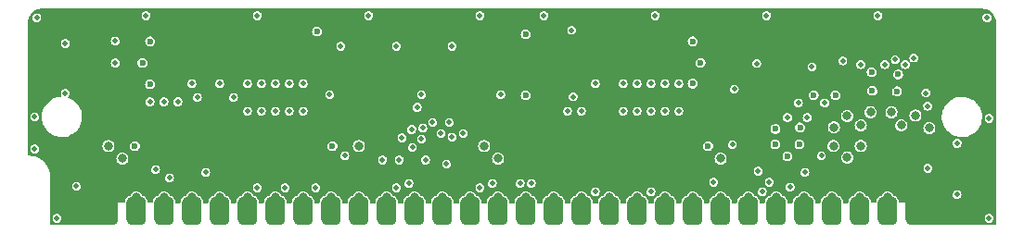
<source format=gbl>
G04 #@! TF.GenerationSoftware,KiCad,Pcbnew,(6.0.10-0)*
G04 #@! TF.CreationDate,2023-02-01T03:02:41-05:00*
G04 #@! TF.ProjectId,GW4194-SOJ-DP,47573431-3934-42d5-934f-4a2d44502e6b,1.1-SOJ-DP*
G04 #@! TF.SameCoordinates,Original*
G04 #@! TF.FileFunction,Copper,L4,Bot*
G04 #@! TF.FilePolarity,Positive*
%FSLAX46Y46*%
G04 Gerber Fmt 4.6, Leading zero omitted, Abs format (unit mm)*
G04 Created by KiCad (PCBNEW (6.0.10-0)) date 2023-02-01 03:02:41*
%MOMM*%
%LPD*%
G01*
G04 APERTURE LIST*
G04 Aperture macros list*
%AMRoundRect*
0 Rectangle with rounded corners*
0 $1 Rounding radius*
0 $2 $3 $4 $5 $6 $7 $8 $9 X,Y pos of 4 corners*
0 Add a 4 corners polygon primitive as box body*
4,1,4,$2,$3,$4,$5,$6,$7,$8,$9,$2,$3,0*
0 Add four circle primitives for the rounded corners*
1,1,$1+$1,$2,$3*
1,1,$1+$1,$4,$5*
1,1,$1+$1,$6,$7*
1,1,$1+$1,$8,$9*
0 Add four rect primitives between the rounded corners*
20,1,$1+$1,$2,$3,$4,$5,0*
20,1,$1+$1,$4,$5,$6,$7,0*
20,1,$1+$1,$6,$7,$8,$9,0*
20,1,$1+$1,$8,$9,$2,$3,0*%
G04 Aperture macros list end*
G04 #@! TA.AperFunction,ComponentPad*
%ADD10C,0.800000*%
G04 #@! TD*
G04 #@! TA.AperFunction,SMDPad,CuDef*
%ADD11RoundRect,0.444500X-0.444500X-0.825500X0.444500X-0.825500X0.444500X0.825500X-0.444500X0.825500X0*%
G04 #@! TD*
G04 #@! TA.AperFunction,ViaPad*
%ADD12C,0.508000*%
G04 #@! TD*
G04 #@! TA.AperFunction,ViaPad*
%ADD13C,0.800000*%
G04 #@! TD*
G04 #@! TA.AperFunction,ViaPad*
%ADD14C,0.600000*%
G04 #@! TD*
G04 #@! TA.AperFunction,ViaPad*
%ADD15C,1.000000*%
G04 #@! TD*
G04 APERTURE END LIST*
D10*
X157480000Y-98806000D03*
X154940000Y-98806000D03*
X129540000Y-98806000D03*
X144780000Y-98806000D03*
X139700000Y-98806000D03*
X142240000Y-98806000D03*
X137160000Y-98806000D03*
X132080000Y-98806000D03*
X134620000Y-98806000D03*
X152400000Y-98806000D03*
X147320000Y-98806000D03*
X149860000Y-98806000D03*
X127000000Y-98806000D03*
X121920000Y-98806000D03*
X124460000Y-98806000D03*
X119380000Y-98806000D03*
X114300000Y-98806000D03*
X116840000Y-98806000D03*
X111760000Y-98806000D03*
X106680000Y-98806000D03*
X109220000Y-98806000D03*
X101600000Y-98806000D03*
X104140000Y-98806000D03*
X99060000Y-98806000D03*
X96520000Y-98806000D03*
X91440000Y-98806000D03*
X93980000Y-98806000D03*
X83820000Y-98806000D03*
X86360000Y-98806000D03*
X88900000Y-98806000D03*
D11*
X157480000Y-100076000D03*
X154940000Y-100076000D03*
X152400000Y-100076000D03*
X149860000Y-100076000D03*
X147320000Y-100076000D03*
X144780000Y-100076000D03*
X142240000Y-100076000D03*
X139700000Y-100076000D03*
X137160000Y-100076000D03*
X134620000Y-100076000D03*
X132080000Y-100076000D03*
X129540000Y-100076000D03*
X127000000Y-100076000D03*
X124460000Y-100076000D03*
X121920000Y-100076000D03*
X119380000Y-100076000D03*
X116840000Y-100076000D03*
X114300000Y-100076000D03*
X111760000Y-100076000D03*
X109220000Y-100076000D03*
X106680000Y-100076000D03*
X104140000Y-100076000D03*
X101600000Y-100076000D03*
X99060000Y-100076000D03*
X96520000Y-100076000D03*
X93980000Y-100076000D03*
X91440000Y-100076000D03*
X88900000Y-100076000D03*
X86360000Y-100076000D03*
X83820000Y-100076000D03*
D12*
X77089000Y-86995000D03*
X164211000Y-86995000D03*
X164211000Y-96139000D03*
X78994000Y-94742000D03*
X159131000Y-82169000D03*
X148971000Y-82169000D03*
X92329000Y-82169000D03*
X102489000Y-82169000D03*
X138811000Y-82169000D03*
X82169000Y-82169000D03*
X112649000Y-82169000D03*
X128651000Y-82169000D03*
D13*
X155250000Y-94300000D03*
X154350000Y-95500000D03*
X153450000Y-94300000D03*
X117729000Y-91821000D03*
D14*
X102870000Y-90868500D03*
X121920000Y-90868500D03*
D12*
X140779500Y-92519500D03*
D14*
X103568500Y-92837000D03*
X87630000Y-90932000D03*
D13*
X85090000Y-91313000D03*
X158750000Y-94107000D03*
X106807000Y-92075000D03*
D14*
X137160000Y-94805500D03*
X87630000Y-94805500D03*
D13*
X105410000Y-91313000D03*
D14*
X86931500Y-92837000D03*
D13*
X139700000Y-91186000D03*
X83820000Y-92456000D03*
D14*
X121920000Y-94805500D03*
X137160000Y-90868500D03*
D13*
X119380000Y-91313000D03*
D15*
X157480000Y-95377000D03*
D12*
X146050000Y-97853500D03*
X147400000Y-96500000D03*
X158600000Y-90450000D03*
X127000000Y-90932000D03*
X112522000Y-92456000D03*
X84450000Y-86500000D03*
X91440000Y-88392000D03*
X112776000Y-95377000D03*
X110617000Y-93345000D03*
X95250000Y-89662000D03*
X112395000Y-89408000D03*
X119634000Y-89408000D03*
X92710000Y-96520000D03*
X111252000Y-97536000D03*
X117729000Y-97917000D03*
X118872000Y-97536000D03*
X139065000Y-97409000D03*
X89408000Y-97028000D03*
X88138000Y-96266000D03*
X114173000Y-92964000D03*
X114935000Y-91948000D03*
X114681000Y-95758000D03*
X144145000Y-97409000D03*
X143129000Y-96393000D03*
X88900000Y-90043000D03*
X87630000Y-90043000D03*
X90170000Y-90043000D03*
X91948000Y-89662000D03*
X126238000Y-89598500D03*
X112395000Y-93472000D03*
X113411000Y-91948000D03*
X116205000Y-92964000D03*
X111506000Y-92583000D03*
X121412000Y-97536000D03*
X122428000Y-97536000D03*
X110363000Y-95377000D03*
X164020500Y-82359500D03*
X164211000Y-100711000D03*
X79121000Y-100711000D03*
X77089000Y-94361000D03*
X77089000Y-91440000D03*
X79883000Y-84709000D03*
X161290000Y-93853000D03*
X161290000Y-98552000D03*
X80899000Y-97790000D03*
X79883000Y-89281000D03*
X133350000Y-98298000D03*
X110109000Y-97917000D03*
X102743000Y-97917000D03*
X99949000Y-97917000D03*
X97409000Y-97917000D03*
X158623000Y-96139000D03*
X111569500Y-94234000D03*
X104013000Y-89408000D03*
X108839000Y-95377000D03*
X112014000Y-90551000D03*
X164211000Y-91567000D03*
X77279500Y-82359500D03*
X154051000Y-82169000D03*
X87249000Y-82169000D03*
X97409000Y-82169000D03*
X143891000Y-82169000D03*
X110109000Y-84963000D03*
X105029000Y-84963000D03*
X115189000Y-84963000D03*
X126111000Y-83502500D03*
X107569000Y-82169000D03*
X117729000Y-82169000D03*
X123571000Y-82169000D03*
X133731000Y-82169000D03*
X128270000Y-98298000D03*
X143510000Y-98298000D03*
X157350000Y-86050000D03*
D13*
X156200000Y-92200000D03*
D12*
X148050000Y-86850000D03*
X155650000Y-86200000D03*
X150850000Y-86300000D03*
X143000000Y-86550000D03*
X140950000Y-88900000D03*
D14*
X137160000Y-84518500D03*
X137160000Y-88392000D03*
D13*
X150000000Y-94100000D03*
D12*
X149200000Y-90150000D03*
D14*
X102870000Y-83629500D03*
D12*
X105410000Y-94996000D03*
X140779500Y-93980000D03*
D14*
X121920000Y-89471500D03*
D12*
X84450000Y-84500000D03*
D14*
X145800000Y-95050000D03*
X87630000Y-84518500D03*
D13*
X151250000Y-95150000D03*
X83820000Y-94107000D03*
X119380000Y-95250000D03*
X158750000Y-92456000D03*
X85090000Y-95250000D03*
D14*
X148200000Y-89450000D03*
X146900000Y-93950000D03*
X153550000Y-89050000D03*
X121920000Y-83883500D03*
D13*
X139700000Y-95250000D03*
D14*
X86931500Y-86487000D03*
D12*
X148900000Y-95000000D03*
D14*
X138557000Y-94107000D03*
X144700000Y-93950000D03*
D13*
X157480000Y-91313000D03*
D12*
X158450000Y-89250000D03*
D14*
X137858500Y-86487000D03*
D13*
X118110000Y-94107000D03*
D14*
X104267000Y-94107000D03*
X150200000Y-89450000D03*
X86233000Y-94107000D03*
D13*
X106680000Y-94107000D03*
D14*
X87630000Y-88455500D03*
X155800000Y-89100000D03*
D13*
X155300000Y-91000000D03*
X152500000Y-94100000D03*
D12*
X146800000Y-90150000D03*
X132080000Y-90932000D03*
X100330000Y-90932000D03*
X99060000Y-90932000D03*
X133350000Y-90932000D03*
X97790000Y-90932000D03*
X134620000Y-90932000D03*
X135890000Y-90932000D03*
X96520000Y-90932000D03*
X93980000Y-88392000D03*
X135890000Y-88392000D03*
X96520000Y-88392000D03*
X134620000Y-88392000D03*
X133350000Y-88392000D03*
X97790000Y-88392000D03*
X132080000Y-88392000D03*
X99060000Y-88392000D03*
X130810000Y-88392000D03*
X100330000Y-88392000D03*
X101600000Y-90932000D03*
X130810000Y-90932000D03*
X101600000Y-88392000D03*
X128270000Y-88392000D03*
X125730000Y-90932000D03*
X115189000Y-93281500D03*
D14*
X146950000Y-92400000D03*
D12*
X147600000Y-91500000D03*
X154700000Y-86650000D03*
D13*
X150050000Y-92400000D03*
D12*
X145800000Y-91500000D03*
D13*
X153400000Y-91000000D03*
D12*
X152500000Y-86650000D03*
D14*
X144700000Y-92550000D03*
D13*
X152500000Y-92200000D03*
D12*
X156550000Y-86650000D03*
D13*
X151250000Y-91350000D03*
D14*
X153500000Y-87350000D03*
X155900000Y-87550000D03*
G04 #@! TA.AperFunction,Conductor*
G36*
X163558590Y-81531945D02*
G01*
X163568735Y-81533963D01*
X163568736Y-81533963D01*
X163576000Y-81535408D01*
X163583475Y-81533921D01*
X163604049Y-81532707D01*
X163701740Y-81540396D01*
X163769320Y-81545715D01*
X163780974Y-81547561D01*
X163963775Y-81591448D01*
X163974997Y-81595094D01*
X164148688Y-81667038D01*
X164159203Y-81672396D01*
X164319501Y-81770627D01*
X164329048Y-81777563D01*
X164472000Y-81899657D01*
X164480343Y-81908000D01*
X164602437Y-82050952D01*
X164609373Y-82060499D01*
X164707604Y-82220797D01*
X164712962Y-82231312D01*
X164784906Y-82405003D01*
X164788552Y-82416225D01*
X164832439Y-82599026D01*
X164834285Y-82610680D01*
X164846941Y-82771472D01*
X164847293Y-82775948D01*
X164846079Y-82796525D01*
X164844592Y-82804000D01*
X164846037Y-82811264D01*
X164846037Y-82811265D01*
X164848055Y-82821410D01*
X164849500Y-82836081D01*
X164849500Y-101274300D01*
X164831907Y-101322638D01*
X164787358Y-101348358D01*
X164774300Y-101349500D01*
X157687348Y-101349500D01*
X157639010Y-101331907D01*
X157613290Y-101287358D01*
X157617261Y-101247044D01*
X157825723Y-100711000D01*
X163799028Y-100711000D01*
X163819191Y-100838306D01*
X163877708Y-100953151D01*
X163968849Y-101044292D01*
X164083694Y-101102809D01*
X164211000Y-101122972D01*
X164338306Y-101102809D01*
X164453151Y-101044292D01*
X164544292Y-100953151D01*
X164602809Y-100838306D01*
X164622972Y-100711000D01*
X164602809Y-100583694D01*
X164544292Y-100468849D01*
X164453151Y-100377708D01*
X164338306Y-100319191D01*
X164211000Y-100299028D01*
X164083694Y-100319191D01*
X163968849Y-100377708D01*
X163877708Y-100468849D01*
X163819191Y-100583694D01*
X163799028Y-100711000D01*
X157825723Y-100711000D01*
X157921522Y-100464659D01*
X158369000Y-99314000D01*
X158358652Y-99314017D01*
X156057223Y-99317802D01*
X156008856Y-99300288D01*
X155983063Y-99255782D01*
X155981899Y-99242602D01*
X155981899Y-99211346D01*
X155966523Y-99094547D01*
X155906328Y-98949222D01*
X155810571Y-98824429D01*
X155771112Y-98794151D01*
X155689685Y-98731670D01*
X155689681Y-98731668D01*
X155685777Y-98728672D01*
X155591953Y-98689809D01*
X155545007Y-98670363D01*
X155545005Y-98670362D01*
X155540453Y-98668477D01*
X155521136Y-98665934D01*
X155475508Y-98642182D01*
X155461475Y-98620155D01*
X155433244Y-98552000D01*
X160878028Y-98552000D01*
X160898191Y-98679306D01*
X160956708Y-98794151D01*
X161047849Y-98885292D01*
X161162694Y-98943809D01*
X161290000Y-98963972D01*
X161417306Y-98943809D01*
X161532151Y-98885292D01*
X161623292Y-98794151D01*
X161681809Y-98679306D01*
X161701972Y-98552000D01*
X161681809Y-98424694D01*
X161623292Y-98309849D01*
X161532151Y-98218708D01*
X161417306Y-98160191D01*
X161290000Y-98140028D01*
X161162694Y-98160191D01*
X161047849Y-98218708D01*
X160956708Y-98309849D01*
X160898191Y-98424694D01*
X160878028Y-98552000D01*
X155433244Y-98552000D01*
X155430822Y-98546153D01*
X155422957Y-98527165D01*
X155419961Y-98523261D01*
X155419959Y-98523257D01*
X155337331Y-98415574D01*
X155334333Y-98411667D01*
X155218836Y-98323043D01*
X155144261Y-98292153D01*
X155088890Y-98269217D01*
X155088888Y-98269216D01*
X155084336Y-98267331D01*
X154940000Y-98248329D01*
X154795664Y-98267331D01*
X154791112Y-98269216D01*
X154791110Y-98269217D01*
X154735739Y-98292153D01*
X154661165Y-98323043D01*
X154657261Y-98326039D01*
X154657257Y-98326041D01*
X154549574Y-98408669D01*
X154545667Y-98411667D01*
X154542669Y-98415574D01*
X154460041Y-98523257D01*
X154460039Y-98523261D01*
X154457043Y-98527165D01*
X154449178Y-98546153D01*
X154418525Y-98620155D01*
X154383772Y-98658080D01*
X154358864Y-98665934D01*
X154339547Y-98668477D01*
X154334995Y-98670362D01*
X154334993Y-98670363D01*
X154288046Y-98689809D01*
X154194222Y-98728672D01*
X154069429Y-98824429D01*
X154066431Y-98828336D01*
X153976670Y-98945315D01*
X153976668Y-98945319D01*
X153973672Y-98949223D01*
X153913477Y-99094547D01*
X153912835Y-99099425D01*
X153912834Y-99099428D01*
X153898420Y-99208911D01*
X153898100Y-99211345D01*
X153898100Y-99246277D01*
X153880507Y-99294615D01*
X153835958Y-99320335D01*
X153823029Y-99321477D01*
X153518202Y-99321978D01*
X153517223Y-99321980D01*
X153468856Y-99304466D01*
X153443063Y-99259960D01*
X153441899Y-99246780D01*
X153441899Y-99211346D01*
X153426523Y-99094547D01*
X153366328Y-98949222D01*
X153270571Y-98824429D01*
X153231112Y-98794151D01*
X153149685Y-98731670D01*
X153149681Y-98731668D01*
X153145777Y-98728672D01*
X153051953Y-98689809D01*
X153005007Y-98670363D01*
X153005005Y-98670362D01*
X153000453Y-98668477D01*
X152981136Y-98665934D01*
X152935508Y-98642182D01*
X152921475Y-98620155D01*
X152890822Y-98546153D01*
X152882957Y-98527165D01*
X152879961Y-98523261D01*
X152879959Y-98523257D01*
X152797331Y-98415574D01*
X152794333Y-98411667D01*
X152678836Y-98323043D01*
X152604261Y-98292153D01*
X152548890Y-98269217D01*
X152548888Y-98269216D01*
X152544336Y-98267331D01*
X152400000Y-98248329D01*
X152255664Y-98267331D01*
X152251112Y-98269216D01*
X152251110Y-98269217D01*
X152195739Y-98292153D01*
X152121165Y-98323043D01*
X152117261Y-98326039D01*
X152117257Y-98326041D01*
X152009574Y-98408669D01*
X152005667Y-98411667D01*
X152002669Y-98415574D01*
X151920041Y-98523257D01*
X151920039Y-98523261D01*
X151917043Y-98527165D01*
X151909178Y-98546153D01*
X151878525Y-98620155D01*
X151843772Y-98658080D01*
X151818864Y-98665934D01*
X151799547Y-98668477D01*
X151794995Y-98670362D01*
X151794993Y-98670363D01*
X151748046Y-98689809D01*
X151654222Y-98728672D01*
X151529429Y-98824429D01*
X151526431Y-98828336D01*
X151436670Y-98945315D01*
X151436668Y-98945319D01*
X151433672Y-98949223D01*
X151373477Y-99094547D01*
X151372835Y-99099425D01*
X151372834Y-99099428D01*
X151358420Y-99208911D01*
X151358100Y-99211345D01*
X151358100Y-99250454D01*
X151340507Y-99298792D01*
X151295958Y-99324512D01*
X151283024Y-99325654D01*
X150977223Y-99326157D01*
X150928856Y-99308643D01*
X150903063Y-99264137D01*
X150901899Y-99250957D01*
X150901899Y-99211346D01*
X150886523Y-99094547D01*
X150826328Y-98949222D01*
X150730571Y-98824429D01*
X150691112Y-98794151D01*
X150609685Y-98731670D01*
X150609681Y-98731668D01*
X150605777Y-98728672D01*
X150511953Y-98689809D01*
X150465007Y-98670363D01*
X150465005Y-98670362D01*
X150460453Y-98668477D01*
X150441136Y-98665934D01*
X150395508Y-98642182D01*
X150381475Y-98620155D01*
X150350822Y-98546153D01*
X150342957Y-98527165D01*
X150339961Y-98523261D01*
X150339959Y-98523257D01*
X150257331Y-98415574D01*
X150254333Y-98411667D01*
X150138836Y-98323043D01*
X150064261Y-98292153D01*
X150008890Y-98269217D01*
X150008888Y-98269216D01*
X150004336Y-98267331D01*
X149860000Y-98248329D01*
X149715664Y-98267331D01*
X149711112Y-98269216D01*
X149711110Y-98269217D01*
X149655739Y-98292153D01*
X149581165Y-98323043D01*
X149577261Y-98326039D01*
X149577257Y-98326041D01*
X149469574Y-98408669D01*
X149465667Y-98411667D01*
X149462669Y-98415574D01*
X149380041Y-98523257D01*
X149380039Y-98523261D01*
X149377043Y-98527165D01*
X149369178Y-98546153D01*
X149338525Y-98620155D01*
X149303772Y-98658080D01*
X149278864Y-98665934D01*
X149259547Y-98668477D01*
X149254995Y-98670362D01*
X149254993Y-98670363D01*
X149208046Y-98689809D01*
X149114222Y-98728672D01*
X148989429Y-98824429D01*
X148986431Y-98828336D01*
X148896670Y-98945315D01*
X148896668Y-98945319D01*
X148893672Y-98949223D01*
X148833477Y-99094547D01*
X148832835Y-99099425D01*
X148832834Y-99099428D01*
X148818420Y-99208911D01*
X148818100Y-99211345D01*
X148818100Y-99254632D01*
X148800507Y-99302970D01*
X148755958Y-99328690D01*
X148743024Y-99329832D01*
X148437223Y-99330335D01*
X148388856Y-99312821D01*
X148363063Y-99268315D01*
X148361899Y-99255135D01*
X148361899Y-99211346D01*
X148346523Y-99094547D01*
X148286328Y-98949222D01*
X148190571Y-98824429D01*
X148151112Y-98794151D01*
X148069685Y-98731670D01*
X148069681Y-98731668D01*
X148065777Y-98728672D01*
X147971953Y-98689809D01*
X147925007Y-98670363D01*
X147925005Y-98670362D01*
X147920453Y-98668477D01*
X147901136Y-98665934D01*
X147855508Y-98642182D01*
X147841475Y-98620155D01*
X147810822Y-98546153D01*
X147802957Y-98527165D01*
X147799961Y-98523261D01*
X147799959Y-98523257D01*
X147717331Y-98415574D01*
X147714333Y-98411667D01*
X147598836Y-98323043D01*
X147524261Y-98292153D01*
X147468890Y-98269217D01*
X147468888Y-98269216D01*
X147464336Y-98267331D01*
X147320000Y-98248329D01*
X147175664Y-98267331D01*
X147171112Y-98269216D01*
X147171110Y-98269217D01*
X147115739Y-98292153D01*
X147041165Y-98323043D01*
X147037261Y-98326039D01*
X147037257Y-98326041D01*
X146929574Y-98408669D01*
X146925667Y-98411667D01*
X146922669Y-98415574D01*
X146840041Y-98523257D01*
X146840039Y-98523261D01*
X146837043Y-98527165D01*
X146829178Y-98546153D01*
X146798525Y-98620155D01*
X146763772Y-98658080D01*
X146738864Y-98665934D01*
X146719547Y-98668477D01*
X146714995Y-98670362D01*
X146714993Y-98670363D01*
X146668046Y-98689809D01*
X146574222Y-98728672D01*
X146449429Y-98824429D01*
X146446431Y-98828336D01*
X146356670Y-98945315D01*
X146356668Y-98945319D01*
X146353672Y-98949223D01*
X146293477Y-99094547D01*
X146292835Y-99099425D01*
X146292834Y-99099428D01*
X146278420Y-99208911D01*
X146278100Y-99211345D01*
X146278100Y-99258810D01*
X146260507Y-99307148D01*
X146215958Y-99332868D01*
X146203029Y-99334010D01*
X145898202Y-99334511D01*
X145897223Y-99334513D01*
X145848856Y-99316999D01*
X145823063Y-99272493D01*
X145821899Y-99259313D01*
X145821899Y-99211346D01*
X145806523Y-99094547D01*
X145746328Y-98949222D01*
X145650571Y-98824429D01*
X145611112Y-98794151D01*
X145529685Y-98731670D01*
X145529681Y-98731668D01*
X145525777Y-98728672D01*
X145431953Y-98689809D01*
X145385007Y-98670363D01*
X145385005Y-98670362D01*
X145380453Y-98668477D01*
X145361136Y-98665934D01*
X145315508Y-98642182D01*
X145301475Y-98620155D01*
X145270822Y-98546153D01*
X145262957Y-98527165D01*
X145259961Y-98523261D01*
X145259959Y-98523257D01*
X145177331Y-98415574D01*
X145174333Y-98411667D01*
X145058836Y-98323043D01*
X144984261Y-98292153D01*
X144928890Y-98269217D01*
X144928888Y-98269216D01*
X144924336Y-98267331D01*
X144780000Y-98248329D01*
X144635664Y-98267331D01*
X144631112Y-98269216D01*
X144631110Y-98269217D01*
X144575739Y-98292153D01*
X144501165Y-98323043D01*
X144497261Y-98326039D01*
X144497257Y-98326041D01*
X144389574Y-98408669D01*
X144385667Y-98411667D01*
X144382669Y-98415574D01*
X144300041Y-98523257D01*
X144300039Y-98523261D01*
X144297043Y-98527165D01*
X144289178Y-98546153D01*
X144258525Y-98620155D01*
X144223772Y-98658080D01*
X144198864Y-98665934D01*
X144179547Y-98668477D01*
X144174995Y-98670362D01*
X144174993Y-98670363D01*
X144128046Y-98689809D01*
X144034222Y-98728672D01*
X143909429Y-98824429D01*
X143906431Y-98828336D01*
X143816670Y-98945315D01*
X143816668Y-98945319D01*
X143813672Y-98949223D01*
X143753477Y-99094547D01*
X143752835Y-99099425D01*
X143752834Y-99099428D01*
X143738420Y-99208911D01*
X143738100Y-99211345D01*
X143738100Y-99262987D01*
X143720507Y-99311325D01*
X143675958Y-99337045D01*
X143663024Y-99338187D01*
X143357223Y-99338690D01*
X143308856Y-99321176D01*
X143283063Y-99276670D01*
X143281899Y-99263490D01*
X143281899Y-99211346D01*
X143266523Y-99094547D01*
X143206328Y-98949222D01*
X143110571Y-98824429D01*
X143071112Y-98794151D01*
X142989685Y-98731670D01*
X142989681Y-98731668D01*
X142985777Y-98728672D01*
X142891953Y-98689809D01*
X142845007Y-98670363D01*
X142845005Y-98670362D01*
X142840453Y-98668477D01*
X142821136Y-98665934D01*
X142775508Y-98642182D01*
X142761475Y-98620155D01*
X142730822Y-98546153D01*
X142722957Y-98527165D01*
X142719961Y-98523261D01*
X142719959Y-98523257D01*
X142637331Y-98415574D01*
X142634333Y-98411667D01*
X142518836Y-98323043D01*
X142458377Y-98298000D01*
X143098028Y-98298000D01*
X143118191Y-98425306D01*
X143176708Y-98540151D01*
X143267849Y-98631292D01*
X143273125Y-98633980D01*
X143273126Y-98633981D01*
X143320423Y-98658080D01*
X143382694Y-98689809D01*
X143510000Y-98709972D01*
X143637306Y-98689809D01*
X143699577Y-98658080D01*
X143746874Y-98633981D01*
X143746875Y-98633980D01*
X143752151Y-98631292D01*
X143843292Y-98540151D01*
X143901809Y-98425306D01*
X143921972Y-98298000D01*
X143916674Y-98264546D01*
X143906616Y-98201046D01*
X143901809Y-98170694D01*
X143843292Y-98055849D01*
X143752151Y-97964708D01*
X143637306Y-97906191D01*
X143510000Y-97886028D01*
X143382694Y-97906191D01*
X143267849Y-97964708D01*
X143176708Y-98055849D01*
X143118191Y-98170694D01*
X143113384Y-98201046D01*
X143103327Y-98264546D01*
X143098028Y-98298000D01*
X142458377Y-98298000D01*
X142444261Y-98292153D01*
X142388890Y-98269217D01*
X142388888Y-98269216D01*
X142384336Y-98267331D01*
X142240000Y-98248329D01*
X142095664Y-98267331D01*
X142091112Y-98269216D01*
X142091110Y-98269217D01*
X142035739Y-98292153D01*
X141961165Y-98323043D01*
X141957261Y-98326039D01*
X141957257Y-98326041D01*
X141849574Y-98408669D01*
X141845667Y-98411667D01*
X141842669Y-98415574D01*
X141760041Y-98523257D01*
X141760039Y-98523261D01*
X141757043Y-98527165D01*
X141749178Y-98546153D01*
X141718525Y-98620155D01*
X141683772Y-98658080D01*
X141658864Y-98665934D01*
X141639547Y-98668477D01*
X141634995Y-98670362D01*
X141634993Y-98670363D01*
X141588046Y-98689809D01*
X141494222Y-98728672D01*
X141369429Y-98824429D01*
X141366431Y-98828336D01*
X141276670Y-98945315D01*
X141276668Y-98945319D01*
X141273672Y-98949223D01*
X141213477Y-99094547D01*
X141212835Y-99099425D01*
X141212834Y-99099428D01*
X141198420Y-99208911D01*
X141198100Y-99211345D01*
X141198100Y-99267165D01*
X141180507Y-99315503D01*
X141135958Y-99341223D01*
X141123024Y-99342365D01*
X140817223Y-99342868D01*
X140768856Y-99325354D01*
X140743063Y-99280848D01*
X140741899Y-99267668D01*
X140741899Y-99211346D01*
X140726523Y-99094547D01*
X140666328Y-98949222D01*
X140570571Y-98824429D01*
X140531112Y-98794151D01*
X140449685Y-98731670D01*
X140449681Y-98731668D01*
X140445777Y-98728672D01*
X140351953Y-98689809D01*
X140305007Y-98670363D01*
X140305005Y-98670362D01*
X140300453Y-98668477D01*
X140281136Y-98665934D01*
X140235508Y-98642182D01*
X140221475Y-98620155D01*
X140190822Y-98546153D01*
X140182957Y-98527165D01*
X140179961Y-98523261D01*
X140179959Y-98523257D01*
X140097331Y-98415574D01*
X140094333Y-98411667D01*
X139978836Y-98323043D01*
X139904261Y-98292153D01*
X139848890Y-98269217D01*
X139848888Y-98269216D01*
X139844336Y-98267331D01*
X139700000Y-98248329D01*
X139555664Y-98267331D01*
X139551112Y-98269216D01*
X139551110Y-98269217D01*
X139495739Y-98292153D01*
X139421165Y-98323043D01*
X139417261Y-98326039D01*
X139417257Y-98326041D01*
X139309574Y-98408669D01*
X139305667Y-98411667D01*
X139302669Y-98415574D01*
X139220041Y-98523257D01*
X139220039Y-98523261D01*
X139217043Y-98527165D01*
X139209178Y-98546153D01*
X139178525Y-98620155D01*
X139143772Y-98658080D01*
X139118864Y-98665934D01*
X139099547Y-98668477D01*
X139094995Y-98670362D01*
X139094993Y-98670363D01*
X139048046Y-98689809D01*
X138954222Y-98728672D01*
X138829429Y-98824429D01*
X138826431Y-98828336D01*
X138736670Y-98945315D01*
X138736668Y-98945319D01*
X138733672Y-98949223D01*
X138673477Y-99094547D01*
X138672835Y-99099425D01*
X138672834Y-99099428D01*
X138658420Y-99208911D01*
X138658100Y-99211345D01*
X138658100Y-99271343D01*
X138640507Y-99319681D01*
X138595958Y-99345401D01*
X138583029Y-99346543D01*
X138278202Y-99347044D01*
X138277223Y-99347046D01*
X138228856Y-99329532D01*
X138203063Y-99285026D01*
X138201899Y-99271846D01*
X138201899Y-99211346D01*
X138186523Y-99094547D01*
X138126328Y-98949222D01*
X138030571Y-98824429D01*
X137991112Y-98794151D01*
X137909685Y-98731670D01*
X137909681Y-98731668D01*
X137905777Y-98728672D01*
X137811953Y-98689809D01*
X137765007Y-98670363D01*
X137765005Y-98670362D01*
X137760453Y-98668477D01*
X137741136Y-98665934D01*
X137695508Y-98642182D01*
X137681475Y-98620155D01*
X137650822Y-98546153D01*
X137642957Y-98527165D01*
X137639961Y-98523261D01*
X137639959Y-98523257D01*
X137557331Y-98415574D01*
X137554333Y-98411667D01*
X137438836Y-98323043D01*
X137364261Y-98292153D01*
X137308890Y-98269217D01*
X137308888Y-98269216D01*
X137304336Y-98267331D01*
X137160000Y-98248329D01*
X137015664Y-98267331D01*
X137011112Y-98269216D01*
X137011110Y-98269217D01*
X136955739Y-98292153D01*
X136881165Y-98323043D01*
X136877261Y-98326039D01*
X136877257Y-98326041D01*
X136769574Y-98408669D01*
X136765667Y-98411667D01*
X136762669Y-98415574D01*
X136680041Y-98523257D01*
X136680039Y-98523261D01*
X136677043Y-98527165D01*
X136669178Y-98546153D01*
X136638525Y-98620155D01*
X136603772Y-98658080D01*
X136578864Y-98665934D01*
X136559547Y-98668477D01*
X136554995Y-98670362D01*
X136554993Y-98670363D01*
X136508046Y-98689809D01*
X136414222Y-98728672D01*
X136289429Y-98824429D01*
X136286431Y-98828336D01*
X136196670Y-98945315D01*
X136196668Y-98945319D01*
X136193672Y-98949223D01*
X136133477Y-99094547D01*
X136132835Y-99099425D01*
X136132834Y-99099428D01*
X136118420Y-99208911D01*
X136118100Y-99211345D01*
X136118100Y-99275520D01*
X136100507Y-99323858D01*
X136055958Y-99349578D01*
X136043024Y-99350720D01*
X135737223Y-99351223D01*
X135688856Y-99333709D01*
X135663063Y-99289203D01*
X135661899Y-99276023D01*
X135661899Y-99211346D01*
X135646523Y-99094547D01*
X135586328Y-98949222D01*
X135490571Y-98824429D01*
X135451112Y-98794151D01*
X135369685Y-98731670D01*
X135369681Y-98731668D01*
X135365777Y-98728672D01*
X135271953Y-98689809D01*
X135225007Y-98670363D01*
X135225005Y-98670362D01*
X135220453Y-98668477D01*
X135201136Y-98665934D01*
X135155508Y-98642182D01*
X135141475Y-98620155D01*
X135110822Y-98546153D01*
X135102957Y-98527165D01*
X135099961Y-98523261D01*
X135099959Y-98523257D01*
X135017331Y-98415574D01*
X135014333Y-98411667D01*
X134898836Y-98323043D01*
X134824261Y-98292153D01*
X134768890Y-98269217D01*
X134768888Y-98269216D01*
X134764336Y-98267331D01*
X134620000Y-98248329D01*
X134475664Y-98267331D01*
X134471112Y-98269216D01*
X134471110Y-98269217D01*
X134415739Y-98292153D01*
X134341165Y-98323043D01*
X134337261Y-98326039D01*
X134337257Y-98326041D01*
X134229574Y-98408669D01*
X134225667Y-98411667D01*
X134222669Y-98415574D01*
X134140041Y-98523257D01*
X134140039Y-98523261D01*
X134137043Y-98527165D01*
X134129178Y-98546153D01*
X134098525Y-98620155D01*
X134063772Y-98658080D01*
X134038864Y-98665934D01*
X134019547Y-98668477D01*
X134014995Y-98670362D01*
X134014993Y-98670363D01*
X133968046Y-98689809D01*
X133874222Y-98728672D01*
X133749429Y-98824429D01*
X133746431Y-98828336D01*
X133656670Y-98945315D01*
X133656668Y-98945319D01*
X133653672Y-98949223D01*
X133593477Y-99094547D01*
X133592835Y-99099425D01*
X133592834Y-99099428D01*
X133578420Y-99208911D01*
X133578100Y-99211345D01*
X133578100Y-99279698D01*
X133560507Y-99328036D01*
X133515958Y-99353756D01*
X133503024Y-99354898D01*
X133197223Y-99355401D01*
X133148856Y-99337887D01*
X133123063Y-99293381D01*
X133121899Y-99280201D01*
X133121899Y-99211346D01*
X133106523Y-99094547D01*
X133046328Y-98949222D01*
X132950571Y-98824429D01*
X132911112Y-98794151D01*
X132829685Y-98731670D01*
X132829681Y-98731668D01*
X132825777Y-98728672D01*
X132731953Y-98689809D01*
X132685007Y-98670363D01*
X132685005Y-98670362D01*
X132680453Y-98668477D01*
X132661136Y-98665934D01*
X132615508Y-98642182D01*
X132601475Y-98620155D01*
X132570822Y-98546153D01*
X132562957Y-98527165D01*
X132559961Y-98523261D01*
X132559959Y-98523257D01*
X132477331Y-98415574D01*
X132474333Y-98411667D01*
X132358836Y-98323043D01*
X132298377Y-98298000D01*
X132938028Y-98298000D01*
X132958191Y-98425306D01*
X133016708Y-98540151D01*
X133107849Y-98631292D01*
X133113125Y-98633980D01*
X133113126Y-98633981D01*
X133160423Y-98658080D01*
X133222694Y-98689809D01*
X133350000Y-98709972D01*
X133477306Y-98689809D01*
X133539577Y-98658080D01*
X133586874Y-98633981D01*
X133586875Y-98633980D01*
X133592151Y-98631292D01*
X133683292Y-98540151D01*
X133741809Y-98425306D01*
X133761972Y-98298000D01*
X133756674Y-98264546D01*
X133746616Y-98201046D01*
X133741809Y-98170694D01*
X133683292Y-98055849D01*
X133592151Y-97964708D01*
X133477306Y-97906191D01*
X133350000Y-97886028D01*
X133222694Y-97906191D01*
X133107849Y-97964708D01*
X133016708Y-98055849D01*
X132958191Y-98170694D01*
X132953384Y-98201046D01*
X132943327Y-98264546D01*
X132938028Y-98298000D01*
X132298377Y-98298000D01*
X132284261Y-98292153D01*
X132228890Y-98269217D01*
X132228888Y-98269216D01*
X132224336Y-98267331D01*
X132080000Y-98248329D01*
X131935664Y-98267331D01*
X131931112Y-98269216D01*
X131931110Y-98269217D01*
X131875739Y-98292153D01*
X131801165Y-98323043D01*
X131797261Y-98326039D01*
X131797257Y-98326041D01*
X131689574Y-98408669D01*
X131685667Y-98411667D01*
X131682669Y-98415574D01*
X131600041Y-98523257D01*
X131600039Y-98523261D01*
X131597043Y-98527165D01*
X131589178Y-98546153D01*
X131558525Y-98620155D01*
X131523772Y-98658080D01*
X131498864Y-98665934D01*
X131479547Y-98668477D01*
X131474995Y-98670362D01*
X131474993Y-98670363D01*
X131428046Y-98689809D01*
X131334222Y-98728672D01*
X131209429Y-98824429D01*
X131206431Y-98828336D01*
X131116670Y-98945315D01*
X131116668Y-98945319D01*
X131113672Y-98949223D01*
X131053477Y-99094547D01*
X131052835Y-99099425D01*
X131052834Y-99099428D01*
X131038420Y-99208911D01*
X131038100Y-99211345D01*
X131038100Y-99283875D01*
X131020507Y-99332213D01*
X130975958Y-99357933D01*
X130963024Y-99359075D01*
X130657223Y-99359578D01*
X130608856Y-99342064D01*
X130583063Y-99297558D01*
X130581899Y-99284378D01*
X130581899Y-99211346D01*
X130566523Y-99094547D01*
X130506328Y-98949222D01*
X130410571Y-98824429D01*
X130371112Y-98794151D01*
X130289685Y-98731670D01*
X130289681Y-98731668D01*
X130285777Y-98728672D01*
X130191953Y-98689809D01*
X130145007Y-98670363D01*
X130145005Y-98670362D01*
X130140453Y-98668477D01*
X130121136Y-98665934D01*
X130075508Y-98642182D01*
X130061475Y-98620155D01*
X130030822Y-98546153D01*
X130022957Y-98527165D01*
X130019961Y-98523261D01*
X130019959Y-98523257D01*
X129937331Y-98415574D01*
X129934333Y-98411667D01*
X129818836Y-98323043D01*
X129744261Y-98292153D01*
X129688890Y-98269217D01*
X129688888Y-98269216D01*
X129684336Y-98267331D01*
X129540000Y-98248329D01*
X129395664Y-98267331D01*
X129391112Y-98269216D01*
X129391110Y-98269217D01*
X129335739Y-98292153D01*
X129261165Y-98323043D01*
X129257261Y-98326039D01*
X129257257Y-98326041D01*
X129149574Y-98408669D01*
X129145667Y-98411667D01*
X129142669Y-98415574D01*
X129060041Y-98523257D01*
X129060039Y-98523261D01*
X129057043Y-98527165D01*
X129049178Y-98546153D01*
X129018525Y-98620155D01*
X128983772Y-98658080D01*
X128958864Y-98665934D01*
X128939547Y-98668477D01*
X128934995Y-98670362D01*
X128934993Y-98670363D01*
X128888046Y-98689809D01*
X128794222Y-98728672D01*
X128669429Y-98824429D01*
X128666431Y-98828336D01*
X128576670Y-98945315D01*
X128576668Y-98945319D01*
X128573672Y-98949223D01*
X128513477Y-99094547D01*
X128512835Y-99099425D01*
X128512834Y-99099428D01*
X128498420Y-99208911D01*
X128498100Y-99211345D01*
X128498100Y-99288053D01*
X128480507Y-99336391D01*
X128435958Y-99362111D01*
X128423024Y-99363253D01*
X128117223Y-99363756D01*
X128068856Y-99346242D01*
X128043063Y-99301736D01*
X128041899Y-99288556D01*
X128041899Y-99211346D01*
X128026523Y-99094547D01*
X127966328Y-98949222D01*
X127870571Y-98824429D01*
X127831112Y-98794151D01*
X127749685Y-98731670D01*
X127749681Y-98731668D01*
X127745777Y-98728672D01*
X127651953Y-98689809D01*
X127605007Y-98670363D01*
X127605005Y-98670362D01*
X127600453Y-98668477D01*
X127581136Y-98665934D01*
X127535508Y-98642182D01*
X127521475Y-98620155D01*
X127490822Y-98546153D01*
X127482957Y-98527165D01*
X127479961Y-98523261D01*
X127479959Y-98523257D01*
X127397331Y-98415574D01*
X127394333Y-98411667D01*
X127278836Y-98323043D01*
X127218377Y-98298000D01*
X127858028Y-98298000D01*
X127878191Y-98425306D01*
X127936708Y-98540151D01*
X128027849Y-98631292D01*
X128033125Y-98633980D01*
X128033126Y-98633981D01*
X128080423Y-98658080D01*
X128142694Y-98689809D01*
X128270000Y-98709972D01*
X128397306Y-98689809D01*
X128459577Y-98658080D01*
X128506874Y-98633981D01*
X128506875Y-98633980D01*
X128512151Y-98631292D01*
X128603292Y-98540151D01*
X128661809Y-98425306D01*
X128681972Y-98298000D01*
X128676674Y-98264546D01*
X128666616Y-98201046D01*
X128661809Y-98170694D01*
X128603292Y-98055849D01*
X128512151Y-97964708D01*
X128397306Y-97906191D01*
X128270000Y-97886028D01*
X128142694Y-97906191D01*
X128027849Y-97964708D01*
X127936708Y-98055849D01*
X127878191Y-98170694D01*
X127873384Y-98201046D01*
X127863327Y-98264546D01*
X127858028Y-98298000D01*
X127218377Y-98298000D01*
X127204261Y-98292153D01*
X127148890Y-98269217D01*
X127148888Y-98269216D01*
X127144336Y-98267331D01*
X127000000Y-98248329D01*
X126855664Y-98267331D01*
X126851112Y-98269216D01*
X126851110Y-98269217D01*
X126795739Y-98292153D01*
X126721165Y-98323043D01*
X126717261Y-98326039D01*
X126717257Y-98326041D01*
X126609574Y-98408669D01*
X126605667Y-98411667D01*
X126602669Y-98415574D01*
X126520041Y-98523257D01*
X126520039Y-98523261D01*
X126517043Y-98527165D01*
X126509178Y-98546153D01*
X126478525Y-98620155D01*
X126443772Y-98658080D01*
X126418864Y-98665934D01*
X126399547Y-98668477D01*
X126394995Y-98670362D01*
X126394993Y-98670363D01*
X126348046Y-98689809D01*
X126254222Y-98728672D01*
X126129429Y-98824429D01*
X126126431Y-98828336D01*
X126036670Y-98945315D01*
X126036668Y-98945319D01*
X126033672Y-98949223D01*
X125973477Y-99094547D01*
X125972835Y-99099425D01*
X125972834Y-99099428D01*
X125958420Y-99208911D01*
X125958100Y-99211345D01*
X125958100Y-99292231D01*
X125940507Y-99340569D01*
X125895958Y-99366289D01*
X125883029Y-99367431D01*
X125578202Y-99367932D01*
X125577223Y-99367934D01*
X125528856Y-99350420D01*
X125503063Y-99305914D01*
X125501899Y-99292734D01*
X125501899Y-99211346D01*
X125486523Y-99094547D01*
X125426328Y-98949222D01*
X125330571Y-98824429D01*
X125291112Y-98794151D01*
X125209685Y-98731670D01*
X125209681Y-98731668D01*
X125205777Y-98728672D01*
X125111953Y-98689809D01*
X125065007Y-98670363D01*
X125065005Y-98670362D01*
X125060453Y-98668477D01*
X125041136Y-98665934D01*
X124995508Y-98642182D01*
X124981475Y-98620155D01*
X124950822Y-98546153D01*
X124942957Y-98527165D01*
X124939961Y-98523261D01*
X124939959Y-98523257D01*
X124857331Y-98415574D01*
X124854333Y-98411667D01*
X124738836Y-98323043D01*
X124664261Y-98292153D01*
X124608890Y-98269217D01*
X124608888Y-98269216D01*
X124604336Y-98267331D01*
X124460000Y-98248329D01*
X124315664Y-98267331D01*
X124311112Y-98269216D01*
X124311110Y-98269217D01*
X124255739Y-98292153D01*
X124181165Y-98323043D01*
X124177261Y-98326039D01*
X124177257Y-98326041D01*
X124069574Y-98408669D01*
X124065667Y-98411667D01*
X124062669Y-98415574D01*
X123980041Y-98523257D01*
X123980039Y-98523261D01*
X123977043Y-98527165D01*
X123969178Y-98546153D01*
X123938525Y-98620155D01*
X123903772Y-98658080D01*
X123878864Y-98665934D01*
X123859547Y-98668477D01*
X123854995Y-98670362D01*
X123854993Y-98670363D01*
X123808046Y-98689809D01*
X123714222Y-98728672D01*
X123589429Y-98824429D01*
X123586431Y-98828336D01*
X123496670Y-98945315D01*
X123496668Y-98945319D01*
X123493672Y-98949223D01*
X123433477Y-99094547D01*
X123432835Y-99099425D01*
X123432834Y-99099428D01*
X123418420Y-99208911D01*
X123418100Y-99211345D01*
X123418100Y-99296408D01*
X123400507Y-99344746D01*
X123355958Y-99370466D01*
X123343024Y-99371608D01*
X123037223Y-99372111D01*
X122988856Y-99354597D01*
X122963063Y-99310091D01*
X122961899Y-99296911D01*
X122961899Y-99211346D01*
X122946523Y-99094547D01*
X122886328Y-98949222D01*
X122790571Y-98824429D01*
X122751112Y-98794151D01*
X122669685Y-98731670D01*
X122669681Y-98731668D01*
X122665777Y-98728672D01*
X122571953Y-98689809D01*
X122525007Y-98670363D01*
X122525005Y-98670362D01*
X122520453Y-98668477D01*
X122501136Y-98665934D01*
X122455508Y-98642182D01*
X122441475Y-98620155D01*
X122410822Y-98546153D01*
X122402957Y-98527165D01*
X122399961Y-98523261D01*
X122399959Y-98523257D01*
X122317331Y-98415574D01*
X122314333Y-98411667D01*
X122198836Y-98323043D01*
X122124261Y-98292153D01*
X122068890Y-98269217D01*
X122068888Y-98269216D01*
X122064336Y-98267331D01*
X121920000Y-98248329D01*
X121775664Y-98267331D01*
X121771112Y-98269216D01*
X121771110Y-98269217D01*
X121715739Y-98292153D01*
X121641165Y-98323043D01*
X121637261Y-98326039D01*
X121637257Y-98326041D01*
X121529574Y-98408669D01*
X121525667Y-98411667D01*
X121522669Y-98415574D01*
X121440041Y-98523257D01*
X121440039Y-98523261D01*
X121437043Y-98527165D01*
X121429178Y-98546153D01*
X121398525Y-98620155D01*
X121363772Y-98658080D01*
X121338864Y-98665934D01*
X121319547Y-98668477D01*
X121314995Y-98670362D01*
X121314993Y-98670363D01*
X121268046Y-98689809D01*
X121174222Y-98728672D01*
X121049429Y-98824429D01*
X121046431Y-98828336D01*
X120956670Y-98945315D01*
X120956668Y-98945319D01*
X120953672Y-98949223D01*
X120893477Y-99094547D01*
X120892835Y-99099425D01*
X120892834Y-99099428D01*
X120878420Y-99208911D01*
X120878100Y-99211345D01*
X120878100Y-99300586D01*
X120860507Y-99348924D01*
X120815958Y-99374644D01*
X120803024Y-99375786D01*
X120497223Y-99376289D01*
X120448856Y-99358775D01*
X120423063Y-99314269D01*
X120421899Y-99301089D01*
X120421899Y-99211346D01*
X120406523Y-99094547D01*
X120346328Y-98949222D01*
X120250571Y-98824429D01*
X120211112Y-98794151D01*
X120129685Y-98731670D01*
X120129681Y-98731668D01*
X120125777Y-98728672D01*
X120031953Y-98689809D01*
X119985007Y-98670363D01*
X119985005Y-98670362D01*
X119980453Y-98668477D01*
X119961136Y-98665934D01*
X119915508Y-98642182D01*
X119901475Y-98620155D01*
X119870822Y-98546153D01*
X119862957Y-98527165D01*
X119859961Y-98523261D01*
X119859959Y-98523257D01*
X119777331Y-98415574D01*
X119774333Y-98411667D01*
X119658836Y-98323043D01*
X119584261Y-98292153D01*
X119528890Y-98269217D01*
X119528888Y-98269216D01*
X119524336Y-98267331D01*
X119380000Y-98248329D01*
X119235664Y-98267331D01*
X119231112Y-98269216D01*
X119231110Y-98269217D01*
X119175739Y-98292153D01*
X119101165Y-98323043D01*
X119097261Y-98326039D01*
X119097257Y-98326041D01*
X118989574Y-98408669D01*
X118985667Y-98411667D01*
X118982669Y-98415574D01*
X118900041Y-98523257D01*
X118900039Y-98523261D01*
X118897043Y-98527165D01*
X118889178Y-98546153D01*
X118858525Y-98620155D01*
X118823772Y-98658080D01*
X118798864Y-98665934D01*
X118779547Y-98668477D01*
X118774995Y-98670362D01*
X118774993Y-98670363D01*
X118728046Y-98689809D01*
X118634222Y-98728672D01*
X118509429Y-98824429D01*
X118506431Y-98828336D01*
X118416670Y-98945315D01*
X118416668Y-98945319D01*
X118413672Y-98949223D01*
X118353477Y-99094547D01*
X118352835Y-99099425D01*
X118352834Y-99099428D01*
X118338420Y-99208911D01*
X118338100Y-99211345D01*
X118338100Y-99299717D01*
X118320507Y-99348055D01*
X118275958Y-99373775D01*
X118262770Y-99374917D01*
X118236300Y-99374871D01*
X117956968Y-99374390D01*
X117908662Y-99356713D01*
X117883019Y-99312121D01*
X117881899Y-99299190D01*
X117881899Y-99211346D01*
X117866523Y-99094547D01*
X117806328Y-98949222D01*
X117710571Y-98824429D01*
X117671112Y-98794151D01*
X117589685Y-98731670D01*
X117589681Y-98731668D01*
X117585777Y-98728672D01*
X117491953Y-98689809D01*
X117445007Y-98670363D01*
X117445005Y-98670362D01*
X117440453Y-98668477D01*
X117421136Y-98665934D01*
X117375508Y-98642182D01*
X117361475Y-98620155D01*
X117330822Y-98546153D01*
X117322957Y-98527165D01*
X117319961Y-98523261D01*
X117319959Y-98523257D01*
X117237331Y-98415574D01*
X117234333Y-98411667D01*
X117118836Y-98323043D01*
X117044261Y-98292153D01*
X116988890Y-98269217D01*
X116988888Y-98269216D01*
X116984336Y-98267331D01*
X116840000Y-98248329D01*
X116695664Y-98267331D01*
X116691112Y-98269216D01*
X116691110Y-98269217D01*
X116635739Y-98292153D01*
X116561165Y-98323043D01*
X116557261Y-98326039D01*
X116557257Y-98326041D01*
X116449574Y-98408669D01*
X116445667Y-98411667D01*
X116442669Y-98415574D01*
X116360041Y-98523257D01*
X116360039Y-98523261D01*
X116357043Y-98527165D01*
X116349178Y-98546153D01*
X116318525Y-98620155D01*
X116283772Y-98658080D01*
X116258864Y-98665934D01*
X116239547Y-98668477D01*
X116234995Y-98670362D01*
X116234993Y-98670363D01*
X116188046Y-98689809D01*
X116094222Y-98728672D01*
X115969429Y-98824429D01*
X115966431Y-98828336D01*
X115876670Y-98945315D01*
X115876668Y-98945319D01*
X115873672Y-98949223D01*
X115813477Y-99094547D01*
X115812835Y-99099425D01*
X115812834Y-99099428D01*
X115798420Y-99208911D01*
X115798100Y-99211345D01*
X115798100Y-99295337D01*
X115780507Y-99343675D01*
X115735958Y-99369395D01*
X115722770Y-99370537D01*
X115416969Y-99370010D01*
X115368662Y-99352333D01*
X115343019Y-99307741D01*
X115341899Y-99294810D01*
X115341899Y-99211346D01*
X115326523Y-99094547D01*
X115266328Y-98949222D01*
X115170571Y-98824429D01*
X115131112Y-98794151D01*
X115049685Y-98731670D01*
X115049681Y-98731668D01*
X115045777Y-98728672D01*
X114951953Y-98689809D01*
X114905007Y-98670363D01*
X114905005Y-98670362D01*
X114900453Y-98668477D01*
X114881136Y-98665934D01*
X114835508Y-98642182D01*
X114821475Y-98620155D01*
X114790822Y-98546153D01*
X114782957Y-98527165D01*
X114779961Y-98523261D01*
X114779959Y-98523257D01*
X114697331Y-98415574D01*
X114694333Y-98411667D01*
X114578836Y-98323043D01*
X114504261Y-98292153D01*
X114448890Y-98269217D01*
X114448888Y-98269216D01*
X114444336Y-98267331D01*
X114300000Y-98248329D01*
X114155664Y-98267331D01*
X114151112Y-98269216D01*
X114151110Y-98269217D01*
X114095739Y-98292153D01*
X114021165Y-98323043D01*
X114017261Y-98326039D01*
X114017257Y-98326041D01*
X113909574Y-98408669D01*
X113905667Y-98411667D01*
X113902669Y-98415574D01*
X113820041Y-98523257D01*
X113820039Y-98523261D01*
X113817043Y-98527165D01*
X113809178Y-98546153D01*
X113778525Y-98620155D01*
X113743772Y-98658080D01*
X113718864Y-98665934D01*
X113699547Y-98668477D01*
X113694995Y-98670362D01*
X113694993Y-98670363D01*
X113648046Y-98689809D01*
X113554222Y-98728672D01*
X113429429Y-98824429D01*
X113426431Y-98828336D01*
X113336670Y-98945315D01*
X113336668Y-98945319D01*
X113333672Y-98949223D01*
X113273477Y-99094547D01*
X113272835Y-99099425D01*
X113272834Y-99099428D01*
X113258420Y-99208911D01*
X113258100Y-99211345D01*
X113258100Y-99290958D01*
X113240507Y-99339296D01*
X113195958Y-99365016D01*
X113182770Y-99366158D01*
X112876969Y-99365631D01*
X112828662Y-99347954D01*
X112803019Y-99303362D01*
X112801899Y-99290431D01*
X112801899Y-99211346D01*
X112786523Y-99094547D01*
X112726328Y-98949222D01*
X112630571Y-98824429D01*
X112591112Y-98794151D01*
X112509685Y-98731670D01*
X112509681Y-98731668D01*
X112505777Y-98728672D01*
X112411953Y-98689809D01*
X112365007Y-98670363D01*
X112365005Y-98670362D01*
X112360453Y-98668477D01*
X112341136Y-98665934D01*
X112295508Y-98642182D01*
X112281475Y-98620155D01*
X112250822Y-98546153D01*
X112242957Y-98527165D01*
X112239961Y-98523261D01*
X112239959Y-98523257D01*
X112157331Y-98415574D01*
X112154333Y-98411667D01*
X112038836Y-98323043D01*
X111964261Y-98292153D01*
X111908890Y-98269217D01*
X111908888Y-98269216D01*
X111904336Y-98267331D01*
X111760000Y-98248329D01*
X111615664Y-98267331D01*
X111611112Y-98269216D01*
X111611110Y-98269217D01*
X111555739Y-98292153D01*
X111481165Y-98323043D01*
X111477261Y-98326039D01*
X111477257Y-98326041D01*
X111369574Y-98408669D01*
X111365667Y-98411667D01*
X111362669Y-98415574D01*
X111280041Y-98523257D01*
X111280039Y-98523261D01*
X111277043Y-98527165D01*
X111269178Y-98546153D01*
X111238525Y-98620155D01*
X111203772Y-98658080D01*
X111178864Y-98665934D01*
X111159547Y-98668477D01*
X111154995Y-98670362D01*
X111154993Y-98670363D01*
X111108046Y-98689809D01*
X111014222Y-98728672D01*
X110889429Y-98824429D01*
X110886431Y-98828336D01*
X110796670Y-98945315D01*
X110796668Y-98945319D01*
X110793672Y-98949223D01*
X110733477Y-99094547D01*
X110732835Y-99099425D01*
X110732834Y-99099428D01*
X110718420Y-99208911D01*
X110718100Y-99211345D01*
X110718100Y-99286579D01*
X110700507Y-99334917D01*
X110655958Y-99360637D01*
X110642770Y-99361779D01*
X110616300Y-99361733D01*
X110336968Y-99361252D01*
X110288662Y-99343575D01*
X110263019Y-99298983D01*
X110261899Y-99286052D01*
X110261899Y-99211346D01*
X110246523Y-99094547D01*
X110186328Y-98949222D01*
X110090571Y-98824429D01*
X110051112Y-98794151D01*
X109969685Y-98731670D01*
X109969681Y-98731668D01*
X109965777Y-98728672D01*
X109871953Y-98689809D01*
X109825007Y-98670363D01*
X109825005Y-98670362D01*
X109820453Y-98668477D01*
X109801136Y-98665934D01*
X109755508Y-98642182D01*
X109741475Y-98620155D01*
X109710822Y-98546153D01*
X109702957Y-98527165D01*
X109699961Y-98523261D01*
X109699959Y-98523257D01*
X109617331Y-98415574D01*
X109614333Y-98411667D01*
X109498836Y-98323043D01*
X109424261Y-98292153D01*
X109368890Y-98269217D01*
X109368888Y-98269216D01*
X109364336Y-98267331D01*
X109220000Y-98248329D01*
X109075664Y-98267331D01*
X109071112Y-98269216D01*
X109071110Y-98269217D01*
X109015739Y-98292153D01*
X108941165Y-98323043D01*
X108937261Y-98326039D01*
X108937257Y-98326041D01*
X108829574Y-98408669D01*
X108825667Y-98411667D01*
X108822669Y-98415574D01*
X108740041Y-98523257D01*
X108740039Y-98523261D01*
X108737043Y-98527165D01*
X108729178Y-98546153D01*
X108698525Y-98620155D01*
X108663772Y-98658080D01*
X108638864Y-98665934D01*
X108619547Y-98668477D01*
X108614995Y-98670362D01*
X108614993Y-98670363D01*
X108568046Y-98689809D01*
X108474222Y-98728672D01*
X108349429Y-98824429D01*
X108346431Y-98828336D01*
X108256670Y-98945315D01*
X108256668Y-98945319D01*
X108253672Y-98949223D01*
X108193477Y-99094547D01*
X108192835Y-99099425D01*
X108192834Y-99099428D01*
X108178420Y-99208911D01*
X108178100Y-99211345D01*
X108178100Y-99282199D01*
X108160507Y-99330537D01*
X108115958Y-99356257D01*
X108102770Y-99357399D01*
X107796969Y-99356872D01*
X107748662Y-99339195D01*
X107723019Y-99294603D01*
X107721899Y-99281672D01*
X107721899Y-99211346D01*
X107706523Y-99094547D01*
X107646328Y-98949222D01*
X107550571Y-98824429D01*
X107511112Y-98794151D01*
X107429685Y-98731670D01*
X107429681Y-98731668D01*
X107425777Y-98728672D01*
X107331953Y-98689809D01*
X107285007Y-98670363D01*
X107285005Y-98670362D01*
X107280453Y-98668477D01*
X107261136Y-98665934D01*
X107215508Y-98642182D01*
X107201475Y-98620155D01*
X107170822Y-98546153D01*
X107162957Y-98527165D01*
X107159961Y-98523261D01*
X107159959Y-98523257D01*
X107077331Y-98415574D01*
X107074333Y-98411667D01*
X106958836Y-98323043D01*
X106884261Y-98292153D01*
X106828890Y-98269217D01*
X106828888Y-98269216D01*
X106824336Y-98267331D01*
X106680000Y-98248329D01*
X106535664Y-98267331D01*
X106531112Y-98269216D01*
X106531110Y-98269217D01*
X106475739Y-98292153D01*
X106401165Y-98323043D01*
X106397261Y-98326039D01*
X106397257Y-98326041D01*
X106289574Y-98408669D01*
X106285667Y-98411667D01*
X106282669Y-98415574D01*
X106200041Y-98523257D01*
X106200039Y-98523261D01*
X106197043Y-98527165D01*
X106189178Y-98546153D01*
X106158525Y-98620155D01*
X106123772Y-98658080D01*
X106098864Y-98665934D01*
X106079547Y-98668477D01*
X106074995Y-98670362D01*
X106074993Y-98670363D01*
X106028046Y-98689809D01*
X105934222Y-98728672D01*
X105809429Y-98824429D01*
X105806431Y-98828336D01*
X105716670Y-98945315D01*
X105716668Y-98945319D01*
X105713672Y-98949223D01*
X105653477Y-99094547D01*
X105652835Y-99099425D01*
X105652834Y-99099428D01*
X105638420Y-99208911D01*
X105638100Y-99211345D01*
X105638100Y-99277820D01*
X105620507Y-99326158D01*
X105575958Y-99351878D01*
X105562770Y-99353020D01*
X105256969Y-99352493D01*
X105208662Y-99334816D01*
X105183019Y-99290224D01*
X105181899Y-99277293D01*
X105181899Y-99211346D01*
X105166523Y-99094547D01*
X105106328Y-98949222D01*
X105010571Y-98824429D01*
X104971112Y-98794151D01*
X104889685Y-98731670D01*
X104889681Y-98731668D01*
X104885777Y-98728672D01*
X104791953Y-98689809D01*
X104745007Y-98670363D01*
X104745005Y-98670362D01*
X104740453Y-98668477D01*
X104721136Y-98665934D01*
X104675508Y-98642182D01*
X104661475Y-98620155D01*
X104630822Y-98546153D01*
X104622957Y-98527165D01*
X104619961Y-98523261D01*
X104619959Y-98523257D01*
X104537331Y-98415574D01*
X104534333Y-98411667D01*
X104418836Y-98323043D01*
X104344261Y-98292153D01*
X104288890Y-98269217D01*
X104288888Y-98269216D01*
X104284336Y-98267331D01*
X104140000Y-98248329D01*
X103995664Y-98267331D01*
X103991112Y-98269216D01*
X103991110Y-98269217D01*
X103935739Y-98292153D01*
X103861165Y-98323043D01*
X103857261Y-98326039D01*
X103857257Y-98326041D01*
X103749574Y-98408669D01*
X103745667Y-98411667D01*
X103742669Y-98415574D01*
X103660041Y-98523257D01*
X103660039Y-98523261D01*
X103657043Y-98527165D01*
X103649178Y-98546153D01*
X103618525Y-98620155D01*
X103583772Y-98658080D01*
X103558864Y-98665934D01*
X103539547Y-98668477D01*
X103534995Y-98670362D01*
X103534993Y-98670363D01*
X103488046Y-98689809D01*
X103394222Y-98728672D01*
X103269429Y-98824429D01*
X103266431Y-98828336D01*
X103176670Y-98945315D01*
X103176668Y-98945319D01*
X103173672Y-98949223D01*
X103113477Y-99094547D01*
X103112835Y-99099425D01*
X103112834Y-99099428D01*
X103098420Y-99208911D01*
X103098100Y-99211345D01*
X103098100Y-99273441D01*
X103080507Y-99321779D01*
X103035958Y-99347499D01*
X103022770Y-99348641D01*
X102996300Y-99348595D01*
X102716968Y-99348114D01*
X102668662Y-99330437D01*
X102643019Y-99285845D01*
X102641899Y-99272914D01*
X102641899Y-99211346D01*
X102626523Y-99094547D01*
X102566328Y-98949222D01*
X102470571Y-98824429D01*
X102431112Y-98794151D01*
X102349685Y-98731670D01*
X102349681Y-98731668D01*
X102345777Y-98728672D01*
X102251953Y-98689809D01*
X102205007Y-98670363D01*
X102205005Y-98670362D01*
X102200453Y-98668477D01*
X102181136Y-98665934D01*
X102135508Y-98642182D01*
X102121475Y-98620155D01*
X102090822Y-98546153D01*
X102082957Y-98527165D01*
X102079961Y-98523261D01*
X102079959Y-98523257D01*
X101997331Y-98415574D01*
X101994333Y-98411667D01*
X101878836Y-98323043D01*
X101804261Y-98292153D01*
X101748890Y-98269217D01*
X101748888Y-98269216D01*
X101744336Y-98267331D01*
X101600000Y-98248329D01*
X101455664Y-98267331D01*
X101451112Y-98269216D01*
X101451110Y-98269217D01*
X101395739Y-98292153D01*
X101321165Y-98323043D01*
X101317261Y-98326039D01*
X101317257Y-98326041D01*
X101209574Y-98408669D01*
X101205667Y-98411667D01*
X101202669Y-98415574D01*
X101120041Y-98523257D01*
X101120039Y-98523261D01*
X101117043Y-98527165D01*
X101109178Y-98546153D01*
X101078525Y-98620155D01*
X101043772Y-98658080D01*
X101018864Y-98665934D01*
X100999547Y-98668477D01*
X100994995Y-98670362D01*
X100994993Y-98670363D01*
X100948046Y-98689809D01*
X100854222Y-98728672D01*
X100729429Y-98824429D01*
X100726431Y-98828336D01*
X100636670Y-98945315D01*
X100636668Y-98945319D01*
X100633672Y-98949223D01*
X100573477Y-99094547D01*
X100572835Y-99099425D01*
X100572834Y-99099428D01*
X100558420Y-99208911D01*
X100558100Y-99211345D01*
X100558100Y-99269062D01*
X100540507Y-99317400D01*
X100495958Y-99343120D01*
X100482770Y-99344262D01*
X100456300Y-99344216D01*
X100176968Y-99343735D01*
X100128662Y-99326058D01*
X100103019Y-99281466D01*
X100101899Y-99268535D01*
X100101899Y-99211346D01*
X100086523Y-99094547D01*
X100026328Y-98949222D01*
X99930571Y-98824429D01*
X99891112Y-98794151D01*
X99809685Y-98731670D01*
X99809681Y-98731668D01*
X99805777Y-98728672D01*
X99711953Y-98689809D01*
X99665007Y-98670363D01*
X99665005Y-98670362D01*
X99660453Y-98668477D01*
X99641136Y-98665934D01*
X99595508Y-98642182D01*
X99581475Y-98620155D01*
X99550822Y-98546153D01*
X99542957Y-98527165D01*
X99539961Y-98523261D01*
X99539959Y-98523257D01*
X99457331Y-98415574D01*
X99454333Y-98411667D01*
X99338836Y-98323043D01*
X99264261Y-98292153D01*
X99208890Y-98269217D01*
X99208888Y-98269216D01*
X99204336Y-98267331D01*
X99060000Y-98248329D01*
X98915664Y-98267331D01*
X98911112Y-98269216D01*
X98911110Y-98269217D01*
X98855739Y-98292153D01*
X98781165Y-98323043D01*
X98777261Y-98326039D01*
X98777257Y-98326041D01*
X98669574Y-98408669D01*
X98665667Y-98411667D01*
X98662669Y-98415574D01*
X98580041Y-98523257D01*
X98580039Y-98523261D01*
X98577043Y-98527165D01*
X98569178Y-98546153D01*
X98538525Y-98620155D01*
X98503772Y-98658080D01*
X98478864Y-98665934D01*
X98459547Y-98668477D01*
X98454995Y-98670362D01*
X98454993Y-98670363D01*
X98408046Y-98689809D01*
X98314222Y-98728672D01*
X98189429Y-98824429D01*
X98186431Y-98828336D01*
X98096670Y-98945315D01*
X98096668Y-98945319D01*
X98093672Y-98949223D01*
X98033477Y-99094547D01*
X98032835Y-99099425D01*
X98032834Y-99099428D01*
X98018420Y-99208911D01*
X98018100Y-99211345D01*
X98018100Y-99264682D01*
X98000507Y-99313020D01*
X97955958Y-99338740D01*
X97942770Y-99339882D01*
X97636969Y-99339355D01*
X97588662Y-99321678D01*
X97563019Y-99277086D01*
X97561899Y-99264155D01*
X97561899Y-99211346D01*
X97546523Y-99094547D01*
X97486328Y-98949222D01*
X97390571Y-98824429D01*
X97351112Y-98794151D01*
X97269685Y-98731670D01*
X97269681Y-98731668D01*
X97265777Y-98728672D01*
X97171953Y-98689809D01*
X97125007Y-98670363D01*
X97125005Y-98670362D01*
X97120453Y-98668477D01*
X97101136Y-98665934D01*
X97055508Y-98642182D01*
X97041475Y-98620155D01*
X97010822Y-98546153D01*
X97002957Y-98527165D01*
X96999961Y-98523261D01*
X96999959Y-98523257D01*
X96917331Y-98415574D01*
X96914333Y-98411667D01*
X96798836Y-98323043D01*
X96724261Y-98292153D01*
X96668890Y-98269217D01*
X96668888Y-98269216D01*
X96664336Y-98267331D01*
X96520000Y-98248329D01*
X96375664Y-98267331D01*
X96371112Y-98269216D01*
X96371110Y-98269217D01*
X96315739Y-98292153D01*
X96241165Y-98323043D01*
X96237261Y-98326039D01*
X96237257Y-98326041D01*
X96129574Y-98408669D01*
X96125667Y-98411667D01*
X96122669Y-98415574D01*
X96040041Y-98523257D01*
X96040039Y-98523261D01*
X96037043Y-98527165D01*
X96029178Y-98546153D01*
X95998525Y-98620155D01*
X95963772Y-98658080D01*
X95938864Y-98665934D01*
X95919547Y-98668477D01*
X95914995Y-98670362D01*
X95914993Y-98670363D01*
X95868046Y-98689809D01*
X95774222Y-98728672D01*
X95649429Y-98824429D01*
X95646431Y-98828336D01*
X95556670Y-98945315D01*
X95556668Y-98945319D01*
X95553672Y-98949223D01*
X95493477Y-99094547D01*
X95492835Y-99099425D01*
X95492834Y-99099428D01*
X95478420Y-99208911D01*
X95478100Y-99211345D01*
X95478100Y-99260303D01*
X95460507Y-99308641D01*
X95415958Y-99334361D01*
X95402770Y-99335503D01*
X95376300Y-99335457D01*
X95096968Y-99334976D01*
X95048662Y-99317299D01*
X95023019Y-99272707D01*
X95021899Y-99259776D01*
X95021899Y-99211346D01*
X95006523Y-99094547D01*
X94946328Y-98949222D01*
X94850571Y-98824429D01*
X94811112Y-98794151D01*
X94729685Y-98731670D01*
X94729681Y-98731668D01*
X94725777Y-98728672D01*
X94631953Y-98689809D01*
X94585007Y-98670363D01*
X94585005Y-98670362D01*
X94580453Y-98668477D01*
X94561136Y-98665934D01*
X94515508Y-98642182D01*
X94501475Y-98620155D01*
X94470822Y-98546153D01*
X94462957Y-98527165D01*
X94459961Y-98523261D01*
X94459959Y-98523257D01*
X94377331Y-98415574D01*
X94374333Y-98411667D01*
X94258836Y-98323043D01*
X94184261Y-98292153D01*
X94128890Y-98269217D01*
X94128888Y-98269216D01*
X94124336Y-98267331D01*
X93980000Y-98248329D01*
X93835664Y-98267331D01*
X93831112Y-98269216D01*
X93831110Y-98269217D01*
X93775739Y-98292153D01*
X93701165Y-98323043D01*
X93697261Y-98326039D01*
X93697257Y-98326041D01*
X93589574Y-98408669D01*
X93585667Y-98411667D01*
X93582669Y-98415574D01*
X93500041Y-98523257D01*
X93500039Y-98523261D01*
X93497043Y-98527165D01*
X93489178Y-98546153D01*
X93458525Y-98620155D01*
X93423772Y-98658080D01*
X93398864Y-98665934D01*
X93379547Y-98668477D01*
X93374995Y-98670362D01*
X93374993Y-98670363D01*
X93328046Y-98689809D01*
X93234222Y-98728672D01*
X93109429Y-98824429D01*
X93106431Y-98828336D01*
X93016670Y-98945315D01*
X93016668Y-98945319D01*
X93013672Y-98949223D01*
X92953477Y-99094547D01*
X92952835Y-99099425D01*
X92952834Y-99099428D01*
X92938420Y-99208911D01*
X92938100Y-99211345D01*
X92938100Y-99255924D01*
X92920507Y-99304262D01*
X92875958Y-99329982D01*
X92862770Y-99331124D01*
X92836300Y-99331078D01*
X92556968Y-99330597D01*
X92508662Y-99312920D01*
X92483019Y-99268328D01*
X92481899Y-99255397D01*
X92481899Y-99211346D01*
X92466523Y-99094547D01*
X92406328Y-98949222D01*
X92310571Y-98824429D01*
X92271112Y-98794151D01*
X92189685Y-98731670D01*
X92189681Y-98731668D01*
X92185777Y-98728672D01*
X92091953Y-98689809D01*
X92045007Y-98670363D01*
X92045005Y-98670362D01*
X92040453Y-98668477D01*
X92021136Y-98665934D01*
X91975508Y-98642182D01*
X91961475Y-98620155D01*
X91930822Y-98546153D01*
X91922957Y-98527165D01*
X91919961Y-98523261D01*
X91919959Y-98523257D01*
X91837331Y-98415574D01*
X91834333Y-98411667D01*
X91718836Y-98323043D01*
X91644261Y-98292153D01*
X91588890Y-98269217D01*
X91588888Y-98269216D01*
X91584336Y-98267331D01*
X91440000Y-98248329D01*
X91295664Y-98267331D01*
X91291112Y-98269216D01*
X91291110Y-98269217D01*
X91235739Y-98292153D01*
X91161165Y-98323043D01*
X91157261Y-98326039D01*
X91157257Y-98326041D01*
X91049574Y-98408669D01*
X91045667Y-98411667D01*
X91042669Y-98415574D01*
X90960041Y-98523257D01*
X90960039Y-98523261D01*
X90957043Y-98527165D01*
X90949178Y-98546153D01*
X90918525Y-98620155D01*
X90883772Y-98658080D01*
X90858864Y-98665934D01*
X90839547Y-98668477D01*
X90834995Y-98670362D01*
X90834993Y-98670363D01*
X90788046Y-98689809D01*
X90694222Y-98728672D01*
X90569429Y-98824429D01*
X90566431Y-98828336D01*
X90476670Y-98945315D01*
X90476668Y-98945319D01*
X90473672Y-98949223D01*
X90413477Y-99094547D01*
X90412835Y-99099425D01*
X90412834Y-99099428D01*
X90398420Y-99208911D01*
X90398100Y-99211345D01*
X90398100Y-99251544D01*
X90380507Y-99299882D01*
X90335958Y-99325602D01*
X90322770Y-99326744D01*
X90016969Y-99326217D01*
X89968662Y-99308540D01*
X89943019Y-99263948D01*
X89941899Y-99251017D01*
X89941899Y-99211346D01*
X89926523Y-99094547D01*
X89866328Y-98949222D01*
X89770571Y-98824429D01*
X89731112Y-98794151D01*
X89649685Y-98731670D01*
X89649681Y-98731668D01*
X89645777Y-98728672D01*
X89551953Y-98689809D01*
X89505007Y-98670363D01*
X89505005Y-98670362D01*
X89500453Y-98668477D01*
X89481136Y-98665934D01*
X89435508Y-98642182D01*
X89421475Y-98620155D01*
X89390822Y-98546153D01*
X89382957Y-98527165D01*
X89379961Y-98523261D01*
X89379959Y-98523257D01*
X89297331Y-98415574D01*
X89294333Y-98411667D01*
X89178836Y-98323043D01*
X89104261Y-98292153D01*
X89048890Y-98269217D01*
X89048888Y-98269216D01*
X89044336Y-98267331D01*
X88900000Y-98248329D01*
X88755664Y-98267331D01*
X88751112Y-98269216D01*
X88751110Y-98269217D01*
X88695739Y-98292153D01*
X88621165Y-98323043D01*
X88617261Y-98326039D01*
X88617257Y-98326041D01*
X88509574Y-98408669D01*
X88505667Y-98411667D01*
X88502669Y-98415574D01*
X88420041Y-98523257D01*
X88420039Y-98523261D01*
X88417043Y-98527165D01*
X88409178Y-98546153D01*
X88378525Y-98620155D01*
X88343772Y-98658080D01*
X88318864Y-98665934D01*
X88299547Y-98668477D01*
X88294995Y-98670362D01*
X88294993Y-98670363D01*
X88248046Y-98689809D01*
X88154222Y-98728672D01*
X88029429Y-98824429D01*
X88026431Y-98828336D01*
X87936670Y-98945315D01*
X87936668Y-98945319D01*
X87933672Y-98949223D01*
X87873477Y-99094547D01*
X87872835Y-99099425D01*
X87872834Y-99099428D01*
X87858420Y-99208911D01*
X87858100Y-99211345D01*
X87858100Y-99247165D01*
X87840507Y-99295503D01*
X87795958Y-99321223D01*
X87782770Y-99322365D01*
X87756300Y-99322319D01*
X87476968Y-99321838D01*
X87428662Y-99304161D01*
X87403019Y-99259569D01*
X87401899Y-99246638D01*
X87401899Y-99211346D01*
X87386523Y-99094547D01*
X87326328Y-98949222D01*
X87230571Y-98824429D01*
X87191112Y-98794151D01*
X87109685Y-98731670D01*
X87109681Y-98731668D01*
X87105777Y-98728672D01*
X87011953Y-98689809D01*
X86965007Y-98670363D01*
X86965005Y-98670362D01*
X86960453Y-98668477D01*
X86941136Y-98665934D01*
X86895508Y-98642182D01*
X86881475Y-98620155D01*
X86850822Y-98546153D01*
X86842957Y-98527165D01*
X86839961Y-98523261D01*
X86839959Y-98523257D01*
X86757331Y-98415574D01*
X86754333Y-98411667D01*
X86638836Y-98323043D01*
X86564261Y-98292153D01*
X86508890Y-98269217D01*
X86508888Y-98269216D01*
X86504336Y-98267331D01*
X86360000Y-98248329D01*
X86215664Y-98267331D01*
X86211112Y-98269216D01*
X86211110Y-98269217D01*
X86155739Y-98292153D01*
X86081165Y-98323043D01*
X86077261Y-98326039D01*
X86077257Y-98326041D01*
X85969574Y-98408669D01*
X85965667Y-98411667D01*
X85962669Y-98415574D01*
X85880041Y-98523257D01*
X85880039Y-98523261D01*
X85877043Y-98527165D01*
X85869178Y-98546153D01*
X85838525Y-98620155D01*
X85803772Y-98658080D01*
X85778864Y-98665934D01*
X85759547Y-98668477D01*
X85754995Y-98670362D01*
X85754993Y-98670363D01*
X85708046Y-98689809D01*
X85614222Y-98728672D01*
X85489429Y-98824429D01*
X85486431Y-98828336D01*
X85396670Y-98945315D01*
X85396668Y-98945319D01*
X85393672Y-98949223D01*
X85333477Y-99094547D01*
X85332835Y-99099425D01*
X85332834Y-99099428D01*
X85318420Y-99208911D01*
X85318100Y-99211345D01*
X85318100Y-99242786D01*
X85300507Y-99291124D01*
X85255958Y-99316844D01*
X85242770Y-99317986D01*
X84218382Y-99316220D01*
X82931000Y-99314000D01*
X82934751Y-99323645D01*
X82934751Y-99323646D01*
X83682739Y-101247044D01*
X83683861Y-101298472D01*
X83651664Y-101338589D01*
X83612652Y-101349500D01*
X78557700Y-101349500D01*
X78509362Y-101331907D01*
X78483642Y-101287358D01*
X78482500Y-101274300D01*
X78482500Y-100711000D01*
X78709028Y-100711000D01*
X78729191Y-100838306D01*
X78787708Y-100953151D01*
X78878849Y-101044292D01*
X78993694Y-101102809D01*
X79121000Y-101122972D01*
X79248306Y-101102809D01*
X79363151Y-101044292D01*
X79454292Y-100953151D01*
X79512809Y-100838306D01*
X79532972Y-100711000D01*
X79512809Y-100583694D01*
X79454292Y-100468849D01*
X79363151Y-100377708D01*
X79248306Y-100319191D01*
X79121000Y-100299028D01*
X78993694Y-100319191D01*
X78878849Y-100377708D01*
X78787708Y-100468849D01*
X78729191Y-100583694D01*
X78709028Y-100711000D01*
X78482500Y-100711000D01*
X78482500Y-97790000D01*
X80487028Y-97790000D01*
X80507191Y-97917306D01*
X80565708Y-98032151D01*
X80656849Y-98123292D01*
X80771694Y-98181809D01*
X80899000Y-98201972D01*
X81026306Y-98181809D01*
X81141151Y-98123292D01*
X81232292Y-98032151D01*
X81290809Y-97917306D01*
X81290857Y-97917000D01*
X96997028Y-97917000D01*
X97017191Y-98044306D01*
X97075708Y-98159151D01*
X97166849Y-98250292D01*
X97172125Y-98252980D01*
X97172126Y-98252981D01*
X97203991Y-98269217D01*
X97281694Y-98308809D01*
X97409000Y-98328972D01*
X97536306Y-98308809D01*
X97614009Y-98269217D01*
X97645874Y-98252981D01*
X97645875Y-98252980D01*
X97651151Y-98250292D01*
X97742292Y-98159151D01*
X97800809Y-98044306D01*
X97820972Y-97917000D01*
X99537028Y-97917000D01*
X99557191Y-98044306D01*
X99615708Y-98159151D01*
X99706849Y-98250292D01*
X99712125Y-98252980D01*
X99712126Y-98252981D01*
X99743991Y-98269217D01*
X99821694Y-98308809D01*
X99949000Y-98328972D01*
X100076306Y-98308809D01*
X100154009Y-98269217D01*
X100185874Y-98252981D01*
X100185875Y-98252980D01*
X100191151Y-98250292D01*
X100282292Y-98159151D01*
X100340809Y-98044306D01*
X100360972Y-97917000D01*
X102331028Y-97917000D01*
X102351191Y-98044306D01*
X102409708Y-98159151D01*
X102500849Y-98250292D01*
X102506125Y-98252980D01*
X102506126Y-98252981D01*
X102537991Y-98269217D01*
X102615694Y-98308809D01*
X102743000Y-98328972D01*
X102870306Y-98308809D01*
X102948009Y-98269217D01*
X102979874Y-98252981D01*
X102979875Y-98252980D01*
X102985151Y-98250292D01*
X103076292Y-98159151D01*
X103134809Y-98044306D01*
X103154972Y-97917000D01*
X109697028Y-97917000D01*
X109717191Y-98044306D01*
X109775708Y-98159151D01*
X109866849Y-98250292D01*
X109872125Y-98252980D01*
X109872126Y-98252981D01*
X109903991Y-98269217D01*
X109981694Y-98308809D01*
X110109000Y-98328972D01*
X110236306Y-98308809D01*
X110314009Y-98269217D01*
X110345874Y-98252981D01*
X110345875Y-98252980D01*
X110351151Y-98250292D01*
X110442292Y-98159151D01*
X110500809Y-98044306D01*
X110520972Y-97917000D01*
X110500809Y-97789694D01*
X110442292Y-97674849D01*
X110351151Y-97583708D01*
X110257520Y-97536000D01*
X110840028Y-97536000D01*
X110860191Y-97663306D01*
X110918708Y-97778151D01*
X111009849Y-97869292D01*
X111124694Y-97927809D01*
X111252000Y-97947972D01*
X111379306Y-97927809D01*
X111400520Y-97917000D01*
X117317028Y-97917000D01*
X117337191Y-98044306D01*
X117395708Y-98159151D01*
X117486849Y-98250292D01*
X117492125Y-98252980D01*
X117492126Y-98252981D01*
X117523991Y-98269217D01*
X117601694Y-98308809D01*
X117729000Y-98328972D01*
X117856306Y-98308809D01*
X117934009Y-98269217D01*
X117965874Y-98252981D01*
X117965875Y-98252980D01*
X117971151Y-98250292D01*
X118062292Y-98159151D01*
X118120809Y-98044306D01*
X118140972Y-97917000D01*
X118120809Y-97789694D01*
X118062292Y-97674849D01*
X117971151Y-97583708D01*
X117877520Y-97536000D01*
X118460028Y-97536000D01*
X118480191Y-97663306D01*
X118538708Y-97778151D01*
X118629849Y-97869292D01*
X118744694Y-97927809D01*
X118872000Y-97947972D01*
X118999306Y-97927809D01*
X119114151Y-97869292D01*
X119205292Y-97778151D01*
X119263809Y-97663306D01*
X119283972Y-97536000D01*
X121000028Y-97536000D01*
X121020191Y-97663306D01*
X121078708Y-97778151D01*
X121169849Y-97869292D01*
X121284694Y-97927809D01*
X121412000Y-97947972D01*
X121539306Y-97927809D01*
X121654151Y-97869292D01*
X121745292Y-97778151D01*
X121803809Y-97663306D01*
X121823972Y-97536000D01*
X122016028Y-97536000D01*
X122036191Y-97663306D01*
X122094708Y-97778151D01*
X122185849Y-97869292D01*
X122300694Y-97927809D01*
X122428000Y-97947972D01*
X122555306Y-97927809D01*
X122670151Y-97869292D01*
X122685943Y-97853500D01*
X145638028Y-97853500D01*
X145638954Y-97859347D01*
X145646227Y-97905265D01*
X145658191Y-97980806D01*
X145716708Y-98095651D01*
X145807849Y-98186792D01*
X145922694Y-98245309D01*
X146050000Y-98265472D01*
X146177306Y-98245309D01*
X146292151Y-98186792D01*
X146383292Y-98095651D01*
X146441809Y-97980806D01*
X146453773Y-97905265D01*
X146461046Y-97859347D01*
X146461972Y-97853500D01*
X146456674Y-97820046D01*
X146449202Y-97772874D01*
X146441809Y-97726194D01*
X146383292Y-97611349D01*
X146292151Y-97520208D01*
X146177306Y-97461691D01*
X146050000Y-97441528D01*
X145922694Y-97461691D01*
X145807849Y-97520208D01*
X145716708Y-97611349D01*
X145658191Y-97726194D01*
X145650798Y-97772874D01*
X145643327Y-97820046D01*
X145638028Y-97853500D01*
X122685943Y-97853500D01*
X122761292Y-97778151D01*
X122819809Y-97663306D01*
X122839972Y-97536000D01*
X122838135Y-97524398D01*
X122821144Y-97417122D01*
X122819857Y-97409000D01*
X138653028Y-97409000D01*
X138653954Y-97414847D01*
X138660158Y-97454019D01*
X138673191Y-97536306D01*
X138731708Y-97651151D01*
X138822849Y-97742292D01*
X138937694Y-97800809D01*
X139065000Y-97820972D01*
X139192306Y-97800809D01*
X139307151Y-97742292D01*
X139398292Y-97651151D01*
X139456809Y-97536306D01*
X139469842Y-97454019D01*
X139476046Y-97414847D01*
X139476972Y-97409000D01*
X143733028Y-97409000D01*
X143733954Y-97414847D01*
X143740158Y-97454019D01*
X143753191Y-97536306D01*
X143811708Y-97651151D01*
X143902849Y-97742292D01*
X144017694Y-97800809D01*
X144145000Y-97820972D01*
X144272306Y-97800809D01*
X144387151Y-97742292D01*
X144478292Y-97651151D01*
X144536809Y-97536306D01*
X144549842Y-97454019D01*
X144556046Y-97414847D01*
X144556972Y-97409000D01*
X144536809Y-97281694D01*
X144478292Y-97166849D01*
X144387151Y-97075708D01*
X144272306Y-97017191D01*
X144145000Y-96997028D01*
X144017694Y-97017191D01*
X143902849Y-97075708D01*
X143811708Y-97166849D01*
X143753191Y-97281694D01*
X143733028Y-97409000D01*
X139476972Y-97409000D01*
X139456809Y-97281694D01*
X139398292Y-97166849D01*
X139307151Y-97075708D01*
X139192306Y-97017191D01*
X139065000Y-96997028D01*
X138937694Y-97017191D01*
X138822849Y-97075708D01*
X138731708Y-97166849D01*
X138673191Y-97281694D01*
X138653028Y-97409000D01*
X122819857Y-97409000D01*
X122819809Y-97408694D01*
X122761292Y-97293849D01*
X122670151Y-97202708D01*
X122555306Y-97144191D01*
X122428000Y-97124028D01*
X122300694Y-97144191D01*
X122185849Y-97202708D01*
X122094708Y-97293849D01*
X122036191Y-97408694D01*
X122034856Y-97417122D01*
X122017866Y-97524398D01*
X122016028Y-97536000D01*
X121823972Y-97536000D01*
X121822135Y-97524398D01*
X121805144Y-97417122D01*
X121803809Y-97408694D01*
X121745292Y-97293849D01*
X121654151Y-97202708D01*
X121539306Y-97144191D01*
X121412000Y-97124028D01*
X121284694Y-97144191D01*
X121169849Y-97202708D01*
X121078708Y-97293849D01*
X121020191Y-97408694D01*
X121018856Y-97417122D01*
X121001866Y-97524398D01*
X121000028Y-97536000D01*
X119283972Y-97536000D01*
X119282135Y-97524398D01*
X119265144Y-97417122D01*
X119263809Y-97408694D01*
X119205292Y-97293849D01*
X119114151Y-97202708D01*
X118999306Y-97144191D01*
X118872000Y-97124028D01*
X118744694Y-97144191D01*
X118629849Y-97202708D01*
X118538708Y-97293849D01*
X118480191Y-97408694D01*
X118478856Y-97417122D01*
X118461866Y-97524398D01*
X118460028Y-97536000D01*
X117877520Y-97536000D01*
X117856306Y-97525191D01*
X117729000Y-97505028D01*
X117601694Y-97525191D01*
X117486849Y-97583708D01*
X117395708Y-97674849D01*
X117337191Y-97789694D01*
X117317028Y-97917000D01*
X111400520Y-97917000D01*
X111494151Y-97869292D01*
X111585292Y-97778151D01*
X111643809Y-97663306D01*
X111663972Y-97536000D01*
X111662135Y-97524398D01*
X111645144Y-97417122D01*
X111643809Y-97408694D01*
X111585292Y-97293849D01*
X111494151Y-97202708D01*
X111379306Y-97144191D01*
X111252000Y-97124028D01*
X111124694Y-97144191D01*
X111009849Y-97202708D01*
X110918708Y-97293849D01*
X110860191Y-97408694D01*
X110858856Y-97417122D01*
X110841866Y-97524398D01*
X110840028Y-97536000D01*
X110257520Y-97536000D01*
X110236306Y-97525191D01*
X110109000Y-97505028D01*
X109981694Y-97525191D01*
X109866849Y-97583708D01*
X109775708Y-97674849D01*
X109717191Y-97789694D01*
X109697028Y-97917000D01*
X103154972Y-97917000D01*
X103134809Y-97789694D01*
X103076292Y-97674849D01*
X102985151Y-97583708D01*
X102870306Y-97525191D01*
X102743000Y-97505028D01*
X102615694Y-97525191D01*
X102500849Y-97583708D01*
X102409708Y-97674849D01*
X102351191Y-97789694D01*
X102331028Y-97917000D01*
X100360972Y-97917000D01*
X100340809Y-97789694D01*
X100282292Y-97674849D01*
X100191151Y-97583708D01*
X100076306Y-97525191D01*
X99949000Y-97505028D01*
X99821694Y-97525191D01*
X99706849Y-97583708D01*
X99615708Y-97674849D01*
X99557191Y-97789694D01*
X99537028Y-97917000D01*
X97820972Y-97917000D01*
X97800809Y-97789694D01*
X97742292Y-97674849D01*
X97651151Y-97583708D01*
X97536306Y-97525191D01*
X97409000Y-97505028D01*
X97281694Y-97525191D01*
X97166849Y-97583708D01*
X97075708Y-97674849D01*
X97017191Y-97789694D01*
X96997028Y-97917000D01*
X81290857Y-97917000D01*
X81310972Y-97790000D01*
X81290809Y-97662694D01*
X81232292Y-97547849D01*
X81141151Y-97456708D01*
X81026306Y-97398191D01*
X80899000Y-97378028D01*
X80771694Y-97398191D01*
X80656849Y-97456708D01*
X80565708Y-97547849D01*
X80507191Y-97662694D01*
X80487028Y-97790000D01*
X78482500Y-97790000D01*
X78482500Y-97028000D01*
X88996028Y-97028000D01*
X89016191Y-97155306D01*
X89074708Y-97270151D01*
X89165849Y-97361292D01*
X89280694Y-97419809D01*
X89408000Y-97439972D01*
X89535306Y-97419809D01*
X89650151Y-97361292D01*
X89741292Y-97270151D01*
X89799809Y-97155306D01*
X89819972Y-97028000D01*
X89799809Y-96900694D01*
X89762641Y-96827748D01*
X89743981Y-96791126D01*
X89743980Y-96791125D01*
X89741292Y-96785849D01*
X89650151Y-96694708D01*
X89535306Y-96636191D01*
X89471653Y-96626109D01*
X89413847Y-96616954D01*
X89408000Y-96616028D01*
X89402153Y-96616954D01*
X89344347Y-96626109D01*
X89280694Y-96636191D01*
X89165849Y-96694708D01*
X89074708Y-96785849D01*
X89072020Y-96791125D01*
X89072019Y-96791126D01*
X89053359Y-96827748D01*
X89016191Y-96900694D01*
X88996028Y-97028000D01*
X78482500Y-97028000D01*
X78482500Y-96869581D01*
X78483945Y-96854910D01*
X78485963Y-96844765D01*
X78485963Y-96844764D01*
X78487408Y-96837500D01*
X78485970Y-96830272D01*
X78485963Y-96830165D01*
X78485963Y-96827748D01*
X78485647Y-96825349D01*
X78485285Y-96819821D01*
X78470686Y-96597078D01*
X78423681Y-96360770D01*
X78391511Y-96266000D01*
X87726028Y-96266000D01*
X87746191Y-96393306D01*
X87762006Y-96424344D01*
X87797576Y-96494153D01*
X87804708Y-96508151D01*
X87895849Y-96599292D01*
X88010694Y-96657809D01*
X88138000Y-96677972D01*
X88265306Y-96657809D01*
X88380151Y-96599292D01*
X88459443Y-96520000D01*
X92298028Y-96520000D01*
X92318191Y-96647306D01*
X92333816Y-96677972D01*
X92363829Y-96736874D01*
X92376708Y-96762151D01*
X92467849Y-96853292D01*
X92473125Y-96855980D01*
X92473126Y-96855981D01*
X92520914Y-96880330D01*
X92582694Y-96911809D01*
X92710000Y-96931972D01*
X92837306Y-96911809D01*
X92899086Y-96880330D01*
X92946874Y-96855981D01*
X92946875Y-96855980D01*
X92952151Y-96853292D01*
X93043292Y-96762151D01*
X93056172Y-96736874D01*
X93086184Y-96677972D01*
X93101809Y-96647306D01*
X93121972Y-96520000D01*
X93101857Y-96393000D01*
X142717028Y-96393000D01*
X142737191Y-96520306D01*
X142752816Y-96550972D01*
X142788732Y-96621459D01*
X142795708Y-96635151D01*
X142886849Y-96726292D01*
X143001694Y-96784809D01*
X143129000Y-96804972D01*
X143256306Y-96784809D01*
X143371151Y-96726292D01*
X143462292Y-96635151D01*
X143469269Y-96621459D01*
X143505184Y-96550972D01*
X143520809Y-96520306D01*
X143524025Y-96500000D01*
X146988028Y-96500000D01*
X147008191Y-96627306D01*
X147066708Y-96742151D01*
X147157849Y-96833292D01*
X147163125Y-96835980D01*
X147163126Y-96835981D01*
X147197101Y-96853292D01*
X147272694Y-96891809D01*
X147336347Y-96901891D01*
X147382006Y-96909122D01*
X147400000Y-96911972D01*
X147417995Y-96909122D01*
X147463653Y-96901891D01*
X147527306Y-96891809D01*
X147602899Y-96853292D01*
X147636874Y-96835981D01*
X147636875Y-96835980D01*
X147642151Y-96833292D01*
X147733292Y-96742151D01*
X147791809Y-96627306D01*
X147811972Y-96500000D01*
X147791809Y-96372694D01*
X147760330Y-96310914D01*
X147735981Y-96263126D01*
X147735980Y-96263125D01*
X147733292Y-96257849D01*
X147642151Y-96166708D01*
X147587771Y-96139000D01*
X158211028Y-96139000D01*
X158231191Y-96266306D01*
X158234938Y-96273659D01*
X158278136Y-96358439D01*
X158289708Y-96381151D01*
X158380849Y-96472292D01*
X158495694Y-96530809D01*
X158623000Y-96550972D01*
X158750306Y-96530809D01*
X158865151Y-96472292D01*
X158956292Y-96381151D01*
X158967865Y-96358439D01*
X159011062Y-96273659D01*
X159014809Y-96266306D01*
X159034972Y-96139000D01*
X159033612Y-96130410D01*
X159016734Y-96023849D01*
X159014809Y-96011694D01*
X158956292Y-95896849D01*
X158865151Y-95805708D01*
X158832973Y-95789312D01*
X158782995Y-95763847D01*
X158750306Y-95747191D01*
X158623000Y-95727028D01*
X158495694Y-95747191D01*
X158463005Y-95763847D01*
X158413028Y-95789312D01*
X158380849Y-95805708D01*
X158289708Y-95896849D01*
X158231191Y-96011694D01*
X158229266Y-96023849D01*
X158212389Y-96130410D01*
X158211028Y-96139000D01*
X147587771Y-96139000D01*
X147527306Y-96108191D01*
X147437586Y-96093981D01*
X147405847Y-96088954D01*
X147400000Y-96088028D01*
X147394153Y-96088954D01*
X147362414Y-96093981D01*
X147272694Y-96108191D01*
X147157849Y-96166708D01*
X147066708Y-96257849D01*
X147064020Y-96263125D01*
X147064019Y-96263126D01*
X147039670Y-96310914D01*
X147008191Y-96372694D01*
X146988028Y-96500000D01*
X143524025Y-96500000D01*
X143540972Y-96393000D01*
X143520809Y-96265694D01*
X143462292Y-96150849D01*
X143371151Y-96059708D01*
X143256306Y-96001191D01*
X143129000Y-95981028D01*
X143001694Y-96001191D01*
X142886849Y-96059708D01*
X142795708Y-96150849D01*
X142737191Y-96265694D01*
X142717028Y-96393000D01*
X93101857Y-96393000D01*
X93101809Y-96392694D01*
X93043292Y-96277849D01*
X92952151Y-96186708D01*
X92921123Y-96170898D01*
X92869394Y-96144541D01*
X92837306Y-96128191D01*
X92773653Y-96118110D01*
X92715847Y-96108954D01*
X92710000Y-96108028D01*
X92704153Y-96108954D01*
X92646347Y-96118110D01*
X92582694Y-96128191D01*
X92550606Y-96144541D01*
X92498878Y-96170898D01*
X92467849Y-96186708D01*
X92376708Y-96277849D01*
X92318191Y-96392694D01*
X92298028Y-96520000D01*
X88459443Y-96520000D01*
X88471292Y-96508151D01*
X88478425Y-96494153D01*
X88513994Y-96424344D01*
X88529809Y-96393306D01*
X88549972Y-96266000D01*
X88529809Y-96138694D01*
X88471292Y-96023849D01*
X88380151Y-95932708D01*
X88265306Y-95874191D01*
X88138000Y-95854028D01*
X88010694Y-95874191D01*
X87895849Y-95932708D01*
X87804708Y-96023849D01*
X87746191Y-96138694D01*
X87726028Y-96266000D01*
X78391511Y-96266000D01*
X78346234Y-96132619D01*
X78344051Y-96128191D01*
X78240757Y-95918732D01*
X78240756Y-95918731D01*
X78239670Y-95916528D01*
X78210763Y-95873265D01*
X78154667Y-95789312D01*
X78105812Y-95716196D01*
X77946951Y-95535049D01*
X77765804Y-95376188D01*
X77576951Y-95250000D01*
X84532329Y-95250000D01*
X84551331Y-95394336D01*
X84553216Y-95398888D01*
X84553217Y-95398890D01*
X84565621Y-95428835D01*
X84607043Y-95528835D01*
X84610039Y-95532739D01*
X84610041Y-95532743D01*
X84689688Y-95636541D01*
X84695667Y-95644333D01*
X84811164Y-95732957D01*
X84845528Y-95747191D01*
X84941110Y-95786783D01*
X84941112Y-95786784D01*
X84945664Y-95788669D01*
X85090000Y-95807671D01*
X85234336Y-95788669D01*
X85238888Y-95786784D01*
X85238890Y-95786783D01*
X85334472Y-95747191D01*
X85368836Y-95732957D01*
X85484333Y-95644333D01*
X85490312Y-95636541D01*
X85569959Y-95532743D01*
X85569961Y-95532739D01*
X85572957Y-95528835D01*
X85614379Y-95428835D01*
X85626783Y-95398890D01*
X85626784Y-95398888D01*
X85628669Y-95394336D01*
X85647671Y-95250000D01*
X85628669Y-95105664D01*
X85610243Y-95061179D01*
X85583259Y-94996037D01*
X85583244Y-94996000D01*
X104998028Y-94996000D01*
X105018191Y-95123306D01*
X105034281Y-95154884D01*
X105065564Y-95216279D01*
X105076708Y-95238151D01*
X105167849Y-95329292D01*
X105173125Y-95331980D01*
X105173126Y-95331981D01*
X105200695Y-95346028D01*
X105282694Y-95387809D01*
X105346347Y-95397890D01*
X105372572Y-95402044D01*
X105410000Y-95407972D01*
X105447429Y-95402044D01*
X105473653Y-95397890D01*
X105537306Y-95387809D01*
X105558520Y-95377000D01*
X108427028Y-95377000D01*
X108427954Y-95382847D01*
X108431438Y-95404847D01*
X108447191Y-95504306D01*
X108505708Y-95619151D01*
X108596849Y-95710292D01*
X108602125Y-95712980D01*
X108602126Y-95712981D01*
X108608436Y-95716196D01*
X108711694Y-95768809D01*
X108839000Y-95788972D01*
X108966306Y-95768809D01*
X109069564Y-95716196D01*
X109075874Y-95712981D01*
X109075875Y-95712980D01*
X109081151Y-95710292D01*
X109172292Y-95619151D01*
X109230809Y-95504306D01*
X109246562Y-95404847D01*
X109250046Y-95382847D01*
X109250972Y-95377000D01*
X109951028Y-95377000D01*
X109951954Y-95382847D01*
X109955438Y-95404847D01*
X109971191Y-95504306D01*
X110029708Y-95619151D01*
X110120849Y-95710292D01*
X110126125Y-95712980D01*
X110126126Y-95712981D01*
X110132436Y-95716196D01*
X110235694Y-95768809D01*
X110363000Y-95788972D01*
X110490306Y-95768809D01*
X110593564Y-95716196D01*
X110599874Y-95712981D01*
X110599875Y-95712980D01*
X110605151Y-95710292D01*
X110696292Y-95619151D01*
X110754809Y-95504306D01*
X110770562Y-95404847D01*
X110774046Y-95382847D01*
X110774972Y-95377000D01*
X112364028Y-95377000D01*
X112364954Y-95382847D01*
X112368438Y-95404847D01*
X112384191Y-95504306D01*
X112442708Y-95619151D01*
X112533849Y-95710292D01*
X112539125Y-95712980D01*
X112539126Y-95712981D01*
X112545436Y-95716196D01*
X112648694Y-95768809D01*
X112776000Y-95788972D01*
X112903306Y-95768809D01*
X112924520Y-95758000D01*
X114269028Y-95758000D01*
X114289191Y-95885306D01*
X114347708Y-96000151D01*
X114438849Y-96091292D01*
X114553694Y-96149809D01*
X114593579Y-96156126D01*
X114660392Y-96166708D01*
X114681000Y-96169972D01*
X114701609Y-96166708D01*
X114768421Y-96156126D01*
X114808306Y-96149809D01*
X114923151Y-96091292D01*
X115014292Y-96000151D01*
X115072809Y-95885306D01*
X115092972Y-95758000D01*
X115072809Y-95630694D01*
X115030333Y-95547331D01*
X115016981Y-95521126D01*
X115016980Y-95521125D01*
X115014292Y-95515849D01*
X114923151Y-95424708D01*
X114898156Y-95411972D01*
X114831119Y-95377815D01*
X114808306Y-95366191D01*
X114681000Y-95346028D01*
X114553694Y-95366191D01*
X114530881Y-95377815D01*
X114463845Y-95411972D01*
X114438849Y-95424708D01*
X114347708Y-95515849D01*
X114345020Y-95521125D01*
X114345019Y-95521126D01*
X114331667Y-95547331D01*
X114289191Y-95630694D01*
X114269028Y-95758000D01*
X112924520Y-95758000D01*
X113006564Y-95716196D01*
X113012874Y-95712981D01*
X113012875Y-95712980D01*
X113018151Y-95710292D01*
X113109292Y-95619151D01*
X113167809Y-95504306D01*
X113183562Y-95404847D01*
X113187046Y-95382847D01*
X113187972Y-95377000D01*
X113167857Y-95250000D01*
X118822329Y-95250000D01*
X118841331Y-95394336D01*
X118843216Y-95398888D01*
X118843217Y-95398890D01*
X118855621Y-95428835D01*
X118897043Y-95528835D01*
X118900039Y-95532739D01*
X118900041Y-95532743D01*
X118979688Y-95636541D01*
X118985667Y-95644333D01*
X119101164Y-95732957D01*
X119135528Y-95747191D01*
X119231110Y-95786783D01*
X119231112Y-95786784D01*
X119235664Y-95788669D01*
X119380000Y-95807671D01*
X119524336Y-95788669D01*
X119528888Y-95786784D01*
X119528890Y-95786783D01*
X119624472Y-95747191D01*
X119658836Y-95732957D01*
X119774333Y-95644333D01*
X119780312Y-95636541D01*
X119859959Y-95532743D01*
X119859961Y-95532739D01*
X119862957Y-95528835D01*
X119904379Y-95428835D01*
X119916783Y-95398890D01*
X119916784Y-95398888D01*
X119918669Y-95394336D01*
X119937671Y-95250000D01*
X139142329Y-95250000D01*
X139161331Y-95394336D01*
X139163216Y-95398888D01*
X139163217Y-95398890D01*
X139175621Y-95428835D01*
X139217043Y-95528835D01*
X139220039Y-95532739D01*
X139220041Y-95532743D01*
X139299688Y-95636541D01*
X139305667Y-95644333D01*
X139421164Y-95732957D01*
X139455528Y-95747191D01*
X139551110Y-95786783D01*
X139551112Y-95786784D01*
X139555664Y-95788669D01*
X139700000Y-95807671D01*
X139844336Y-95788669D01*
X139848888Y-95786784D01*
X139848890Y-95786783D01*
X139944472Y-95747191D01*
X139978836Y-95732957D01*
X140094333Y-95644333D01*
X140100312Y-95636541D01*
X140179959Y-95532743D01*
X140179961Y-95532739D01*
X140182957Y-95528835D01*
X140224379Y-95428835D01*
X140236783Y-95398890D01*
X140236784Y-95398888D01*
X140238669Y-95394336D01*
X140257671Y-95250000D01*
X140238669Y-95105664D01*
X140220243Y-95061179D01*
X140213297Y-95044410D01*
X145342477Y-95044410D01*
X145343171Y-95049717D01*
X145343171Y-95049720D01*
X145345045Y-95064049D01*
X145359298Y-95173046D01*
X145361457Y-95177952D01*
X145361457Y-95177953D01*
X145395597Y-95255541D01*
X145411547Y-95291791D01*
X145495023Y-95391098D01*
X145544881Y-95424286D01*
X145588642Y-95453415D01*
X145603017Y-95462984D01*
X145726845Y-95501671D01*
X145793716Y-95502896D01*
X145851193Y-95503950D01*
X145851195Y-95503950D01*
X145856555Y-95504048D01*
X145861726Y-95502638D01*
X145861728Y-95502638D01*
X145929058Y-95484282D01*
X145981718Y-95469925D01*
X146082618Y-95407972D01*
X146087708Y-95404847D01*
X146092273Y-95402044D01*
X146095865Y-95398076D01*
X146095867Y-95398074D01*
X146158297Y-95329102D01*
X146179332Y-95305863D01*
X146235897Y-95189112D01*
X146257420Y-95061179D01*
X146257557Y-95050000D01*
X146257145Y-95047122D01*
X146250397Y-95000000D01*
X148488028Y-95000000D01*
X148508191Y-95127306D01*
X148566708Y-95242151D01*
X148657849Y-95333292D01*
X148663125Y-95335980D01*
X148663126Y-95335981D01*
X148684662Y-95346954D01*
X148772694Y-95391809D01*
X148788649Y-95394336D01*
X148874745Y-95407972D01*
X148900000Y-95411972D01*
X148925256Y-95407972D01*
X149011351Y-95394336D01*
X149027306Y-95391809D01*
X149115338Y-95346954D01*
X149136874Y-95335981D01*
X149136875Y-95335980D01*
X149142151Y-95333292D01*
X149233292Y-95242151D01*
X149280246Y-95150000D01*
X150692329Y-95150000D01*
X150711331Y-95294336D01*
X150713216Y-95298888D01*
X150713217Y-95298890D01*
X150718872Y-95312541D01*
X150767043Y-95428835D01*
X150770039Y-95432739D01*
X150770041Y-95432743D01*
X150843775Y-95528835D01*
X150855667Y-95544333D01*
X150971164Y-95632957D01*
X151005866Y-95647331D01*
X151101110Y-95686783D01*
X151101112Y-95686784D01*
X151105664Y-95688669D01*
X151250000Y-95707671D01*
X151394336Y-95688669D01*
X151398888Y-95686784D01*
X151398890Y-95686783D01*
X151494134Y-95647331D01*
X151528836Y-95632957D01*
X151644333Y-95544333D01*
X151656225Y-95528835D01*
X151729959Y-95432743D01*
X151729961Y-95432739D01*
X151732957Y-95428835D01*
X151781128Y-95312541D01*
X151786783Y-95298890D01*
X151786784Y-95298888D01*
X151788669Y-95294336D01*
X151807671Y-95150000D01*
X151788669Y-95005664D01*
X151785518Y-94998055D01*
X151756034Y-94926876D01*
X151732957Y-94871165D01*
X151729961Y-94867261D01*
X151729959Y-94867257D01*
X151647331Y-94759574D01*
X151644333Y-94755667D01*
X151528836Y-94667043D01*
X151461888Y-94639312D01*
X151398890Y-94613217D01*
X151398888Y-94613216D01*
X151394336Y-94611331D01*
X151250000Y-94592329D01*
X151105664Y-94611331D01*
X151101112Y-94613216D01*
X151101110Y-94613217D01*
X151058529Y-94630855D01*
X150971165Y-94667043D01*
X150967261Y-94670039D01*
X150967257Y-94670041D01*
X150914285Y-94710688D01*
X150855667Y-94755667D01*
X150852669Y-94759574D01*
X150770041Y-94867257D01*
X150770039Y-94867261D01*
X150767043Y-94871165D01*
X150743966Y-94926876D01*
X150714483Y-94998055D01*
X150711331Y-95005664D01*
X150692329Y-95150000D01*
X149280246Y-95150000D01*
X149291809Y-95127306D01*
X149311972Y-95000000D01*
X149291809Y-94872694D01*
X149233292Y-94757849D01*
X149142151Y-94666708D01*
X149129024Y-94660019D01*
X149037170Y-94613217D01*
X149027306Y-94608191D01*
X148959401Y-94597436D01*
X148905847Y-94588954D01*
X148900000Y-94588028D01*
X148894153Y-94588954D01*
X148840599Y-94597436D01*
X148772694Y-94608191D01*
X148762830Y-94613217D01*
X148670977Y-94660019D01*
X148657849Y-94666708D01*
X148566708Y-94757849D01*
X148508191Y-94872694D01*
X148488028Y-95000000D01*
X146250397Y-95000000D01*
X146239925Y-94926876D01*
X146239924Y-94926873D01*
X146239166Y-94921579D01*
X146216244Y-94871165D01*
X146187689Y-94808362D01*
X146187688Y-94808361D01*
X146185470Y-94803482D01*
X146177969Y-94794776D01*
X146104282Y-94709258D01*
X146104281Y-94709257D01*
X146100787Y-94705202D01*
X146095157Y-94701553D01*
X145996416Y-94637552D01*
X145996415Y-94637551D01*
X145991923Y-94634640D01*
X145911833Y-94610688D01*
X145872765Y-94599004D01*
X145872762Y-94599004D01*
X145867631Y-94597469D01*
X145862276Y-94597436D01*
X145862274Y-94597436D01*
X145804164Y-94597081D01*
X145737902Y-94596676D01*
X145613166Y-94632326D01*
X145503448Y-94701553D01*
X145417570Y-94798791D01*
X145415294Y-94803638D01*
X145415293Y-94803640D01*
X145364713Y-94911373D01*
X145362436Y-94916223D01*
X145342477Y-95044410D01*
X140213297Y-95044410D01*
X140193259Y-94996037D01*
X140182957Y-94971165D01*
X140179961Y-94967261D01*
X140179959Y-94967257D01*
X140097331Y-94859574D01*
X140094333Y-94855667D01*
X139978836Y-94767043D01*
X139918958Y-94742241D01*
X139848890Y-94713217D01*
X139848888Y-94713216D01*
X139844336Y-94711331D01*
X139700000Y-94692329D01*
X139555664Y-94711331D01*
X139551112Y-94713216D01*
X139551110Y-94713217D01*
X139481368Y-94742106D01*
X139421165Y-94767043D01*
X139417261Y-94770039D01*
X139417257Y-94770041D01*
X139309574Y-94852669D01*
X139305667Y-94855667D01*
X139302669Y-94859574D01*
X139220041Y-94967257D01*
X139220039Y-94967261D01*
X139217043Y-94971165D01*
X139206741Y-94996037D01*
X139179758Y-95061179D01*
X139161331Y-95105664D01*
X139142329Y-95250000D01*
X119937671Y-95250000D01*
X119918669Y-95105664D01*
X119900243Y-95061179D01*
X119873259Y-94996037D01*
X119862957Y-94971165D01*
X119859961Y-94967261D01*
X119859959Y-94967257D01*
X119777331Y-94859574D01*
X119774333Y-94855667D01*
X119658836Y-94767043D01*
X119598958Y-94742241D01*
X119528890Y-94713217D01*
X119528888Y-94713216D01*
X119524336Y-94711331D01*
X119380000Y-94692329D01*
X119235664Y-94711331D01*
X119231112Y-94713216D01*
X119231110Y-94713217D01*
X119161368Y-94742106D01*
X119101165Y-94767043D01*
X119097261Y-94770039D01*
X119097257Y-94770041D01*
X118989574Y-94852669D01*
X118985667Y-94855667D01*
X118982669Y-94859574D01*
X118900041Y-94967257D01*
X118900039Y-94967261D01*
X118897043Y-94971165D01*
X118886741Y-94996037D01*
X118859758Y-95061179D01*
X118841331Y-95105664D01*
X118822329Y-95250000D01*
X113167857Y-95250000D01*
X113167809Y-95249694D01*
X113126046Y-95167730D01*
X113111981Y-95140126D01*
X113111980Y-95140125D01*
X113109292Y-95134849D01*
X113018151Y-95043708D01*
X112903306Y-94985191D01*
X112776000Y-94965028D01*
X112648694Y-94985191D01*
X112533849Y-95043708D01*
X112442708Y-95134849D01*
X112440020Y-95140125D01*
X112440019Y-95140126D01*
X112425954Y-95167730D01*
X112384191Y-95249694D01*
X112364028Y-95377000D01*
X110774972Y-95377000D01*
X110754809Y-95249694D01*
X110713046Y-95167730D01*
X110698981Y-95140126D01*
X110698980Y-95140125D01*
X110696292Y-95134849D01*
X110605151Y-95043708D01*
X110490306Y-94985191D01*
X110363000Y-94965028D01*
X110235694Y-94985191D01*
X110120849Y-95043708D01*
X110029708Y-95134849D01*
X110027020Y-95140125D01*
X110027019Y-95140126D01*
X110012954Y-95167730D01*
X109971191Y-95249694D01*
X109951028Y-95377000D01*
X109250972Y-95377000D01*
X109230809Y-95249694D01*
X109189046Y-95167730D01*
X109174981Y-95140126D01*
X109174980Y-95140125D01*
X109172292Y-95134849D01*
X109081151Y-95043708D01*
X108966306Y-94985191D01*
X108839000Y-94965028D01*
X108711694Y-94985191D01*
X108596849Y-95043708D01*
X108505708Y-95134849D01*
X108503020Y-95140125D01*
X108503019Y-95140126D01*
X108488954Y-95167730D01*
X108447191Y-95249694D01*
X108427028Y-95377000D01*
X105558520Y-95377000D01*
X105619305Y-95346028D01*
X105646874Y-95331981D01*
X105646875Y-95331980D01*
X105652151Y-95329292D01*
X105743292Y-95238151D01*
X105754437Y-95216279D01*
X105785719Y-95154884D01*
X105801809Y-95123306D01*
X105821972Y-94996000D01*
X105801809Y-94868694D01*
X105743292Y-94753849D01*
X105652151Y-94662708D01*
X105642266Y-94657671D01*
X105594054Y-94633106D01*
X105537306Y-94604191D01*
X105441102Y-94588954D01*
X105415847Y-94584954D01*
X105410000Y-94584028D01*
X105404153Y-94584954D01*
X105378898Y-94588954D01*
X105282694Y-94604191D01*
X105225946Y-94633106D01*
X105177735Y-94657671D01*
X105167849Y-94662708D01*
X105076708Y-94753849D01*
X105018191Y-94868694D01*
X104998028Y-94996000D01*
X85583244Y-94996000D01*
X85572957Y-94971165D01*
X85569961Y-94967261D01*
X85569959Y-94967257D01*
X85487331Y-94859574D01*
X85484333Y-94855667D01*
X85368836Y-94767043D01*
X85308958Y-94742241D01*
X85238890Y-94713217D01*
X85238888Y-94713216D01*
X85234336Y-94711331D01*
X85090000Y-94692329D01*
X84945664Y-94711331D01*
X84941112Y-94713216D01*
X84941110Y-94713217D01*
X84871368Y-94742106D01*
X84811165Y-94767043D01*
X84807261Y-94770039D01*
X84807257Y-94770041D01*
X84699574Y-94852669D01*
X84695667Y-94855667D01*
X84692669Y-94859574D01*
X84610041Y-94967257D01*
X84610039Y-94967261D01*
X84607043Y-94971165D01*
X84596741Y-94996037D01*
X84569758Y-95061179D01*
X84551331Y-95105664D01*
X84532329Y-95250000D01*
X77576951Y-95250000D01*
X77569642Y-95245116D01*
X77567518Y-95243697D01*
X77567517Y-95243696D01*
X77565472Y-95242330D01*
X77556998Y-95238151D01*
X77351590Y-95136855D01*
X77351586Y-95136853D01*
X77349381Y-95135766D01*
X77190732Y-95081912D01*
X77123561Y-95059110D01*
X77123557Y-95059109D01*
X77121230Y-95058319D01*
X76884922Y-95011314D01*
X76656646Y-94996352D01*
X76654252Y-94996037D01*
X76651835Y-94996037D01*
X76651728Y-94996030D01*
X76644500Y-94994592D01*
X76637236Y-94996037D01*
X76637235Y-94996037D01*
X76627090Y-94998055D01*
X76612419Y-94999500D01*
X76525700Y-94999500D01*
X76477362Y-94981907D01*
X76451642Y-94937358D01*
X76450500Y-94924300D01*
X76450500Y-94361000D01*
X76677028Y-94361000D01*
X76677954Y-94366847D01*
X76683846Y-94404048D01*
X76697191Y-94488306D01*
X76728670Y-94550086D01*
X76752426Y-94596709D01*
X76755708Y-94603151D01*
X76846849Y-94694292D01*
X76852125Y-94696980D01*
X76852126Y-94696981D01*
X76883991Y-94713217D01*
X76961694Y-94752809D01*
X77089000Y-94772972D01*
X77216306Y-94752809D01*
X77294009Y-94713217D01*
X77325874Y-94696981D01*
X77325875Y-94696980D01*
X77331151Y-94694292D01*
X77422292Y-94603151D01*
X77425575Y-94596709D01*
X77449330Y-94550086D01*
X77480809Y-94488306D01*
X77494154Y-94404048D01*
X77500046Y-94366847D01*
X77500972Y-94361000D01*
X77480809Y-94233694D01*
X77422292Y-94118849D01*
X77410443Y-94107000D01*
X83262329Y-94107000D01*
X83281331Y-94251336D01*
X83283216Y-94255888D01*
X83283217Y-94255890D01*
X83300691Y-94298074D01*
X83337043Y-94385835D01*
X83340039Y-94389739D01*
X83340041Y-94389743D01*
X83415671Y-94488306D01*
X83425667Y-94501333D01*
X83541164Y-94589957D01*
X83585185Y-94608191D01*
X83671110Y-94643783D01*
X83671112Y-94643784D01*
X83675664Y-94645669D01*
X83820000Y-94664671D01*
X83964336Y-94645669D01*
X83968888Y-94643784D01*
X83968890Y-94643783D01*
X84054815Y-94608191D01*
X84098836Y-94589957D01*
X84214333Y-94501333D01*
X84224329Y-94488306D01*
X84299959Y-94389743D01*
X84299961Y-94389739D01*
X84302957Y-94385835D01*
X84339309Y-94298074D01*
X84356783Y-94255890D01*
X84356784Y-94255888D01*
X84358669Y-94251336D01*
X84377671Y-94107000D01*
X84376935Y-94101410D01*
X85775477Y-94101410D01*
X85776171Y-94106717D01*
X85776171Y-94106720D01*
X85777757Y-94118849D01*
X85792298Y-94230046D01*
X85794457Y-94234952D01*
X85794457Y-94234953D01*
X85801491Y-94250938D01*
X85844547Y-94348791D01*
X85928023Y-94448098D01*
X85932483Y-94451066D01*
X85932482Y-94451066D01*
X86012502Y-94504331D01*
X86036017Y-94519984D01*
X86159845Y-94558671D01*
X86226716Y-94559896D01*
X86284193Y-94560950D01*
X86284195Y-94560950D01*
X86289555Y-94561048D01*
X86294726Y-94559638D01*
X86294728Y-94559638D01*
X86362058Y-94541282D01*
X86414718Y-94526925D01*
X86525273Y-94459044D01*
X86528865Y-94455076D01*
X86528867Y-94455074D01*
X86577116Y-94401769D01*
X86612332Y-94362863D01*
X86649089Y-94286997D01*
X86666559Y-94250938D01*
X86666559Y-94250937D01*
X86668897Y-94246112D01*
X86690420Y-94118179D01*
X86690557Y-94107000D01*
X86689858Y-94102116D01*
X86689757Y-94101410D01*
X103809477Y-94101410D01*
X103810171Y-94106717D01*
X103810171Y-94106720D01*
X103811757Y-94118849D01*
X103826298Y-94230046D01*
X103828457Y-94234952D01*
X103828457Y-94234953D01*
X103835491Y-94250938D01*
X103878547Y-94348791D01*
X103962023Y-94448098D01*
X103966483Y-94451066D01*
X103966482Y-94451066D01*
X104046502Y-94504331D01*
X104070017Y-94519984D01*
X104193845Y-94558671D01*
X104260716Y-94559896D01*
X104318193Y-94560950D01*
X104318195Y-94560950D01*
X104323555Y-94561048D01*
X104328726Y-94559638D01*
X104328728Y-94559638D01*
X104396058Y-94541282D01*
X104448718Y-94526925D01*
X104559273Y-94459044D01*
X104562865Y-94455076D01*
X104562867Y-94455074D01*
X104611116Y-94401769D01*
X104646332Y-94362863D01*
X104683089Y-94286997D01*
X104700559Y-94250938D01*
X104700559Y-94250937D01*
X104702897Y-94246112D01*
X104724420Y-94118179D01*
X104724557Y-94107000D01*
X106122329Y-94107000D01*
X106141331Y-94251336D01*
X106143216Y-94255888D01*
X106143217Y-94255890D01*
X106160691Y-94298074D01*
X106197043Y-94385835D01*
X106200039Y-94389739D01*
X106200041Y-94389743D01*
X106275671Y-94488306D01*
X106285667Y-94501333D01*
X106401164Y-94589957D01*
X106445185Y-94608191D01*
X106531110Y-94643783D01*
X106531112Y-94643784D01*
X106535664Y-94645669D01*
X106680000Y-94664671D01*
X106824336Y-94645669D01*
X106828888Y-94643784D01*
X106828890Y-94643783D01*
X106914815Y-94608191D01*
X106958836Y-94589957D01*
X107074333Y-94501333D01*
X107084329Y-94488306D01*
X107159959Y-94389743D01*
X107159961Y-94389739D01*
X107162957Y-94385835D01*
X107199309Y-94298074D01*
X107216783Y-94255890D01*
X107216784Y-94255888D01*
X107218669Y-94251336D01*
X107220951Y-94234000D01*
X111157528Y-94234000D01*
X111177691Y-94361306D01*
X111193316Y-94391972D01*
X111225469Y-94455074D01*
X111236208Y-94476151D01*
X111327349Y-94567292D01*
X111332625Y-94569980D01*
X111332626Y-94569981D01*
X111362012Y-94584954D01*
X111442194Y-94625809D01*
X111569500Y-94645972D01*
X111696806Y-94625809D01*
X111776988Y-94584954D01*
X111806374Y-94569981D01*
X111806375Y-94569980D01*
X111811651Y-94567292D01*
X111902792Y-94476151D01*
X111913532Y-94455074D01*
X111945684Y-94391972D01*
X111961309Y-94361306D01*
X111981472Y-94234000D01*
X111961357Y-94107000D01*
X117552329Y-94107000D01*
X117571331Y-94251336D01*
X117573216Y-94255888D01*
X117573217Y-94255890D01*
X117590691Y-94298074D01*
X117627043Y-94385835D01*
X117630039Y-94389739D01*
X117630041Y-94389743D01*
X117705671Y-94488306D01*
X117715667Y-94501333D01*
X117831164Y-94589957D01*
X117875185Y-94608191D01*
X117961110Y-94643783D01*
X117961112Y-94643784D01*
X117965664Y-94645669D01*
X118110000Y-94664671D01*
X118254336Y-94645669D01*
X118258888Y-94643784D01*
X118258890Y-94643783D01*
X118344815Y-94608191D01*
X118388836Y-94589957D01*
X118504333Y-94501333D01*
X118514329Y-94488306D01*
X118589959Y-94389743D01*
X118589961Y-94389739D01*
X118592957Y-94385835D01*
X118629309Y-94298074D01*
X118646783Y-94255890D01*
X118646784Y-94255888D01*
X118648669Y-94251336D01*
X118667671Y-94107000D01*
X118666935Y-94101410D01*
X138099477Y-94101410D01*
X138100171Y-94106717D01*
X138100171Y-94106720D01*
X138101757Y-94118849D01*
X138116298Y-94230046D01*
X138118457Y-94234952D01*
X138118457Y-94234953D01*
X138125491Y-94250938D01*
X138168547Y-94348791D01*
X138252023Y-94448098D01*
X138256483Y-94451066D01*
X138256482Y-94451066D01*
X138336502Y-94504331D01*
X138360017Y-94519984D01*
X138483845Y-94558671D01*
X138550716Y-94559896D01*
X138608193Y-94560950D01*
X138608195Y-94560950D01*
X138613555Y-94561048D01*
X138618726Y-94559638D01*
X138618728Y-94559638D01*
X138686058Y-94541282D01*
X138738718Y-94526925D01*
X138849273Y-94459044D01*
X138852865Y-94455076D01*
X138852867Y-94455074D01*
X138901116Y-94401769D01*
X138936332Y-94362863D01*
X138973089Y-94286997D01*
X138990559Y-94250938D01*
X138990559Y-94250937D01*
X138992897Y-94246112D01*
X139014420Y-94118179D01*
X139014557Y-94107000D01*
X139013858Y-94102116D01*
X138996925Y-93983876D01*
X138996924Y-93983873D01*
X138996369Y-93980000D01*
X140367528Y-93980000D01*
X140387691Y-94107306D01*
X140446208Y-94222151D01*
X140537349Y-94313292D01*
X140652194Y-94371809D01*
X140779500Y-94391972D01*
X140906806Y-94371809D01*
X141021651Y-94313292D01*
X141112792Y-94222151D01*
X141171309Y-94107306D01*
X141191472Y-93980000D01*
X141189631Y-93968373D01*
X141185836Y-93944410D01*
X144242477Y-93944410D01*
X144243171Y-93949717D01*
X144243171Y-93949720D01*
X144246366Y-93974153D01*
X144259298Y-94073046D01*
X144311547Y-94191791D01*
X144395023Y-94291098D01*
X144399483Y-94294066D01*
X144399482Y-94294066D01*
X144491253Y-94355153D01*
X144503017Y-94362984D01*
X144626845Y-94401671D01*
X144693716Y-94402896D01*
X144751193Y-94403950D01*
X144751195Y-94403950D01*
X144756555Y-94404048D01*
X144761726Y-94402638D01*
X144761728Y-94402638D01*
X144849036Y-94378835D01*
X144881718Y-94369925D01*
X144992273Y-94302044D01*
X144995865Y-94298076D01*
X144995867Y-94298074D01*
X145042900Y-94246112D01*
X145079332Y-94205863D01*
X145123520Y-94114659D01*
X145133559Y-94093938D01*
X145133559Y-94093937D01*
X145135897Y-94089112D01*
X145157420Y-93961179D01*
X145157557Y-93950000D01*
X145157145Y-93947122D01*
X145156757Y-93944410D01*
X146442477Y-93944410D01*
X146443171Y-93949717D01*
X146443171Y-93949720D01*
X146446366Y-93974153D01*
X146459298Y-94073046D01*
X146511547Y-94191791D01*
X146595023Y-94291098D01*
X146599483Y-94294066D01*
X146599482Y-94294066D01*
X146691253Y-94355153D01*
X146703017Y-94362984D01*
X146826845Y-94401671D01*
X146893716Y-94402896D01*
X146951193Y-94403950D01*
X146951195Y-94403950D01*
X146956555Y-94404048D01*
X146961726Y-94402638D01*
X146961728Y-94402638D01*
X147049036Y-94378835D01*
X147081718Y-94369925D01*
X147192273Y-94302044D01*
X147195865Y-94298076D01*
X147195867Y-94298074D01*
X147242900Y-94246112D01*
X147279332Y-94205863D01*
X147323520Y-94114659D01*
X147330622Y-94100000D01*
X149442329Y-94100000D01*
X149461331Y-94244336D01*
X149463216Y-94248888D01*
X149463217Y-94248890D01*
X149466117Y-94255890D01*
X149517043Y-94378835D01*
X149520039Y-94382739D01*
X149520041Y-94382743D01*
X149594931Y-94480341D01*
X149605667Y-94494333D01*
X149721164Y-94582957D01*
X149770192Y-94603265D01*
X149851110Y-94636783D01*
X149851112Y-94636784D01*
X149855664Y-94638669D01*
X150000000Y-94657671D01*
X150144336Y-94638669D01*
X150148888Y-94636784D01*
X150148890Y-94636783D01*
X150229808Y-94603265D01*
X150278836Y-94582957D01*
X150394333Y-94494333D01*
X150405069Y-94480341D01*
X150479959Y-94382743D01*
X150479961Y-94382739D01*
X150482957Y-94378835D01*
X150533883Y-94255890D01*
X150536783Y-94248890D01*
X150536784Y-94248888D01*
X150538669Y-94244336D01*
X150557671Y-94100000D01*
X151942329Y-94100000D01*
X151961331Y-94244336D01*
X151963216Y-94248888D01*
X151963217Y-94248890D01*
X151966117Y-94255890D01*
X152017043Y-94378835D01*
X152020039Y-94382739D01*
X152020041Y-94382743D01*
X152094931Y-94480341D01*
X152105667Y-94494333D01*
X152221164Y-94582957D01*
X152270192Y-94603265D01*
X152351110Y-94636783D01*
X152351112Y-94636784D01*
X152355664Y-94638669D01*
X152500000Y-94657671D01*
X152644336Y-94638669D01*
X152648888Y-94636784D01*
X152648890Y-94636783D01*
X152729808Y-94603265D01*
X152778836Y-94582957D01*
X152894333Y-94494333D01*
X152905069Y-94480341D01*
X152979959Y-94382743D01*
X152979961Y-94382739D01*
X152982957Y-94378835D01*
X153033883Y-94255890D01*
X153036783Y-94248890D01*
X153036784Y-94248888D01*
X153038669Y-94244336D01*
X153057671Y-94100000D01*
X153038669Y-93955664D01*
X153035921Y-93949028D01*
X153001264Y-93865362D01*
X152996143Y-93853000D01*
X160878028Y-93853000D01*
X160898191Y-93980306D01*
X160901938Y-93987659D01*
X160950938Y-94083826D01*
X160956708Y-94095151D01*
X161047849Y-94186292D01*
X161162694Y-94244809D01*
X161290000Y-94264972D01*
X161417306Y-94244809D01*
X161532151Y-94186292D01*
X161623292Y-94095151D01*
X161629063Y-94083826D01*
X161678062Y-93987659D01*
X161681809Y-93980306D01*
X161701972Y-93853000D01*
X161696996Y-93821579D01*
X161683144Y-93734122D01*
X161681809Y-93725694D01*
X161645501Y-93654436D01*
X161625981Y-93616126D01*
X161625980Y-93616125D01*
X161623292Y-93610849D01*
X161532151Y-93519708D01*
X161491518Y-93499004D01*
X161439120Y-93472306D01*
X161417306Y-93461191D01*
X161290000Y-93441028D01*
X161162694Y-93461191D01*
X161140880Y-93472306D01*
X161088483Y-93499004D01*
X161047849Y-93519708D01*
X160956708Y-93610849D01*
X160954020Y-93616125D01*
X160954019Y-93616126D01*
X160934499Y-93654436D01*
X160898191Y-93725694D01*
X160896856Y-93734122D01*
X160883005Y-93821579D01*
X160878028Y-93853000D01*
X152996143Y-93853000D01*
X152982957Y-93821165D01*
X152979961Y-93817261D01*
X152979959Y-93817257D01*
X152897331Y-93709574D01*
X152894333Y-93705667D01*
X152848662Y-93670622D01*
X152782743Y-93620041D01*
X152778836Y-93617043D01*
X152715668Y-93590878D01*
X152648890Y-93563217D01*
X152648888Y-93563216D01*
X152644336Y-93561331D01*
X152500000Y-93542329D01*
X152355664Y-93561331D01*
X152351112Y-93563216D01*
X152351110Y-93563217D01*
X152290819Y-93588191D01*
X152221165Y-93617043D01*
X152217261Y-93620039D01*
X152217257Y-93620041D01*
X152114628Y-93698791D01*
X152105667Y-93705667D01*
X152102669Y-93709574D01*
X152020041Y-93817257D01*
X152020039Y-93817261D01*
X152017043Y-93821165D01*
X151998736Y-93865362D01*
X151964080Y-93949028D01*
X151961331Y-93955664D01*
X151942329Y-94100000D01*
X150557671Y-94100000D01*
X150538669Y-93955664D01*
X150535921Y-93949028D01*
X150501264Y-93865362D01*
X150482957Y-93821165D01*
X150479961Y-93817261D01*
X150479959Y-93817257D01*
X150397331Y-93709574D01*
X150394333Y-93705667D01*
X150348662Y-93670622D01*
X150282743Y-93620041D01*
X150278836Y-93617043D01*
X150215668Y-93590878D01*
X150148890Y-93563217D01*
X150148888Y-93563216D01*
X150144336Y-93561331D01*
X150000000Y-93542329D01*
X149855664Y-93561331D01*
X149851112Y-93563216D01*
X149851110Y-93563217D01*
X149790819Y-93588191D01*
X149721165Y-93617043D01*
X149717261Y-93620039D01*
X149717257Y-93620041D01*
X149614628Y-93698791D01*
X149605667Y-93705667D01*
X149602669Y-93709574D01*
X149520041Y-93817257D01*
X149520039Y-93817261D01*
X149517043Y-93821165D01*
X149498736Y-93865362D01*
X149464080Y-93949028D01*
X149461331Y-93955664D01*
X149442329Y-94100000D01*
X147330622Y-94100000D01*
X147333559Y-94093938D01*
X147333559Y-94093937D01*
X147335897Y-94089112D01*
X147357420Y-93961179D01*
X147357557Y-93950000D01*
X147357145Y-93947122D01*
X147339925Y-93826876D01*
X147339924Y-93826873D01*
X147339166Y-93821579D01*
X147285470Y-93703482D01*
X147277969Y-93694776D01*
X147204282Y-93609258D01*
X147204281Y-93609257D01*
X147200787Y-93605202D01*
X147191691Y-93599306D01*
X147096416Y-93537552D01*
X147096415Y-93537551D01*
X147091923Y-93534640D01*
X147033002Y-93517019D01*
X146972765Y-93499004D01*
X146972762Y-93499004D01*
X146967631Y-93497469D01*
X146962276Y-93497436D01*
X146962274Y-93497436D01*
X146904164Y-93497081D01*
X146837902Y-93496676D01*
X146713166Y-93532326D01*
X146603448Y-93601553D01*
X146517570Y-93698791D01*
X146515294Y-93703638D01*
X146515293Y-93703640D01*
X146487628Y-93762566D01*
X146462436Y-93816223D01*
X146442477Y-93944410D01*
X145156757Y-93944410D01*
X145139925Y-93826876D01*
X145139924Y-93826873D01*
X145139166Y-93821579D01*
X145085470Y-93703482D01*
X145077969Y-93694776D01*
X145004282Y-93609258D01*
X145004281Y-93609257D01*
X145000787Y-93605202D01*
X144991691Y-93599306D01*
X144896416Y-93537552D01*
X144896415Y-93537551D01*
X144891923Y-93534640D01*
X144833002Y-93517019D01*
X144772765Y-93499004D01*
X144772762Y-93499004D01*
X144767631Y-93497469D01*
X144762276Y-93497436D01*
X144762274Y-93497436D01*
X144704164Y-93497081D01*
X144637902Y-93496676D01*
X144513166Y-93532326D01*
X144403448Y-93601553D01*
X144317570Y-93698791D01*
X144315294Y-93703638D01*
X144315293Y-93703640D01*
X144287628Y-93762566D01*
X144262436Y-93816223D01*
X144242477Y-93944410D01*
X141185836Y-93944410D01*
X141172644Y-93861122D01*
X141171309Y-93852694D01*
X141112792Y-93737849D01*
X141021651Y-93646708D01*
X140906806Y-93588191D01*
X140779500Y-93568028D01*
X140652194Y-93588191D01*
X140537349Y-93646708D01*
X140446208Y-93737849D01*
X140387691Y-93852694D01*
X140386356Y-93861122D01*
X140369370Y-93968373D01*
X140367528Y-93980000D01*
X138996369Y-93980000D01*
X138996166Y-93978579D01*
X138993119Y-93971878D01*
X138944689Y-93865362D01*
X138944688Y-93865361D01*
X138942470Y-93860482D01*
X138935760Y-93852694D01*
X138861282Y-93766258D01*
X138861281Y-93766257D01*
X138857787Y-93762202D01*
X138849718Y-93756972D01*
X138753416Y-93694552D01*
X138753415Y-93694551D01*
X138748923Y-93691640D01*
X138704290Y-93678292D01*
X138629765Y-93656004D01*
X138629762Y-93656004D01*
X138624631Y-93654469D01*
X138619276Y-93654436D01*
X138619274Y-93654436D01*
X138561164Y-93654081D01*
X138494902Y-93653676D01*
X138370166Y-93689326D01*
X138260448Y-93758553D01*
X138174570Y-93855791D01*
X138172294Y-93860638D01*
X138172293Y-93860640D01*
X138126458Y-93958266D01*
X138119436Y-93973223D01*
X138099477Y-94101410D01*
X118666935Y-94101410D01*
X118648669Y-93962664D01*
X118645770Y-93955664D01*
X118594841Y-93832714D01*
X118592957Y-93828165D01*
X118589961Y-93824261D01*
X118589959Y-93824257D01*
X118507331Y-93716574D01*
X118504333Y-93712667D01*
X118487071Y-93699421D01*
X118392743Y-93627041D01*
X118388836Y-93624043D01*
X118302282Y-93588191D01*
X118258890Y-93570217D01*
X118258888Y-93570216D01*
X118254336Y-93568331D01*
X118110000Y-93549329D01*
X117965664Y-93568331D01*
X117961112Y-93570216D01*
X117961110Y-93570217D01*
X117905000Y-93593459D01*
X117831165Y-93624043D01*
X117827261Y-93627039D01*
X117827257Y-93627041D01*
X117728697Y-93702669D01*
X117715667Y-93712667D01*
X117712669Y-93716574D01*
X117630041Y-93824257D01*
X117630039Y-93824261D01*
X117627043Y-93828165D01*
X117625159Y-93832714D01*
X117574231Y-93955664D01*
X117571331Y-93962664D01*
X117552329Y-94107000D01*
X111961357Y-94107000D01*
X111961309Y-94106694D01*
X111902792Y-93991849D01*
X111811651Y-93900708D01*
X111696806Y-93842191D01*
X111569500Y-93822028D01*
X111442194Y-93842191D01*
X111327349Y-93900708D01*
X111236208Y-93991849D01*
X111177691Y-94106694D01*
X111157528Y-94234000D01*
X107220951Y-94234000D01*
X107237671Y-94107000D01*
X107218669Y-93962664D01*
X107215770Y-93955664D01*
X107164841Y-93832714D01*
X107162957Y-93828165D01*
X107159961Y-93824261D01*
X107159959Y-93824257D01*
X107077331Y-93716574D01*
X107074333Y-93712667D01*
X107057071Y-93699421D01*
X106962743Y-93627041D01*
X106958836Y-93624043D01*
X106872282Y-93588191D01*
X106828890Y-93570217D01*
X106828888Y-93570216D01*
X106824336Y-93568331D01*
X106680000Y-93549329D01*
X106535664Y-93568331D01*
X106531112Y-93570216D01*
X106531110Y-93570217D01*
X106475000Y-93593459D01*
X106401165Y-93624043D01*
X106397261Y-93627039D01*
X106397257Y-93627041D01*
X106298697Y-93702669D01*
X106285667Y-93712667D01*
X106282669Y-93716574D01*
X106200041Y-93824257D01*
X106200039Y-93824261D01*
X106197043Y-93828165D01*
X106195159Y-93832714D01*
X106144231Y-93955664D01*
X106141331Y-93962664D01*
X106122329Y-94107000D01*
X104724557Y-94107000D01*
X104723858Y-94102116D01*
X104706925Y-93983876D01*
X104706924Y-93983873D01*
X104706166Y-93978579D01*
X104703119Y-93971878D01*
X104654689Y-93865362D01*
X104654688Y-93865361D01*
X104652470Y-93860482D01*
X104645760Y-93852694D01*
X104571282Y-93766258D01*
X104571281Y-93766257D01*
X104567787Y-93762202D01*
X104559718Y-93756972D01*
X104463416Y-93694552D01*
X104463415Y-93694551D01*
X104458923Y-93691640D01*
X104414290Y-93678292D01*
X104339765Y-93656004D01*
X104339762Y-93656004D01*
X104334631Y-93654469D01*
X104329276Y-93654436D01*
X104329274Y-93654436D01*
X104271164Y-93654081D01*
X104204902Y-93653676D01*
X104080166Y-93689326D01*
X103970448Y-93758553D01*
X103884570Y-93855791D01*
X103882294Y-93860638D01*
X103882293Y-93860640D01*
X103836458Y-93958266D01*
X103829436Y-93973223D01*
X103809477Y-94101410D01*
X86689757Y-94101410D01*
X86672925Y-93983876D01*
X86672924Y-93983873D01*
X86672166Y-93978579D01*
X86669119Y-93971878D01*
X86620689Y-93865362D01*
X86620688Y-93865361D01*
X86618470Y-93860482D01*
X86611760Y-93852694D01*
X86537282Y-93766258D01*
X86537281Y-93766257D01*
X86533787Y-93762202D01*
X86525718Y-93756972D01*
X86429416Y-93694552D01*
X86429415Y-93694551D01*
X86424923Y-93691640D01*
X86380290Y-93678292D01*
X86305765Y-93656004D01*
X86305762Y-93656004D01*
X86300631Y-93654469D01*
X86295276Y-93654436D01*
X86295274Y-93654436D01*
X86237164Y-93654081D01*
X86170902Y-93653676D01*
X86046166Y-93689326D01*
X85936448Y-93758553D01*
X85850570Y-93855791D01*
X85848294Y-93860638D01*
X85848293Y-93860640D01*
X85802458Y-93958266D01*
X85795436Y-93973223D01*
X85775477Y-94101410D01*
X84376935Y-94101410D01*
X84358669Y-93962664D01*
X84355770Y-93955664D01*
X84304841Y-93832714D01*
X84302957Y-93828165D01*
X84299961Y-93824261D01*
X84299959Y-93824257D01*
X84217331Y-93716574D01*
X84214333Y-93712667D01*
X84197071Y-93699421D01*
X84102743Y-93627041D01*
X84098836Y-93624043D01*
X84012282Y-93588191D01*
X83968890Y-93570217D01*
X83968888Y-93570216D01*
X83964336Y-93568331D01*
X83820000Y-93549329D01*
X83675664Y-93568331D01*
X83671112Y-93570216D01*
X83671110Y-93570217D01*
X83615000Y-93593459D01*
X83541165Y-93624043D01*
X83537261Y-93627039D01*
X83537257Y-93627041D01*
X83438697Y-93702669D01*
X83425667Y-93712667D01*
X83422669Y-93716574D01*
X83340041Y-93824257D01*
X83340039Y-93824261D01*
X83337043Y-93828165D01*
X83335159Y-93832714D01*
X83284231Y-93955664D01*
X83281331Y-93962664D01*
X83262329Y-94107000D01*
X77410443Y-94107000D01*
X77331151Y-94027708D01*
X77216306Y-93969191D01*
X77130899Y-93955664D01*
X77094847Y-93949954D01*
X77089000Y-93949028D01*
X77083153Y-93949954D01*
X77047101Y-93955664D01*
X76961694Y-93969191D01*
X76846849Y-94027708D01*
X76755708Y-94118849D01*
X76697191Y-94233694D01*
X76677028Y-94361000D01*
X76450500Y-94361000D01*
X76450500Y-93345000D01*
X110205028Y-93345000D01*
X110225191Y-93472306D01*
X110247974Y-93517019D01*
X110275080Y-93570217D01*
X110283708Y-93587151D01*
X110374849Y-93678292D01*
X110380125Y-93680980D01*
X110380126Y-93680981D01*
X110402111Y-93692183D01*
X110489694Y-93736809D01*
X110529579Y-93743126D01*
X110608944Y-93755696D01*
X110617000Y-93756972D01*
X110625057Y-93755696D01*
X110704421Y-93743126D01*
X110744306Y-93736809D01*
X110831889Y-93692183D01*
X110853874Y-93680981D01*
X110853875Y-93680980D01*
X110859151Y-93678292D01*
X110950292Y-93587151D01*
X110958921Y-93570217D01*
X110986026Y-93517019D01*
X111008809Y-93472306D01*
X111008857Y-93472000D01*
X111983028Y-93472000D01*
X112003191Y-93599306D01*
X112005878Y-93604579D01*
X112055858Y-93702669D01*
X112061708Y-93714151D01*
X112152849Y-93805292D01*
X112158125Y-93807980D01*
X112158126Y-93807981D01*
X112197739Y-93828165D01*
X112267694Y-93863809D01*
X112395000Y-93883972D01*
X112522306Y-93863809D01*
X112592261Y-93828165D01*
X112631874Y-93807981D01*
X112631875Y-93807980D01*
X112637151Y-93805292D01*
X112728292Y-93714151D01*
X112734143Y-93702669D01*
X112784122Y-93604579D01*
X112786809Y-93599306D01*
X112806972Y-93472000D01*
X112786809Y-93344694D01*
X112728292Y-93229849D01*
X112637151Y-93138708D01*
X112522306Y-93080191D01*
X112395000Y-93060028D01*
X112267694Y-93080191D01*
X112152849Y-93138708D01*
X112061708Y-93229849D01*
X112003191Y-93344694D01*
X111983028Y-93472000D01*
X111008857Y-93472000D01*
X111028972Y-93345000D01*
X111008809Y-93217694D01*
X110950292Y-93102849D01*
X110859151Y-93011708D01*
X110843926Y-93003950D01*
X110766664Y-92964583D01*
X110744306Y-92953191D01*
X110654435Y-92938957D01*
X110622847Y-92933954D01*
X110617000Y-92933028D01*
X110611153Y-92933954D01*
X110579565Y-92938957D01*
X110489694Y-92953191D01*
X110467336Y-92964583D01*
X110390075Y-93003950D01*
X110374849Y-93011708D01*
X110283708Y-93102849D01*
X110225191Y-93217694D01*
X110205028Y-93345000D01*
X76450500Y-93345000D01*
X76450500Y-91440000D01*
X76677028Y-91440000D01*
X76697191Y-91567306D01*
X76709689Y-91591835D01*
X76746061Y-91663217D01*
X76755708Y-91682151D01*
X76846849Y-91773292D01*
X76961694Y-91831809D01*
X77089000Y-91851972D01*
X77216306Y-91831809D01*
X77331151Y-91773292D01*
X77422292Y-91682151D01*
X77431940Y-91663217D01*
X77468311Y-91591835D01*
X77480809Y-91567306D01*
X77500972Y-91440000D01*
X77491805Y-91382120D01*
X77723714Y-91382120D01*
X77724194Y-91394333D01*
X77725988Y-91440000D01*
X77733555Y-91632579D01*
X77733933Y-91642207D01*
X77734412Y-91644828D01*
X77734412Y-91644831D01*
X77747601Y-91717043D01*
X77780697Y-91898260D01*
X77781535Y-91900771D01*
X77781536Y-91900776D01*
X77833057Y-92055202D01*
X77863072Y-92145169D01*
X77864257Y-92147540D01*
X77864258Y-92147543D01*
X77867226Y-92153482D01*
X77979415Y-92378008D01*
X78127405Y-92592132D01*
X78225408Y-92698151D01*
X78279519Y-92756688D01*
X78304088Y-92783267D01*
X78505941Y-92947600D01*
X78526561Y-92960014D01*
X78651376Y-93035159D01*
X78728934Y-93081853D01*
X78731371Y-93082885D01*
X78731375Y-93082887D01*
X78966169Y-93182310D01*
X78966174Y-93182312D01*
X78968619Y-93183347D01*
X79078272Y-93212421D01*
X79217644Y-93249375D01*
X79217646Y-93249375D01*
X79220213Y-93250056D01*
X79222846Y-93250368D01*
X79222848Y-93250368D01*
X79328403Y-93262861D01*
X79478697Y-93280649D01*
X79591351Y-93277994D01*
X79736252Y-93274580D01*
X79736256Y-93274580D01*
X79738913Y-93274517D01*
X79741535Y-93274081D01*
X79741541Y-93274080D01*
X79975572Y-93235126D01*
X79995669Y-93231781D01*
X79998190Y-93230984D01*
X79998197Y-93230982D01*
X80241311Y-93154094D01*
X80243841Y-93153294D01*
X80265491Y-93142898D01*
X80476083Y-93041774D01*
X80476088Y-93041771D01*
X80478479Y-93040623D01*
X80660530Y-92918981D01*
X80692694Y-92897490D01*
X80692697Y-92897488D01*
X80694901Y-92896015D01*
X80702996Y-92888765D01*
X80778280Y-92821334D01*
X80888788Y-92722355D01*
X80890490Y-92720330D01*
X80890496Y-92720324D01*
X81005928Y-92583000D01*
X111094028Y-92583000D01*
X111114191Y-92710306D01*
X111131393Y-92744066D01*
X111166509Y-92812984D01*
X111172708Y-92825151D01*
X111263849Y-92916292D01*
X111378694Y-92974809D01*
X111506000Y-92994972D01*
X111633306Y-92974809D01*
X111654520Y-92964000D01*
X113761028Y-92964000D01*
X113781191Y-93091306D01*
X113839708Y-93206151D01*
X113930849Y-93297292D01*
X114045694Y-93355809D01*
X114173000Y-93375972D01*
X114300306Y-93355809D01*
X114415151Y-93297292D01*
X114430943Y-93281500D01*
X114777028Y-93281500D01*
X114777954Y-93287347D01*
X114779529Y-93297292D01*
X114797191Y-93408806D01*
X114799878Y-93414079D01*
X114843150Y-93499004D01*
X114855708Y-93523651D01*
X114946849Y-93614792D01*
X114952125Y-93617480D01*
X114952126Y-93617481D01*
X114961307Y-93622159D01*
X115061694Y-93673309D01*
X115067541Y-93674235D01*
X115167748Y-93690106D01*
X115189000Y-93693472D01*
X115210253Y-93690106D01*
X115310459Y-93674235D01*
X115316306Y-93673309D01*
X115416693Y-93622159D01*
X115425874Y-93617481D01*
X115425875Y-93617480D01*
X115431151Y-93614792D01*
X115522292Y-93523651D01*
X115534851Y-93499004D01*
X115578122Y-93414079D01*
X115580809Y-93408806D01*
X115598471Y-93297292D01*
X115600046Y-93287347D01*
X115600972Y-93281500D01*
X115580809Y-93154194D01*
X115542630Y-93079265D01*
X115524981Y-93044626D01*
X115524980Y-93044625D01*
X115522292Y-93039349D01*
X115446943Y-92964000D01*
X115793028Y-92964000D01*
X115813191Y-93091306D01*
X115871708Y-93206151D01*
X115962849Y-93297292D01*
X116077694Y-93355809D01*
X116205000Y-93375972D01*
X116332306Y-93355809D01*
X116447151Y-93297292D01*
X116538292Y-93206151D01*
X116596809Y-93091306D01*
X116616972Y-92964000D01*
X116615135Y-92952398D01*
X116597735Y-92842541D01*
X116596809Y-92836694D01*
X116556044Y-92756688D01*
X116540981Y-92727126D01*
X116540980Y-92727125D01*
X116538292Y-92721849D01*
X116447151Y-92630708D01*
X116332306Y-92572191D01*
X116205000Y-92552028D01*
X116077694Y-92572191D01*
X115962849Y-92630708D01*
X115871708Y-92721849D01*
X115869020Y-92727125D01*
X115869019Y-92727126D01*
X115853956Y-92756688D01*
X115813191Y-92836694D01*
X115812265Y-92842541D01*
X115794866Y-92952398D01*
X115793028Y-92964000D01*
X115446943Y-92964000D01*
X115431151Y-92948208D01*
X115408729Y-92936783D01*
X115368513Y-92916292D01*
X115316306Y-92889691D01*
X115189000Y-92869528D01*
X115061694Y-92889691D01*
X115009487Y-92916292D01*
X114969272Y-92936783D01*
X114946849Y-92948208D01*
X114855708Y-93039349D01*
X114853020Y-93044625D01*
X114853019Y-93044626D01*
X114835370Y-93079265D01*
X114797191Y-93154194D01*
X114777028Y-93281500D01*
X114430943Y-93281500D01*
X114506292Y-93206151D01*
X114564809Y-93091306D01*
X114584972Y-92964000D01*
X114583135Y-92952398D01*
X114565735Y-92842541D01*
X114564809Y-92836694D01*
X114524044Y-92756688D01*
X114508981Y-92727126D01*
X114508980Y-92727125D01*
X114506292Y-92721849D01*
X114415151Y-92630708D01*
X114300306Y-92572191D01*
X114173000Y-92552028D01*
X114045694Y-92572191D01*
X113930849Y-92630708D01*
X113839708Y-92721849D01*
X113837020Y-92727125D01*
X113837019Y-92727126D01*
X113821956Y-92756688D01*
X113781191Y-92836694D01*
X113780265Y-92842541D01*
X113762866Y-92952398D01*
X113761028Y-92964000D01*
X111654520Y-92964000D01*
X111748151Y-92916292D01*
X111839292Y-92825151D01*
X111845492Y-92812984D01*
X111880607Y-92744066D01*
X111897809Y-92710306D01*
X111917972Y-92583000D01*
X111914971Y-92564049D01*
X111899156Y-92464201D01*
X111897857Y-92456000D01*
X112110028Y-92456000D01*
X112130191Y-92583306D01*
X112133819Y-92590426D01*
X112179439Y-92679959D01*
X112188708Y-92698151D01*
X112279849Y-92789292D01*
X112285125Y-92791980D01*
X112285126Y-92791981D01*
X112320518Y-92810014D01*
X112394694Y-92847809D01*
X112522000Y-92867972D01*
X112649306Y-92847809D01*
X112723482Y-92810014D01*
X112758874Y-92791981D01*
X112758875Y-92791980D01*
X112764151Y-92789292D01*
X112855292Y-92698151D01*
X112864562Y-92679959D01*
X112910181Y-92590426D01*
X112913809Y-92583306D01*
X112919969Y-92544410D01*
X144242477Y-92544410D01*
X144243171Y-92549717D01*
X144243171Y-92549720D01*
X144247523Y-92583000D01*
X144259298Y-92673046D01*
X144261457Y-92677952D01*
X144261457Y-92677953D01*
X144292311Y-92748074D01*
X144311547Y-92791791D01*
X144395023Y-92891098D01*
X144503017Y-92962984D01*
X144626845Y-93001671D01*
X144693716Y-93002896D01*
X144751193Y-93003950D01*
X144751195Y-93003950D01*
X144756555Y-93004048D01*
X144761726Y-93002638D01*
X144761728Y-93002638D01*
X144829058Y-92984282D01*
X144881718Y-92969925D01*
X144992273Y-92902044D01*
X144995865Y-92898076D01*
X144995867Y-92898074D01*
X145037780Y-92851769D01*
X145079332Y-92805863D01*
X145115949Y-92730286D01*
X145133559Y-92693938D01*
X145133559Y-92693937D01*
X145135897Y-92689112D01*
X145157420Y-92561179D01*
X145157557Y-92550000D01*
X145157145Y-92547122D01*
X145139925Y-92426876D01*
X145139924Y-92426873D01*
X145139166Y-92421579D01*
X145126813Y-92394410D01*
X146492477Y-92394410D01*
X146493171Y-92399717D01*
X146493171Y-92399720D01*
X146496722Y-92426876D01*
X146509298Y-92523046D01*
X146511457Y-92527952D01*
X146511457Y-92527953D01*
X146540555Y-92594083D01*
X146561547Y-92641791D01*
X146645023Y-92741098D01*
X146649483Y-92744066D01*
X146649482Y-92744066D01*
X146729502Y-92797331D01*
X146753017Y-92812984D01*
X146876845Y-92851671D01*
X146943716Y-92852896D01*
X147001193Y-92853950D01*
X147001195Y-92853950D01*
X147006555Y-92854048D01*
X147011726Y-92852638D01*
X147011728Y-92852638D01*
X147097180Y-92829341D01*
X147131718Y-92819925D01*
X147242273Y-92752044D01*
X147245865Y-92748076D01*
X147245867Y-92748074D01*
X147304021Y-92683826D01*
X147329332Y-92655863D01*
X147368569Y-92574878D01*
X147383559Y-92543938D01*
X147383559Y-92543937D01*
X147385897Y-92539112D01*
X147407420Y-92411179D01*
X147407557Y-92400000D01*
X149492329Y-92400000D01*
X149511331Y-92544336D01*
X149513216Y-92548888D01*
X149513217Y-92548890D01*
X149533508Y-92597876D01*
X149567043Y-92678835D01*
X149570039Y-92682739D01*
X149570041Y-92682743D01*
X149626781Y-92756688D01*
X149655667Y-92794333D01*
X149771164Y-92882957D01*
X149817244Y-92902044D01*
X149901110Y-92936783D01*
X149901112Y-92936784D01*
X149905664Y-92938669D01*
X150050000Y-92957671D01*
X150194336Y-92938669D01*
X150198888Y-92936784D01*
X150198890Y-92936783D01*
X150282756Y-92902044D01*
X150328836Y-92882957D01*
X150444333Y-92794333D01*
X150473219Y-92756688D01*
X150529959Y-92682743D01*
X150529961Y-92682739D01*
X150532957Y-92678835D01*
X150566492Y-92597876D01*
X150586783Y-92548890D01*
X150586784Y-92548888D01*
X150588669Y-92544336D01*
X150607671Y-92400000D01*
X150588669Y-92255664D01*
X150571349Y-92213849D01*
X150565612Y-92200000D01*
X151942329Y-92200000D01*
X151961331Y-92344336D01*
X151963216Y-92348888D01*
X151963217Y-92348890D01*
X151982365Y-92395116D01*
X152017043Y-92478835D01*
X152020039Y-92482739D01*
X152020041Y-92482743D01*
X152073916Y-92552954D01*
X152105667Y-92594333D01*
X152221164Y-92682957D01*
X152267961Y-92702341D01*
X152351110Y-92736783D01*
X152351112Y-92736784D01*
X152355664Y-92738669D01*
X152500000Y-92757671D01*
X152644336Y-92738669D01*
X152648888Y-92736784D01*
X152648890Y-92736783D01*
X152732039Y-92702341D01*
X152778836Y-92682957D01*
X152894333Y-92594333D01*
X152926084Y-92552954D01*
X152979959Y-92482743D01*
X152979961Y-92482739D01*
X152982957Y-92478835D01*
X153017635Y-92395116D01*
X153036783Y-92348890D01*
X153036784Y-92348888D01*
X153038669Y-92344336D01*
X153057671Y-92200000D01*
X155642329Y-92200000D01*
X155661331Y-92344336D01*
X155663216Y-92348888D01*
X155663217Y-92348890D01*
X155682365Y-92395116D01*
X155717043Y-92478835D01*
X155720039Y-92482739D01*
X155720041Y-92482743D01*
X155773916Y-92552954D01*
X155805667Y-92594333D01*
X155921164Y-92682957D01*
X155967961Y-92702341D01*
X156051110Y-92736783D01*
X156051112Y-92736784D01*
X156055664Y-92738669D01*
X156200000Y-92757671D01*
X156344336Y-92738669D01*
X156348888Y-92736784D01*
X156348890Y-92736783D01*
X156432039Y-92702341D01*
X156478836Y-92682957D01*
X156594333Y-92594333D01*
X156626084Y-92552954D01*
X156679959Y-92482743D01*
X156679961Y-92482739D01*
X156682957Y-92478835D01*
X156692416Y-92456000D01*
X158192329Y-92456000D01*
X158211331Y-92600336D01*
X158213216Y-92604888D01*
X158213217Y-92604890D01*
X158225647Y-92634898D01*
X158267043Y-92734835D01*
X158270039Y-92738739D01*
X158270041Y-92738743D01*
X158349688Y-92842541D01*
X158355667Y-92850333D01*
X158471164Y-92938957D01*
X158517507Y-92958153D01*
X158601110Y-92992783D01*
X158601112Y-92992784D01*
X158605664Y-92994669D01*
X158750000Y-93013671D01*
X158894336Y-92994669D01*
X158898888Y-92992784D01*
X158898890Y-92992783D01*
X158982493Y-92958153D01*
X159028836Y-92938957D01*
X159144333Y-92850333D01*
X159150312Y-92842541D01*
X159229959Y-92738743D01*
X159229961Y-92738739D01*
X159232957Y-92734835D01*
X159274353Y-92634898D01*
X159286783Y-92604890D01*
X159286784Y-92604888D01*
X159288669Y-92600336D01*
X159307671Y-92456000D01*
X159288669Y-92311664D01*
X159285346Y-92303640D01*
X159248152Y-92213849D01*
X159232957Y-92177165D01*
X159229961Y-92173261D01*
X159229959Y-92173257D01*
X159147331Y-92065574D01*
X159144333Y-92061667D01*
X159028836Y-91973043D01*
X158954261Y-91942153D01*
X158898890Y-91919217D01*
X158898888Y-91919216D01*
X158894336Y-91917331D01*
X158750000Y-91898329D01*
X158605664Y-91917331D01*
X158601112Y-91919216D01*
X158601110Y-91919217D01*
X158545739Y-91942153D01*
X158471165Y-91973043D01*
X158467261Y-91976039D01*
X158467257Y-91976041D01*
X158452256Y-91987552D01*
X158355667Y-92061667D01*
X158352669Y-92065574D01*
X158270041Y-92173257D01*
X158270039Y-92173261D01*
X158267043Y-92177165D01*
X158251848Y-92213849D01*
X158214655Y-92303640D01*
X158211331Y-92311664D01*
X158192329Y-92456000D01*
X156692416Y-92456000D01*
X156717635Y-92395116D01*
X156736783Y-92348890D01*
X156736784Y-92348888D01*
X156738669Y-92344336D01*
X156757671Y-92200000D01*
X156738669Y-92055664D01*
X156716718Y-92002669D01*
X156694134Y-91948148D01*
X156682957Y-91921165D01*
X156679961Y-91917261D01*
X156679959Y-91917257D01*
X156597331Y-91809574D01*
X156594333Y-91805667D01*
X156478836Y-91717043D01*
X156418958Y-91692241D01*
X156348890Y-91663217D01*
X156348888Y-91663216D01*
X156344336Y-91661331D01*
X156200000Y-91642329D01*
X156055664Y-91661331D01*
X156051112Y-91663216D01*
X156051110Y-91663217D01*
X155995285Y-91686341D01*
X155921165Y-91717043D01*
X155917261Y-91720039D01*
X155917257Y-91720041D01*
X155818321Y-91795957D01*
X155805667Y-91805667D01*
X155802669Y-91809574D01*
X155720041Y-91917257D01*
X155720039Y-91917261D01*
X155717043Y-91921165D01*
X155705866Y-91948148D01*
X155683283Y-92002669D01*
X155661331Y-92055664D01*
X155642329Y-92200000D01*
X153057671Y-92200000D01*
X153038669Y-92055664D01*
X153016718Y-92002669D01*
X152994134Y-91948148D01*
X152982957Y-91921165D01*
X152979961Y-91917261D01*
X152979959Y-91917257D01*
X152897331Y-91809574D01*
X152894333Y-91805667D01*
X152778836Y-91717043D01*
X152718958Y-91692241D01*
X152648890Y-91663217D01*
X152648888Y-91663216D01*
X152644336Y-91661331D01*
X152500000Y-91642329D01*
X152355664Y-91661331D01*
X152351112Y-91663216D01*
X152351110Y-91663217D01*
X152295285Y-91686341D01*
X152221165Y-91717043D01*
X152217261Y-91720039D01*
X152217257Y-91720041D01*
X152118321Y-91795957D01*
X152105667Y-91805667D01*
X152102669Y-91809574D01*
X152020041Y-91917257D01*
X152020039Y-91917261D01*
X152017043Y-91921165D01*
X152005866Y-91948148D01*
X151983283Y-92002669D01*
X151961331Y-92055664D01*
X151942329Y-92200000D01*
X150565612Y-92200000D01*
X150539745Y-92137552D01*
X150532957Y-92121165D01*
X150529961Y-92117261D01*
X150529959Y-92117257D01*
X150447331Y-92009574D01*
X150444333Y-92005667D01*
X150328836Y-91917043D01*
X150261429Y-91889122D01*
X150198890Y-91863217D01*
X150198888Y-91863216D01*
X150194336Y-91861331D01*
X150050000Y-91842329D01*
X149905664Y-91861331D01*
X149901112Y-91863216D01*
X149901110Y-91863217D01*
X149844218Y-91886783D01*
X149771165Y-91917043D01*
X149767261Y-91920039D01*
X149767257Y-91920041D01*
X149690457Y-91978972D01*
X149655667Y-92005667D01*
X149652669Y-92009574D01*
X149570041Y-92117257D01*
X149570039Y-92117261D01*
X149567043Y-92121165D01*
X149560255Y-92137552D01*
X149528652Y-92213849D01*
X149511331Y-92255664D01*
X149492329Y-92400000D01*
X147407557Y-92400000D01*
X147406858Y-92395116D01*
X147389925Y-92276876D01*
X147389924Y-92276873D01*
X147389166Y-92271579D01*
X147365317Y-92219126D01*
X147337689Y-92158362D01*
X147337688Y-92158361D01*
X147335470Y-92153482D01*
X147327969Y-92144776D01*
X147254282Y-92059258D01*
X147254281Y-92059257D01*
X147250787Y-92055202D01*
X147244474Y-92051110D01*
X147146416Y-91987552D01*
X147146415Y-91987551D01*
X147141923Y-91984640D01*
X147096845Y-91971159D01*
X147022765Y-91949004D01*
X147022762Y-91949004D01*
X147017631Y-91947469D01*
X147012276Y-91947436D01*
X147012274Y-91947436D01*
X146954164Y-91947081D01*
X146887902Y-91946676D01*
X146763166Y-91982326D01*
X146653448Y-92051553D01*
X146567570Y-92148791D01*
X146565294Y-92153638D01*
X146565293Y-92153640D01*
X146517393Y-92255664D01*
X146512436Y-92266223D01*
X146492477Y-92394410D01*
X145126813Y-92394410D01*
X145104859Y-92346126D01*
X145087689Y-92308362D01*
X145087688Y-92308361D01*
X145085470Y-92303482D01*
X145077969Y-92294776D01*
X145004282Y-92209258D01*
X145004281Y-92209257D01*
X145000787Y-92205202D01*
X144992761Y-92200000D01*
X144896416Y-92137552D01*
X144896415Y-92137551D01*
X144891923Y-92134640D01*
X144846865Y-92121165D01*
X144772765Y-92099004D01*
X144772762Y-92099004D01*
X144767631Y-92097469D01*
X144762276Y-92097436D01*
X144762274Y-92097436D01*
X144704164Y-92097081D01*
X144637902Y-92096676D01*
X144513166Y-92132326D01*
X144403448Y-92201553D01*
X144317570Y-92298791D01*
X144315294Y-92303638D01*
X144315293Y-92303640D01*
X144280378Y-92378008D01*
X144262436Y-92416223D01*
X144242477Y-92544410D01*
X112919969Y-92544410D01*
X112933972Y-92456000D01*
X112913809Y-92328694D01*
X112855292Y-92213849D01*
X112764151Y-92122708D01*
X112736267Y-92108500D01*
X112671120Y-92075306D01*
X112649306Y-92064191D01*
X112522000Y-92044028D01*
X112394694Y-92064191D01*
X112372880Y-92075306D01*
X112307734Y-92108500D01*
X112279849Y-92122708D01*
X112188708Y-92213849D01*
X112130191Y-92328694D01*
X112110028Y-92456000D01*
X111897857Y-92456000D01*
X111897809Y-92455694D01*
X111839292Y-92340849D01*
X111748151Y-92249708D01*
X111633306Y-92191191D01*
X111506000Y-92171028D01*
X111378694Y-92191191D01*
X111263849Y-92249708D01*
X111172708Y-92340849D01*
X111114191Y-92455694D01*
X111112844Y-92464201D01*
X111097030Y-92564049D01*
X111094028Y-92583000D01*
X81005928Y-92583000D01*
X81054557Y-92525149D01*
X81056272Y-92523109D01*
X81188141Y-92311664D01*
X81192606Y-92304505D01*
X81192607Y-92304504D01*
X81194011Y-92302252D01*
X81197316Y-92294776D01*
X81298184Y-92066616D01*
X81298184Y-92066615D01*
X81299256Y-92064191D01*
X81300648Y-92059258D01*
X81332026Y-91948000D01*
X112999028Y-91948000D01*
X113019191Y-92075306D01*
X113030467Y-92097436D01*
X113061511Y-92158362D01*
X113077708Y-92190151D01*
X113168849Y-92281292D01*
X113174125Y-92283980D01*
X113174126Y-92283981D01*
X113203192Y-92298791D01*
X113283694Y-92339809D01*
X113411000Y-92359972D01*
X113538306Y-92339809D01*
X113618808Y-92298791D01*
X113647874Y-92283981D01*
X113647875Y-92283980D01*
X113653151Y-92281292D01*
X113744292Y-92190151D01*
X113760490Y-92158362D01*
X113791533Y-92097436D01*
X113802809Y-92075306D01*
X113822972Y-91948000D01*
X114523028Y-91948000D01*
X114543191Y-92075306D01*
X114554467Y-92097436D01*
X114585511Y-92158362D01*
X114601708Y-92190151D01*
X114692849Y-92281292D01*
X114698125Y-92283980D01*
X114698126Y-92283981D01*
X114727192Y-92298791D01*
X114807694Y-92339809D01*
X114935000Y-92359972D01*
X115062306Y-92339809D01*
X115142808Y-92298791D01*
X115171874Y-92283981D01*
X115171875Y-92283980D01*
X115177151Y-92281292D01*
X115268292Y-92190151D01*
X115284490Y-92158362D01*
X115315533Y-92097436D01*
X115326809Y-92075306D01*
X115346972Y-91948000D01*
X115326809Y-91820694D01*
X115268292Y-91705849D01*
X115177151Y-91614708D01*
X115139931Y-91595743D01*
X115084120Y-91567306D01*
X115062306Y-91556191D01*
X114935000Y-91536028D01*
X114807694Y-91556191D01*
X114785880Y-91567306D01*
X114730070Y-91595743D01*
X114692849Y-91614708D01*
X114601708Y-91705849D01*
X114543191Y-91820694D01*
X114523028Y-91948000D01*
X113822972Y-91948000D01*
X113802809Y-91820694D01*
X113744292Y-91705849D01*
X113653151Y-91614708D01*
X113615931Y-91595743D01*
X113560120Y-91567306D01*
X113538306Y-91556191D01*
X113411000Y-91536028D01*
X113283694Y-91556191D01*
X113261880Y-91567306D01*
X113206070Y-91595743D01*
X113168849Y-91614708D01*
X113077708Y-91705849D01*
X113019191Y-91820694D01*
X112999028Y-91948000D01*
X81332026Y-91948000D01*
X81363618Y-91835981D01*
X81369909Y-91813675D01*
X81404559Y-91555704D01*
X81406309Y-91500000D01*
X145388028Y-91500000D01*
X145408191Y-91627306D01*
X145466708Y-91742151D01*
X145557849Y-91833292D01*
X145563125Y-91835980D01*
X145563126Y-91835981D01*
X145610914Y-91860330D01*
X145672694Y-91891809D01*
X145800000Y-91911972D01*
X145927306Y-91891809D01*
X145989086Y-91860330D01*
X146036874Y-91835981D01*
X146036875Y-91835980D01*
X146042151Y-91833292D01*
X146133292Y-91742151D01*
X146191809Y-91627306D01*
X146211972Y-91500000D01*
X147188028Y-91500000D01*
X147208191Y-91627306D01*
X147266708Y-91742151D01*
X147357849Y-91833292D01*
X147363125Y-91835980D01*
X147363126Y-91835981D01*
X147410914Y-91860330D01*
X147472694Y-91891809D01*
X147600000Y-91911972D01*
X147727306Y-91891809D01*
X147789086Y-91860330D01*
X147836874Y-91835981D01*
X147836875Y-91835980D01*
X147842151Y-91833292D01*
X147933292Y-91742151D01*
X147991809Y-91627306D01*
X148011972Y-91500000D01*
X147991809Y-91372694D01*
X147980246Y-91350000D01*
X150692329Y-91350000D01*
X150711331Y-91494336D01*
X150713216Y-91498888D01*
X150713217Y-91498890D01*
X150739008Y-91561153D01*
X150767043Y-91628835D01*
X150770039Y-91632739D01*
X150770041Y-91632743D01*
X150852669Y-91740426D01*
X150855667Y-91744333D01*
X150971164Y-91832957D01*
X151016339Y-91851669D01*
X151101110Y-91886783D01*
X151101112Y-91886784D01*
X151105664Y-91888669D01*
X151250000Y-91907671D01*
X151394336Y-91888669D01*
X151398888Y-91886784D01*
X151398890Y-91886783D01*
X151483661Y-91851669D01*
X151528836Y-91832957D01*
X151644333Y-91744333D01*
X151647331Y-91740426D01*
X151729959Y-91632743D01*
X151729961Y-91632739D01*
X151732957Y-91628835D01*
X151760992Y-91561153D01*
X151786783Y-91498890D01*
X151786784Y-91498888D01*
X151788669Y-91494336D01*
X151807671Y-91350000D01*
X151788669Y-91205664D01*
X151783697Y-91193659D01*
X151747910Y-91107265D01*
X151732957Y-91071165D01*
X151729961Y-91067261D01*
X151729959Y-91067257D01*
X151678351Y-91000000D01*
X152842329Y-91000000D01*
X152861331Y-91144336D01*
X152863216Y-91148888D01*
X152863217Y-91148890D01*
X152883497Y-91197849D01*
X152917043Y-91278835D01*
X152920039Y-91282739D01*
X152920041Y-91282743D01*
X153002669Y-91390426D01*
X153005667Y-91394333D01*
X153121164Y-91482957D01*
X153162309Y-91500000D01*
X153251110Y-91536783D01*
X153251112Y-91536784D01*
X153255664Y-91538669D01*
X153400000Y-91557671D01*
X153544336Y-91538669D01*
X153548888Y-91536784D01*
X153548890Y-91536783D01*
X153637691Y-91500000D01*
X153678836Y-91482957D01*
X153794333Y-91394333D01*
X153797331Y-91390426D01*
X153879959Y-91282743D01*
X153879961Y-91282739D01*
X153882957Y-91278835D01*
X153916503Y-91197849D01*
X153936783Y-91148890D01*
X153936784Y-91148888D01*
X153938669Y-91144336D01*
X153957671Y-91000000D01*
X154742329Y-91000000D01*
X154761331Y-91144336D01*
X154763216Y-91148888D01*
X154763217Y-91148890D01*
X154783497Y-91197849D01*
X154817043Y-91278835D01*
X154820039Y-91282739D01*
X154820041Y-91282743D01*
X154902669Y-91390426D01*
X154905667Y-91394333D01*
X155021164Y-91482957D01*
X155062309Y-91500000D01*
X155151110Y-91536783D01*
X155151112Y-91536784D01*
X155155664Y-91538669D01*
X155300000Y-91557671D01*
X155444336Y-91538669D01*
X155448888Y-91536784D01*
X155448890Y-91536783D01*
X155537691Y-91500000D01*
X155578836Y-91482957D01*
X155694333Y-91394333D01*
X155697331Y-91390426D01*
X155756742Y-91313000D01*
X156922329Y-91313000D01*
X156941331Y-91457336D01*
X156943216Y-91461888D01*
X156943217Y-91461890D01*
X156952724Y-91484841D01*
X156997043Y-91591835D01*
X157000039Y-91595739D01*
X157000041Y-91595743D01*
X157075671Y-91694306D01*
X157085667Y-91707333D01*
X157201164Y-91795957D01*
X157243939Y-91813675D01*
X157331110Y-91849783D01*
X157331112Y-91849784D01*
X157335664Y-91851669D01*
X157480000Y-91870671D01*
X157624336Y-91851669D01*
X157628888Y-91849784D01*
X157628890Y-91849783D01*
X157716061Y-91813675D01*
X157758836Y-91795957D01*
X157874333Y-91707333D01*
X157884329Y-91694306D01*
X157959959Y-91595743D01*
X157959961Y-91595739D01*
X157962957Y-91591835D01*
X158007276Y-91484841D01*
X158016783Y-91461890D01*
X158016784Y-91461888D01*
X158018669Y-91457336D01*
X158028571Y-91382120D01*
X159892714Y-91382120D01*
X159893194Y-91394333D01*
X159894988Y-91440000D01*
X159902555Y-91632579D01*
X159902933Y-91642207D01*
X159903412Y-91644828D01*
X159903412Y-91644831D01*
X159916601Y-91717043D01*
X159949697Y-91898260D01*
X159950535Y-91900771D01*
X159950536Y-91900776D01*
X160002057Y-92055202D01*
X160032072Y-92145169D01*
X160033257Y-92147540D01*
X160033258Y-92147543D01*
X160036226Y-92153482D01*
X160148415Y-92378008D01*
X160296405Y-92592132D01*
X160394408Y-92698151D01*
X160448519Y-92756688D01*
X160473088Y-92783267D01*
X160674941Y-92947600D01*
X160695561Y-92960014D01*
X160820376Y-93035159D01*
X160897934Y-93081853D01*
X160900371Y-93082885D01*
X160900375Y-93082887D01*
X161135169Y-93182310D01*
X161135174Y-93182312D01*
X161137619Y-93183347D01*
X161247272Y-93212421D01*
X161386644Y-93249375D01*
X161386646Y-93249375D01*
X161389213Y-93250056D01*
X161391846Y-93250368D01*
X161391848Y-93250368D01*
X161497403Y-93262861D01*
X161647697Y-93280649D01*
X161760351Y-93277994D01*
X161905252Y-93274580D01*
X161905256Y-93274580D01*
X161907913Y-93274517D01*
X161910535Y-93274081D01*
X161910541Y-93274080D01*
X162144572Y-93235126D01*
X162164669Y-93231781D01*
X162167190Y-93230984D01*
X162167197Y-93230982D01*
X162410311Y-93154094D01*
X162412841Y-93153294D01*
X162434491Y-93142898D01*
X162645083Y-93041774D01*
X162645088Y-93041771D01*
X162647479Y-93040623D01*
X162829530Y-92918981D01*
X162861694Y-92897490D01*
X162861697Y-92897488D01*
X162863901Y-92896015D01*
X162871996Y-92888765D01*
X162947280Y-92821334D01*
X163057788Y-92722355D01*
X163059490Y-92720330D01*
X163059496Y-92720324D01*
X163223557Y-92525149D01*
X163225272Y-92523109D01*
X163357141Y-92311664D01*
X163361606Y-92304505D01*
X163361607Y-92304504D01*
X163363011Y-92302252D01*
X163366316Y-92294776D01*
X163467184Y-92066616D01*
X163467184Y-92066615D01*
X163468256Y-92064191D01*
X163469648Y-92059258D01*
X163532618Y-91835981D01*
X163538909Y-91813675D01*
X163572042Y-91567000D01*
X163799028Y-91567000D01*
X163819191Y-91694306D01*
X163877708Y-91809151D01*
X163968849Y-91900292D01*
X163974125Y-91902980D01*
X163974126Y-91902981D01*
X164005991Y-91919217D01*
X164083694Y-91958809D01*
X164211000Y-91978972D01*
X164338306Y-91958809D01*
X164416009Y-91919217D01*
X164447874Y-91902981D01*
X164447875Y-91902980D01*
X164453151Y-91900292D01*
X164544292Y-91809151D01*
X164602809Y-91694306D01*
X164622972Y-91567000D01*
X164621495Y-91557671D01*
X164604829Y-91452449D01*
X164602809Y-91439694D01*
X164544292Y-91324849D01*
X164453151Y-91233708D01*
X164338306Y-91175191D01*
X164211000Y-91155028D01*
X164083694Y-91175191D01*
X163968849Y-91233708D01*
X163877708Y-91324849D01*
X163819191Y-91439694D01*
X163817171Y-91452449D01*
X163800506Y-91557671D01*
X163799028Y-91567000D01*
X163572042Y-91567000D01*
X163573559Y-91555704D01*
X163577195Y-91440000D01*
X163558812Y-91180362D01*
X163504028Y-90925904D01*
X163413938Y-90681705D01*
X163412679Y-90679372D01*
X163412676Y-90679365D01*
X163291600Y-90454972D01*
X163290339Y-90452635D01*
X163194363Y-90322694D01*
X163137274Y-90245401D01*
X163137272Y-90245398D01*
X163135696Y-90243265D01*
X163110538Y-90217708D01*
X163033084Y-90139028D01*
X162953096Y-90057774D01*
X162746182Y-89899862D01*
X162718723Y-89884484D01*
X162521404Y-89773981D01*
X162521405Y-89773981D01*
X162519081Y-89772680D01*
X162276327Y-89678765D01*
X162273739Y-89678165D01*
X162273732Y-89678163D01*
X162070374Y-89631028D01*
X162022761Y-89619992D01*
X161893102Y-89608762D01*
X161766092Y-89597761D01*
X161766087Y-89597761D01*
X161763444Y-89597532D01*
X161760790Y-89597678D01*
X161760784Y-89597678D01*
X161539969Y-89609831D01*
X161503549Y-89611835D01*
X161248262Y-89662615D01*
X161245752Y-89663496D01*
X161245750Y-89663497D01*
X161005180Y-89747979D01*
X161005176Y-89747981D01*
X161002678Y-89748858D01*
X161000325Y-89750080D01*
X161000321Y-89750082D01*
X160774060Y-89867615D01*
X160774055Y-89867618D01*
X160771695Y-89868844D01*
X160769530Y-89870391D01*
X160769527Y-89870393D01*
X160563781Y-90017421D01*
X160559922Y-90020179D01*
X160558004Y-90022009D01*
X160558000Y-90022012D01*
X160373500Y-90198016D01*
X160371585Y-90199843D01*
X160210443Y-90404252D01*
X160209112Y-90406544D01*
X160209111Y-90406545D01*
X160095060Y-90602898D01*
X160079709Y-90629326D01*
X160078709Y-90631795D01*
X159986054Y-90860551D01*
X159981993Y-90870576D01*
X159919244Y-91123187D01*
X159892714Y-91382120D01*
X158028571Y-91382120D01*
X158037671Y-91313000D01*
X158018669Y-91168664D01*
X158013405Y-91155954D01*
X157964841Y-91038714D01*
X157962957Y-91034165D01*
X157959961Y-91030261D01*
X157959959Y-91030257D01*
X157877331Y-90922574D01*
X157874333Y-90918667D01*
X157758836Y-90830043D01*
X157679887Y-90797341D01*
X157628890Y-90776217D01*
X157628888Y-90776216D01*
X157624336Y-90774331D01*
X157480000Y-90755329D01*
X157335664Y-90774331D01*
X157331112Y-90776216D01*
X157331110Y-90776217D01*
X157275092Y-90799421D01*
X157201165Y-90830043D01*
X157197261Y-90833039D01*
X157197257Y-90833041D01*
X157126961Y-90886981D01*
X157085667Y-90918667D01*
X157082669Y-90922574D01*
X157000041Y-91030257D01*
X157000039Y-91030261D01*
X156997043Y-91034165D01*
X156995159Y-91038714D01*
X156946596Y-91155954D01*
X156941331Y-91168664D01*
X156922329Y-91313000D01*
X155756742Y-91313000D01*
X155779959Y-91282743D01*
X155779961Y-91282739D01*
X155782957Y-91278835D01*
X155816503Y-91197849D01*
X155836783Y-91148890D01*
X155836784Y-91148888D01*
X155838669Y-91144336D01*
X155857671Y-91000000D01*
X155838669Y-90855664D01*
X155828057Y-90830043D01*
X155784841Y-90725714D01*
X155782957Y-90721165D01*
X155779961Y-90717261D01*
X155779959Y-90717257D01*
X155697331Y-90609574D01*
X155694333Y-90605667D01*
X155681760Y-90596019D01*
X155582743Y-90520041D01*
X155578836Y-90517043D01*
X155503846Y-90485981D01*
X155448890Y-90463217D01*
X155448888Y-90463216D01*
X155444336Y-90461331D01*
X155358268Y-90450000D01*
X158188028Y-90450000D01*
X158208191Y-90577306D01*
X158210878Y-90582579D01*
X158259654Y-90678306D01*
X158266708Y-90692151D01*
X158357849Y-90783292D01*
X158363125Y-90785980D01*
X158363126Y-90785981D01*
X158399852Y-90804694D01*
X158472694Y-90841809D01*
X158600000Y-90861972D01*
X158727306Y-90841809D01*
X158800148Y-90804694D01*
X158836874Y-90785981D01*
X158836875Y-90785980D01*
X158842151Y-90783292D01*
X158933292Y-90692151D01*
X158940347Y-90678306D01*
X158989122Y-90582579D01*
X158991809Y-90577306D01*
X159011972Y-90450000D01*
X158991809Y-90322694D01*
X158950372Y-90241370D01*
X158935981Y-90213126D01*
X158935980Y-90213125D01*
X158933292Y-90207849D01*
X158842151Y-90116708D01*
X158727306Y-90058191D01*
X158663653Y-90048110D01*
X158605847Y-90038954D01*
X158600000Y-90038028D01*
X158594153Y-90038954D01*
X158536347Y-90048110D01*
X158472694Y-90058191D01*
X158357849Y-90116708D01*
X158266708Y-90207849D01*
X158264020Y-90213125D01*
X158264019Y-90213126D01*
X158249628Y-90241370D01*
X158208191Y-90322694D01*
X158188028Y-90450000D01*
X155358268Y-90450000D01*
X155300000Y-90442329D01*
X155155664Y-90461331D01*
X155151112Y-90463216D01*
X155151110Y-90463217D01*
X155102646Y-90483292D01*
X155021165Y-90517043D01*
X155017261Y-90520039D01*
X155017257Y-90520041D01*
X154914736Y-90598708D01*
X154905667Y-90605667D01*
X154902669Y-90609574D01*
X154820041Y-90717257D01*
X154820039Y-90717261D01*
X154817043Y-90721165D01*
X154815159Y-90725714D01*
X154771944Y-90830043D01*
X154761331Y-90855664D01*
X154742329Y-91000000D01*
X153957671Y-91000000D01*
X153938669Y-90855664D01*
X153928057Y-90830043D01*
X153884841Y-90725714D01*
X153882957Y-90721165D01*
X153879961Y-90717261D01*
X153879959Y-90717257D01*
X153797331Y-90609574D01*
X153794333Y-90605667D01*
X153781760Y-90596019D01*
X153682743Y-90520041D01*
X153678836Y-90517043D01*
X153603846Y-90485981D01*
X153548890Y-90463217D01*
X153548888Y-90463216D01*
X153544336Y-90461331D01*
X153400000Y-90442329D01*
X153255664Y-90461331D01*
X153251112Y-90463216D01*
X153251110Y-90463217D01*
X153202646Y-90483292D01*
X153121165Y-90517043D01*
X153117261Y-90520039D01*
X153117257Y-90520041D01*
X153014736Y-90598708D01*
X153005667Y-90605667D01*
X153002669Y-90609574D01*
X152920041Y-90717257D01*
X152920039Y-90717261D01*
X152917043Y-90721165D01*
X152915159Y-90725714D01*
X152871944Y-90830043D01*
X152861331Y-90855664D01*
X152842329Y-91000000D01*
X151678351Y-91000000D01*
X151647331Y-90959574D01*
X151644333Y-90955667D01*
X151528836Y-90867043D01*
X151461429Y-90839122D01*
X151398890Y-90813217D01*
X151398888Y-90813216D01*
X151394336Y-90811331D01*
X151250000Y-90792329D01*
X151105664Y-90811331D01*
X151101112Y-90813216D01*
X151101110Y-90813217D01*
X151053252Y-90833041D01*
X150971165Y-90867043D01*
X150967261Y-90870039D01*
X150967257Y-90870041D01*
X150875926Y-90940122D01*
X150855667Y-90955667D01*
X150852669Y-90959574D01*
X150770041Y-91067257D01*
X150770039Y-91067261D01*
X150767043Y-91071165D01*
X150752090Y-91107265D01*
X150716304Y-91193659D01*
X150711331Y-91205664D01*
X150692329Y-91350000D01*
X147980246Y-91350000D01*
X147938455Y-91267981D01*
X147935981Y-91263126D01*
X147935980Y-91263125D01*
X147933292Y-91257849D01*
X147842151Y-91166708D01*
X147821046Y-91155954D01*
X147751658Y-91120599D01*
X147727306Y-91108191D01*
X147600000Y-91088028D01*
X147472694Y-91108191D01*
X147448342Y-91120599D01*
X147378955Y-91155954D01*
X147357849Y-91166708D01*
X147266708Y-91257849D01*
X147264020Y-91263125D01*
X147264019Y-91263126D01*
X147261545Y-91267981D01*
X147208191Y-91372694D01*
X147188028Y-91500000D01*
X146211972Y-91500000D01*
X146191809Y-91372694D01*
X146138455Y-91267981D01*
X146135981Y-91263126D01*
X146135980Y-91263125D01*
X146133292Y-91257849D01*
X146042151Y-91166708D01*
X146021046Y-91155954D01*
X145951658Y-91120599D01*
X145927306Y-91108191D01*
X145800000Y-91088028D01*
X145672694Y-91108191D01*
X145648342Y-91120599D01*
X145578955Y-91155954D01*
X145557849Y-91166708D01*
X145466708Y-91257849D01*
X145464020Y-91263125D01*
X145464019Y-91263126D01*
X145461545Y-91267981D01*
X145408191Y-91372694D01*
X145388028Y-91500000D01*
X81406309Y-91500000D01*
X81408195Y-91440000D01*
X81389812Y-91180362D01*
X81336340Y-90932000D01*
X96108028Y-90932000D01*
X96128191Y-91059306D01*
X96154479Y-91110898D01*
X96182916Y-91166708D01*
X96186708Y-91174151D01*
X96277849Y-91265292D01*
X96283125Y-91267980D01*
X96283126Y-91267981D01*
X96304428Y-91278835D01*
X96392694Y-91323809D01*
X96520000Y-91343972D01*
X96647306Y-91323809D01*
X96735572Y-91278835D01*
X96756874Y-91267981D01*
X96756875Y-91267980D01*
X96762151Y-91265292D01*
X96853292Y-91174151D01*
X96857085Y-91166708D01*
X96885521Y-91110898D01*
X96911809Y-91059306D01*
X96931972Y-90932000D01*
X97378028Y-90932000D01*
X97398191Y-91059306D01*
X97424479Y-91110898D01*
X97452916Y-91166708D01*
X97456708Y-91174151D01*
X97547849Y-91265292D01*
X97553125Y-91267980D01*
X97553126Y-91267981D01*
X97574428Y-91278835D01*
X97662694Y-91323809D01*
X97790000Y-91343972D01*
X97917306Y-91323809D01*
X98005572Y-91278835D01*
X98026874Y-91267981D01*
X98026875Y-91267980D01*
X98032151Y-91265292D01*
X98123292Y-91174151D01*
X98127085Y-91166708D01*
X98155521Y-91110898D01*
X98181809Y-91059306D01*
X98201972Y-90932000D01*
X98648028Y-90932000D01*
X98668191Y-91059306D01*
X98694479Y-91110898D01*
X98722916Y-91166708D01*
X98726708Y-91174151D01*
X98817849Y-91265292D01*
X98823125Y-91267980D01*
X98823126Y-91267981D01*
X98844428Y-91278835D01*
X98932694Y-91323809D01*
X99060000Y-91343972D01*
X99187306Y-91323809D01*
X99275572Y-91278835D01*
X99296874Y-91267981D01*
X99296875Y-91267980D01*
X99302151Y-91265292D01*
X99393292Y-91174151D01*
X99397085Y-91166708D01*
X99425521Y-91110898D01*
X99451809Y-91059306D01*
X99471972Y-90932000D01*
X99918028Y-90932000D01*
X99938191Y-91059306D01*
X99964479Y-91110898D01*
X99992916Y-91166708D01*
X99996708Y-91174151D01*
X100087849Y-91265292D01*
X100093125Y-91267980D01*
X100093126Y-91267981D01*
X100114428Y-91278835D01*
X100202694Y-91323809D01*
X100330000Y-91343972D01*
X100457306Y-91323809D01*
X100545572Y-91278835D01*
X100566874Y-91267981D01*
X100566875Y-91267980D01*
X100572151Y-91265292D01*
X100663292Y-91174151D01*
X100667085Y-91166708D01*
X100695521Y-91110898D01*
X100721809Y-91059306D01*
X100741972Y-90932000D01*
X101188028Y-90932000D01*
X101208191Y-91059306D01*
X101234479Y-91110898D01*
X101262916Y-91166708D01*
X101266708Y-91174151D01*
X101357849Y-91265292D01*
X101363125Y-91267980D01*
X101363126Y-91267981D01*
X101384428Y-91278835D01*
X101472694Y-91323809D01*
X101600000Y-91343972D01*
X101727306Y-91323809D01*
X101815572Y-91278835D01*
X101836874Y-91267981D01*
X101836875Y-91267980D01*
X101842151Y-91265292D01*
X101933292Y-91174151D01*
X101937085Y-91166708D01*
X101965521Y-91110898D01*
X101991809Y-91059306D01*
X102011972Y-90932000D01*
X102009386Y-90915669D01*
X101992735Y-90810541D01*
X101991809Y-90804694D01*
X101951566Y-90725714D01*
X101935981Y-90695126D01*
X101935980Y-90695125D01*
X101933292Y-90689849D01*
X101842151Y-90598708D01*
X101810497Y-90582579D01*
X101759995Y-90556847D01*
X101748520Y-90551000D01*
X111602028Y-90551000D01*
X111622191Y-90678306D01*
X111642038Y-90717257D01*
X111677055Y-90785981D01*
X111680708Y-90793151D01*
X111771849Y-90884292D01*
X111886694Y-90942809D01*
X111892541Y-90943735D01*
X111992546Y-90959574D01*
X112014000Y-90962972D01*
X112035455Y-90959574D01*
X112135459Y-90943735D01*
X112141306Y-90942809D01*
X112162520Y-90932000D01*
X125318028Y-90932000D01*
X125338191Y-91059306D01*
X125364479Y-91110898D01*
X125392916Y-91166708D01*
X125396708Y-91174151D01*
X125487849Y-91265292D01*
X125493125Y-91267980D01*
X125493126Y-91267981D01*
X125514428Y-91278835D01*
X125602694Y-91323809D01*
X125730000Y-91343972D01*
X125857306Y-91323809D01*
X125945572Y-91278835D01*
X125966874Y-91267981D01*
X125966875Y-91267980D01*
X125972151Y-91265292D01*
X126063292Y-91174151D01*
X126067085Y-91166708D01*
X126095521Y-91110898D01*
X126121809Y-91059306D01*
X126141972Y-90932000D01*
X126588028Y-90932000D01*
X126608191Y-91059306D01*
X126634479Y-91110898D01*
X126662916Y-91166708D01*
X126666708Y-91174151D01*
X126757849Y-91265292D01*
X126763125Y-91267980D01*
X126763126Y-91267981D01*
X126784428Y-91278835D01*
X126872694Y-91323809D01*
X127000000Y-91343972D01*
X127127306Y-91323809D01*
X127215572Y-91278835D01*
X127236874Y-91267981D01*
X127236875Y-91267980D01*
X127242151Y-91265292D01*
X127333292Y-91174151D01*
X127337085Y-91166708D01*
X127365521Y-91110898D01*
X127391809Y-91059306D01*
X127411972Y-90932000D01*
X130398028Y-90932000D01*
X130418191Y-91059306D01*
X130444479Y-91110898D01*
X130472916Y-91166708D01*
X130476708Y-91174151D01*
X130567849Y-91265292D01*
X130573125Y-91267980D01*
X130573126Y-91267981D01*
X130594428Y-91278835D01*
X130682694Y-91323809D01*
X130810000Y-91343972D01*
X130937306Y-91323809D01*
X131025572Y-91278835D01*
X131046874Y-91267981D01*
X131046875Y-91267980D01*
X131052151Y-91265292D01*
X131143292Y-91174151D01*
X131147085Y-91166708D01*
X131175521Y-91110898D01*
X131201809Y-91059306D01*
X131221972Y-90932000D01*
X131668028Y-90932000D01*
X131688191Y-91059306D01*
X131714479Y-91110898D01*
X131742916Y-91166708D01*
X131746708Y-91174151D01*
X131837849Y-91265292D01*
X131843125Y-91267980D01*
X131843126Y-91267981D01*
X131864428Y-91278835D01*
X131952694Y-91323809D01*
X132080000Y-91343972D01*
X132207306Y-91323809D01*
X132295572Y-91278835D01*
X132316874Y-91267981D01*
X132316875Y-91267980D01*
X132322151Y-91265292D01*
X132413292Y-91174151D01*
X132417085Y-91166708D01*
X132445521Y-91110898D01*
X132471809Y-91059306D01*
X132491972Y-90932000D01*
X132938028Y-90932000D01*
X132958191Y-91059306D01*
X132984479Y-91110898D01*
X133012916Y-91166708D01*
X133016708Y-91174151D01*
X133107849Y-91265292D01*
X133113125Y-91267980D01*
X133113126Y-91267981D01*
X133134428Y-91278835D01*
X133222694Y-91323809D01*
X133350000Y-91343972D01*
X133477306Y-91323809D01*
X133565572Y-91278835D01*
X133586874Y-91267981D01*
X133586875Y-91267980D01*
X133592151Y-91265292D01*
X133683292Y-91174151D01*
X133687085Y-91166708D01*
X133715521Y-91110898D01*
X133741809Y-91059306D01*
X133761972Y-90932000D01*
X134208028Y-90932000D01*
X134228191Y-91059306D01*
X134254479Y-91110898D01*
X134282916Y-91166708D01*
X134286708Y-91174151D01*
X134377849Y-91265292D01*
X134383125Y-91267980D01*
X134383126Y-91267981D01*
X134404428Y-91278835D01*
X134492694Y-91323809D01*
X134620000Y-91343972D01*
X134747306Y-91323809D01*
X134835572Y-91278835D01*
X134856874Y-91267981D01*
X134856875Y-91267980D01*
X134862151Y-91265292D01*
X134953292Y-91174151D01*
X134957085Y-91166708D01*
X134985521Y-91110898D01*
X135011809Y-91059306D01*
X135031972Y-90932000D01*
X135478028Y-90932000D01*
X135498191Y-91059306D01*
X135524479Y-91110898D01*
X135552916Y-91166708D01*
X135556708Y-91174151D01*
X135647849Y-91265292D01*
X135653125Y-91267980D01*
X135653126Y-91267981D01*
X135674428Y-91278835D01*
X135762694Y-91323809D01*
X135890000Y-91343972D01*
X136017306Y-91323809D01*
X136105572Y-91278835D01*
X136126874Y-91267981D01*
X136126875Y-91267980D01*
X136132151Y-91265292D01*
X136223292Y-91174151D01*
X136227085Y-91166708D01*
X136255521Y-91110898D01*
X136281809Y-91059306D01*
X136301972Y-90932000D01*
X136299386Y-90915669D01*
X136282735Y-90810541D01*
X136281809Y-90804694D01*
X136241566Y-90725714D01*
X136225981Y-90695126D01*
X136225980Y-90695125D01*
X136223292Y-90689849D01*
X136132151Y-90598708D01*
X136100497Y-90582579D01*
X136049995Y-90556847D01*
X136017306Y-90540191D01*
X135890000Y-90520028D01*
X135762694Y-90540191D01*
X135730005Y-90556847D01*
X135679504Y-90582579D01*
X135647849Y-90598708D01*
X135556708Y-90689849D01*
X135554020Y-90695125D01*
X135554019Y-90695126D01*
X135538434Y-90725714D01*
X135498191Y-90804694D01*
X135497265Y-90810541D01*
X135480615Y-90915669D01*
X135478028Y-90932000D01*
X135031972Y-90932000D01*
X135029386Y-90915669D01*
X135012735Y-90810541D01*
X135011809Y-90804694D01*
X134971566Y-90725714D01*
X134955981Y-90695126D01*
X134955980Y-90695125D01*
X134953292Y-90689849D01*
X134862151Y-90598708D01*
X134830497Y-90582579D01*
X134779995Y-90556847D01*
X134747306Y-90540191D01*
X134620000Y-90520028D01*
X134492694Y-90540191D01*
X134460005Y-90556847D01*
X134409504Y-90582579D01*
X134377849Y-90598708D01*
X134286708Y-90689849D01*
X134284020Y-90695125D01*
X134284019Y-90695126D01*
X134268434Y-90725714D01*
X134228191Y-90804694D01*
X134227265Y-90810541D01*
X134210615Y-90915669D01*
X134208028Y-90932000D01*
X133761972Y-90932000D01*
X133759386Y-90915669D01*
X133742735Y-90810541D01*
X133741809Y-90804694D01*
X133701566Y-90725714D01*
X133685981Y-90695126D01*
X133685980Y-90695125D01*
X133683292Y-90689849D01*
X133592151Y-90598708D01*
X133560497Y-90582579D01*
X133509995Y-90556847D01*
X133477306Y-90540191D01*
X133350000Y-90520028D01*
X133222694Y-90540191D01*
X133190005Y-90556847D01*
X133139504Y-90582579D01*
X133107849Y-90598708D01*
X133016708Y-90689849D01*
X133014020Y-90695125D01*
X133014019Y-90695126D01*
X132998434Y-90725714D01*
X132958191Y-90804694D01*
X132957265Y-90810541D01*
X132940615Y-90915669D01*
X132938028Y-90932000D01*
X132491972Y-90932000D01*
X132489386Y-90915669D01*
X132472735Y-90810541D01*
X132471809Y-90804694D01*
X132431566Y-90725714D01*
X132415981Y-90695126D01*
X132415980Y-90695125D01*
X132413292Y-90689849D01*
X132322151Y-90598708D01*
X132290497Y-90582579D01*
X132239995Y-90556847D01*
X132207306Y-90540191D01*
X132080000Y-90520028D01*
X131952694Y-90540191D01*
X131920005Y-90556847D01*
X131869504Y-90582579D01*
X131837849Y-90598708D01*
X131746708Y-90689849D01*
X131744020Y-90695125D01*
X131744019Y-90695126D01*
X131728434Y-90725714D01*
X131688191Y-90804694D01*
X131687265Y-90810541D01*
X131670615Y-90915669D01*
X131668028Y-90932000D01*
X131221972Y-90932000D01*
X131219386Y-90915669D01*
X131202735Y-90810541D01*
X131201809Y-90804694D01*
X131161566Y-90725714D01*
X131145981Y-90695126D01*
X131145980Y-90695125D01*
X131143292Y-90689849D01*
X131052151Y-90598708D01*
X131020497Y-90582579D01*
X130969995Y-90556847D01*
X130937306Y-90540191D01*
X130810000Y-90520028D01*
X130682694Y-90540191D01*
X130650005Y-90556847D01*
X130599504Y-90582579D01*
X130567849Y-90598708D01*
X130476708Y-90689849D01*
X130474020Y-90695125D01*
X130474019Y-90695126D01*
X130458434Y-90725714D01*
X130418191Y-90804694D01*
X130417265Y-90810541D01*
X130400615Y-90915669D01*
X130398028Y-90932000D01*
X127411972Y-90932000D01*
X127409386Y-90915669D01*
X127392735Y-90810541D01*
X127391809Y-90804694D01*
X127351566Y-90725714D01*
X127335981Y-90695126D01*
X127335980Y-90695125D01*
X127333292Y-90689849D01*
X127242151Y-90598708D01*
X127210497Y-90582579D01*
X127159995Y-90556847D01*
X127127306Y-90540191D01*
X127000000Y-90520028D01*
X126872694Y-90540191D01*
X126840005Y-90556847D01*
X126789504Y-90582579D01*
X126757849Y-90598708D01*
X126666708Y-90689849D01*
X126664020Y-90695125D01*
X126664019Y-90695126D01*
X126648434Y-90725714D01*
X126608191Y-90804694D01*
X126607265Y-90810541D01*
X126590615Y-90915669D01*
X126588028Y-90932000D01*
X126141972Y-90932000D01*
X126139386Y-90915669D01*
X126122735Y-90810541D01*
X126121809Y-90804694D01*
X126081566Y-90725714D01*
X126065981Y-90695126D01*
X126065980Y-90695125D01*
X126063292Y-90689849D01*
X125972151Y-90598708D01*
X125940497Y-90582579D01*
X125889995Y-90556847D01*
X125857306Y-90540191D01*
X125730000Y-90520028D01*
X125602694Y-90540191D01*
X125570005Y-90556847D01*
X125519504Y-90582579D01*
X125487849Y-90598708D01*
X125396708Y-90689849D01*
X125394020Y-90695125D01*
X125394019Y-90695126D01*
X125378434Y-90725714D01*
X125338191Y-90804694D01*
X125337265Y-90810541D01*
X125320615Y-90915669D01*
X125318028Y-90932000D01*
X112162520Y-90932000D01*
X112256151Y-90884292D01*
X112347292Y-90793151D01*
X112350946Y-90785981D01*
X112385962Y-90717257D01*
X112405809Y-90678306D01*
X112425972Y-90551000D01*
X112405809Y-90423694D01*
X112357326Y-90328541D01*
X112349981Y-90314126D01*
X112349980Y-90314125D01*
X112347292Y-90308849D01*
X112256151Y-90217708D01*
X112247159Y-90213126D01*
X112163120Y-90170306D01*
X112141306Y-90159191D01*
X112083273Y-90150000D01*
X146388028Y-90150000D01*
X146408191Y-90277306D01*
X146466708Y-90392151D01*
X146557849Y-90483292D01*
X146672694Y-90541809D01*
X146730725Y-90551000D01*
X146767642Y-90556847D01*
X146800000Y-90561972D01*
X146832359Y-90556847D01*
X146869275Y-90551000D01*
X146927306Y-90541809D01*
X147042151Y-90483292D01*
X147133292Y-90392151D01*
X147191809Y-90277306D01*
X147211972Y-90150000D01*
X148788028Y-90150000D01*
X148808191Y-90277306D01*
X148866708Y-90392151D01*
X148957849Y-90483292D01*
X149072694Y-90541809D01*
X149130725Y-90551000D01*
X149167642Y-90556847D01*
X149200000Y-90561972D01*
X149232359Y-90556847D01*
X149269275Y-90551000D01*
X149327306Y-90541809D01*
X149442151Y-90483292D01*
X149533292Y-90392151D01*
X149591809Y-90277306D01*
X149611972Y-90150000D01*
X149591809Y-90022694D01*
X149540284Y-89921571D01*
X149535981Y-89913126D01*
X149535980Y-89913125D01*
X149533292Y-89907849D01*
X149442151Y-89816708D01*
X149327306Y-89758191D01*
X149237586Y-89743981D01*
X149205847Y-89738954D01*
X149200000Y-89738028D01*
X149194153Y-89738954D01*
X149162414Y-89743981D01*
X149072694Y-89758191D01*
X148957849Y-89816708D01*
X148866708Y-89907849D01*
X148864020Y-89913125D01*
X148864019Y-89913126D01*
X148859716Y-89921571D01*
X148808191Y-90022694D01*
X148788028Y-90150000D01*
X147211972Y-90150000D01*
X147191809Y-90022694D01*
X147140284Y-89921571D01*
X147135981Y-89913126D01*
X147135980Y-89913125D01*
X147133292Y-89907849D01*
X147042151Y-89816708D01*
X146927306Y-89758191D01*
X146837586Y-89743981D01*
X146805847Y-89738954D01*
X146800000Y-89738028D01*
X146794153Y-89738954D01*
X146762414Y-89743981D01*
X146672694Y-89758191D01*
X146557849Y-89816708D01*
X146466708Y-89907849D01*
X146464020Y-89913125D01*
X146464019Y-89913126D01*
X146459716Y-89921571D01*
X146408191Y-90022694D01*
X146388028Y-90150000D01*
X112083273Y-90150000D01*
X112077653Y-90149110D01*
X112019847Y-90139954D01*
X112014000Y-90139028D01*
X112008153Y-90139954D01*
X111950347Y-90149110D01*
X111886694Y-90159191D01*
X111864880Y-90170306D01*
X111780842Y-90213126D01*
X111771849Y-90217708D01*
X111680708Y-90308849D01*
X111678020Y-90314125D01*
X111678019Y-90314126D01*
X111670674Y-90328541D01*
X111622191Y-90423694D01*
X111602028Y-90551000D01*
X101748520Y-90551000D01*
X101727306Y-90540191D01*
X101600000Y-90520028D01*
X101472694Y-90540191D01*
X101440005Y-90556847D01*
X101389504Y-90582579D01*
X101357849Y-90598708D01*
X101266708Y-90689849D01*
X101264020Y-90695125D01*
X101264019Y-90695126D01*
X101248434Y-90725714D01*
X101208191Y-90804694D01*
X101207265Y-90810541D01*
X101190615Y-90915669D01*
X101188028Y-90932000D01*
X100741972Y-90932000D01*
X100739386Y-90915669D01*
X100722735Y-90810541D01*
X100721809Y-90804694D01*
X100681566Y-90725714D01*
X100665981Y-90695126D01*
X100665980Y-90695125D01*
X100663292Y-90689849D01*
X100572151Y-90598708D01*
X100540497Y-90582579D01*
X100489995Y-90556847D01*
X100457306Y-90540191D01*
X100330000Y-90520028D01*
X100202694Y-90540191D01*
X100170005Y-90556847D01*
X100119504Y-90582579D01*
X100087849Y-90598708D01*
X99996708Y-90689849D01*
X99994020Y-90695125D01*
X99994019Y-90695126D01*
X99978434Y-90725714D01*
X99938191Y-90804694D01*
X99937265Y-90810541D01*
X99920615Y-90915669D01*
X99918028Y-90932000D01*
X99471972Y-90932000D01*
X99469386Y-90915669D01*
X99452735Y-90810541D01*
X99451809Y-90804694D01*
X99411566Y-90725714D01*
X99395981Y-90695126D01*
X99395980Y-90695125D01*
X99393292Y-90689849D01*
X99302151Y-90598708D01*
X99270497Y-90582579D01*
X99219995Y-90556847D01*
X99187306Y-90540191D01*
X99060000Y-90520028D01*
X98932694Y-90540191D01*
X98900005Y-90556847D01*
X98849504Y-90582579D01*
X98817849Y-90598708D01*
X98726708Y-90689849D01*
X98724020Y-90695125D01*
X98724019Y-90695126D01*
X98708434Y-90725714D01*
X98668191Y-90804694D01*
X98667265Y-90810541D01*
X98650615Y-90915669D01*
X98648028Y-90932000D01*
X98201972Y-90932000D01*
X98199386Y-90915669D01*
X98182735Y-90810541D01*
X98181809Y-90804694D01*
X98141566Y-90725714D01*
X98125981Y-90695126D01*
X98125980Y-90695125D01*
X98123292Y-90689849D01*
X98032151Y-90598708D01*
X98000497Y-90582579D01*
X97949995Y-90556847D01*
X97917306Y-90540191D01*
X97790000Y-90520028D01*
X97662694Y-90540191D01*
X97630005Y-90556847D01*
X97579504Y-90582579D01*
X97547849Y-90598708D01*
X97456708Y-90689849D01*
X97454020Y-90695125D01*
X97454019Y-90695126D01*
X97438434Y-90725714D01*
X97398191Y-90804694D01*
X97397265Y-90810541D01*
X97380615Y-90915669D01*
X97378028Y-90932000D01*
X96931972Y-90932000D01*
X96929386Y-90915669D01*
X96912735Y-90810541D01*
X96911809Y-90804694D01*
X96871566Y-90725714D01*
X96855981Y-90695126D01*
X96855980Y-90695125D01*
X96853292Y-90689849D01*
X96762151Y-90598708D01*
X96730497Y-90582579D01*
X96679995Y-90556847D01*
X96647306Y-90540191D01*
X96520000Y-90520028D01*
X96392694Y-90540191D01*
X96360005Y-90556847D01*
X96309504Y-90582579D01*
X96277849Y-90598708D01*
X96186708Y-90689849D01*
X96184020Y-90695125D01*
X96184019Y-90695126D01*
X96168434Y-90725714D01*
X96128191Y-90804694D01*
X96127265Y-90810541D01*
X96110615Y-90915669D01*
X96108028Y-90932000D01*
X81336340Y-90932000D01*
X81335028Y-90925904D01*
X81244938Y-90681705D01*
X81243679Y-90679372D01*
X81243676Y-90679365D01*
X81122600Y-90454972D01*
X81121339Y-90452635D01*
X81025363Y-90322694D01*
X80968274Y-90245401D01*
X80968272Y-90245398D01*
X80966696Y-90243265D01*
X80941538Y-90217708D01*
X80864084Y-90139028D01*
X80784096Y-90057774D01*
X80764737Y-90043000D01*
X87218028Y-90043000D01*
X87238191Y-90170306D01*
X87252310Y-90198016D01*
X87289732Y-90271459D01*
X87296708Y-90285151D01*
X87387849Y-90376292D01*
X87502694Y-90434809D01*
X87508541Y-90435735D01*
X87615245Y-90452635D01*
X87630000Y-90454972D01*
X87644756Y-90452635D01*
X87751459Y-90435735D01*
X87757306Y-90434809D01*
X87872151Y-90376292D01*
X87963292Y-90285151D01*
X87970269Y-90271459D01*
X88007690Y-90198016D01*
X88021809Y-90170306D01*
X88041972Y-90043000D01*
X88488028Y-90043000D01*
X88508191Y-90170306D01*
X88522310Y-90198016D01*
X88559732Y-90271459D01*
X88566708Y-90285151D01*
X88657849Y-90376292D01*
X88772694Y-90434809D01*
X88778541Y-90435735D01*
X88885245Y-90452635D01*
X88900000Y-90454972D01*
X88914756Y-90452635D01*
X89021459Y-90435735D01*
X89027306Y-90434809D01*
X89142151Y-90376292D01*
X89233292Y-90285151D01*
X89240269Y-90271459D01*
X89277690Y-90198016D01*
X89291809Y-90170306D01*
X89311972Y-90043000D01*
X89758028Y-90043000D01*
X89778191Y-90170306D01*
X89792310Y-90198016D01*
X89829732Y-90271459D01*
X89836708Y-90285151D01*
X89927849Y-90376292D01*
X90042694Y-90434809D01*
X90048541Y-90435735D01*
X90155245Y-90452635D01*
X90170000Y-90454972D01*
X90184756Y-90452635D01*
X90291459Y-90435735D01*
X90297306Y-90434809D01*
X90412151Y-90376292D01*
X90503292Y-90285151D01*
X90510269Y-90271459D01*
X90547690Y-90198016D01*
X90561809Y-90170306D01*
X90581972Y-90043000D01*
X90576674Y-90009546D01*
X90571890Y-89979347D01*
X90561809Y-89915694D01*
X90510003Y-89814019D01*
X90505981Y-89806126D01*
X90505980Y-89806125D01*
X90503292Y-89800849D01*
X90412151Y-89709708D01*
X90395138Y-89701039D01*
X90353312Y-89679728D01*
X90318519Y-89662000D01*
X91536028Y-89662000D01*
X91556191Y-89789306D01*
X91571816Y-89819972D01*
X91608942Y-89892834D01*
X91614708Y-89904151D01*
X91705849Y-89995292D01*
X91820694Y-90053809D01*
X91948000Y-90073972D01*
X92075306Y-90053809D01*
X92190151Y-89995292D01*
X92281292Y-89904151D01*
X92287059Y-89892834D01*
X92324184Y-89819972D01*
X92339809Y-89789306D01*
X92359972Y-89662000D01*
X94838028Y-89662000D01*
X94858191Y-89789306D01*
X94873816Y-89819972D01*
X94910942Y-89892834D01*
X94916708Y-89904151D01*
X95007849Y-89995292D01*
X95122694Y-90053809D01*
X95250000Y-90073972D01*
X95377306Y-90053809D01*
X95492151Y-89995292D01*
X95583292Y-89904151D01*
X95589059Y-89892834D01*
X95626184Y-89819972D01*
X95641809Y-89789306D01*
X95661972Y-89662000D01*
X95641809Y-89534694D01*
X95606767Y-89465921D01*
X95585981Y-89425126D01*
X95585980Y-89425125D01*
X95583292Y-89419849D01*
X95571443Y-89408000D01*
X103601028Y-89408000D01*
X103621191Y-89535306D01*
X103679708Y-89650151D01*
X103770849Y-89741292D01*
X103885694Y-89799809D01*
X103917503Y-89804847D01*
X103992392Y-89816708D01*
X104013000Y-89819972D01*
X104033609Y-89816708D01*
X104108497Y-89804847D01*
X104140306Y-89799809D01*
X104255151Y-89741292D01*
X104346292Y-89650151D01*
X104404809Y-89535306D01*
X104424972Y-89408000D01*
X111983028Y-89408000D01*
X112003191Y-89535306D01*
X112061708Y-89650151D01*
X112152849Y-89741292D01*
X112267694Y-89799809D01*
X112299503Y-89804847D01*
X112374392Y-89816708D01*
X112395000Y-89819972D01*
X112415609Y-89816708D01*
X112490497Y-89804847D01*
X112522306Y-89799809D01*
X112637151Y-89741292D01*
X112728292Y-89650151D01*
X112786809Y-89535306D01*
X112806972Y-89408000D01*
X119222028Y-89408000D01*
X119242191Y-89535306D01*
X119300708Y-89650151D01*
X119391849Y-89741292D01*
X119506694Y-89799809D01*
X119538503Y-89804847D01*
X119613392Y-89816708D01*
X119634000Y-89819972D01*
X119654609Y-89816708D01*
X119729497Y-89804847D01*
X119761306Y-89799809D01*
X119876151Y-89741292D01*
X119967292Y-89650151D01*
X120025809Y-89535306D01*
X120036800Y-89465910D01*
X121462477Y-89465910D01*
X121463171Y-89471217D01*
X121463171Y-89471220D01*
X121472236Y-89540541D01*
X121479298Y-89594546D01*
X121481457Y-89599452D01*
X121481457Y-89599453D01*
X121484041Y-89605326D01*
X121531547Y-89713291D01*
X121615023Y-89812598D01*
X121723017Y-89884484D01*
X121846845Y-89923171D01*
X121913716Y-89924396D01*
X121971193Y-89925450D01*
X121971195Y-89925450D01*
X121976555Y-89925548D01*
X121981726Y-89924138D01*
X121981728Y-89924138D01*
X122063776Y-89901769D01*
X122101718Y-89891425D01*
X122212273Y-89823544D01*
X122215865Y-89819576D01*
X122215867Y-89819574D01*
X122259184Y-89771718D01*
X122299332Y-89727363D01*
X122351061Y-89620593D01*
X122353559Y-89615438D01*
X122353559Y-89615437D01*
X122355897Y-89610612D01*
X122357935Y-89598500D01*
X125826028Y-89598500D01*
X125826954Y-89604347D01*
X125832462Y-89639122D01*
X125846191Y-89725806D01*
X125862220Y-89757265D01*
X125893969Y-89819574D01*
X125904708Y-89840651D01*
X125995849Y-89931792D01*
X126110694Y-89990309D01*
X126238000Y-90010472D01*
X126365306Y-89990309D01*
X126480151Y-89931792D01*
X126571292Y-89840651D01*
X126582032Y-89819574D01*
X126613780Y-89757265D01*
X126629809Y-89725806D01*
X126643538Y-89639122D01*
X126649046Y-89604347D01*
X126649972Y-89598500D01*
X126641669Y-89546073D01*
X126630735Y-89477041D01*
X126629809Y-89471194D01*
X126616162Y-89444410D01*
X147742477Y-89444410D01*
X147743171Y-89449717D01*
X147743171Y-89449720D01*
X147753321Y-89527341D01*
X147759298Y-89573046D01*
X147761457Y-89577952D01*
X147761457Y-89577953D01*
X147805815Y-89678765D01*
X147811547Y-89691791D01*
X147895023Y-89791098D01*
X148003017Y-89862984D01*
X148126845Y-89901671D01*
X148193716Y-89902896D01*
X148251193Y-89903950D01*
X148251195Y-89903950D01*
X148256555Y-89904048D01*
X148261726Y-89902638D01*
X148261728Y-89902638D01*
X148329058Y-89884282D01*
X148381718Y-89869925D01*
X148492273Y-89802044D01*
X148495865Y-89798076D01*
X148495867Y-89798074D01*
X148549379Y-89738954D01*
X148579332Y-89705863D01*
X148615589Y-89631028D01*
X148633559Y-89593938D01*
X148633559Y-89593937D01*
X148635897Y-89589112D01*
X148657420Y-89461179D01*
X148657557Y-89450000D01*
X148657145Y-89447122D01*
X148656757Y-89444410D01*
X149742477Y-89444410D01*
X149743171Y-89449717D01*
X149743171Y-89449720D01*
X149753321Y-89527341D01*
X149759298Y-89573046D01*
X149761457Y-89577952D01*
X149761457Y-89577953D01*
X149805815Y-89678765D01*
X149811547Y-89691791D01*
X149895023Y-89791098D01*
X150003017Y-89862984D01*
X150126845Y-89901671D01*
X150193716Y-89902896D01*
X150251193Y-89903950D01*
X150251195Y-89903950D01*
X150256555Y-89904048D01*
X150261726Y-89902638D01*
X150261728Y-89902638D01*
X150329058Y-89884282D01*
X150381718Y-89869925D01*
X150492273Y-89802044D01*
X150495865Y-89798076D01*
X150495867Y-89798074D01*
X150549379Y-89738954D01*
X150579332Y-89705863D01*
X150615589Y-89631028D01*
X150633559Y-89593938D01*
X150633559Y-89593937D01*
X150635897Y-89589112D01*
X150657420Y-89461179D01*
X150657557Y-89450000D01*
X150657145Y-89447122D01*
X150639925Y-89326876D01*
X150639924Y-89326873D01*
X150639166Y-89321579D01*
X150615801Y-89270191D01*
X150587689Y-89208362D01*
X150587688Y-89208361D01*
X150585470Y-89203482D01*
X150577969Y-89194776D01*
X150504282Y-89109258D01*
X150504281Y-89109257D01*
X150500787Y-89105202D01*
X150492329Y-89099720D01*
X150406997Y-89044410D01*
X153092477Y-89044410D01*
X153093171Y-89049717D01*
X153093171Y-89049720D01*
X153099746Y-89100000D01*
X153109298Y-89173046D01*
X153111457Y-89177952D01*
X153111457Y-89177953D01*
X153143171Y-89250028D01*
X153161547Y-89291791D01*
X153245023Y-89391098D01*
X153296143Y-89425126D01*
X153333091Y-89449720D01*
X153353017Y-89462984D01*
X153476845Y-89501671D01*
X153543716Y-89502896D01*
X153601193Y-89503950D01*
X153601195Y-89503950D01*
X153606555Y-89504048D01*
X153611726Y-89502638D01*
X153611728Y-89502638D01*
X153695621Y-89479766D01*
X153731718Y-89469925D01*
X153842273Y-89402044D01*
X153845865Y-89398076D01*
X153845867Y-89398074D01*
X153887427Y-89352159D01*
X153929332Y-89305863D01*
X153978935Y-89203482D01*
X153983559Y-89193938D01*
X153983559Y-89193937D01*
X153985897Y-89189112D01*
X154001829Y-89094410D01*
X155342477Y-89094410D01*
X155343171Y-89099717D01*
X155343171Y-89099720D01*
X155346747Y-89127066D01*
X155359298Y-89223046D01*
X155361457Y-89227952D01*
X155361457Y-89227953D01*
X155404607Y-89326019D01*
X155411547Y-89341791D01*
X155495023Y-89441098D01*
X155534117Y-89467121D01*
X155586022Y-89501671D01*
X155603017Y-89512984D01*
X155726845Y-89551671D01*
X155793716Y-89552896D01*
X155851193Y-89553950D01*
X155851195Y-89553950D01*
X155856555Y-89554048D01*
X155861726Y-89552638D01*
X155861728Y-89552638D01*
X155946747Y-89529459D01*
X155981718Y-89519925D01*
X156079293Y-89460014D01*
X156087708Y-89454847D01*
X156092273Y-89452044D01*
X156095865Y-89448076D01*
X156095867Y-89448074D01*
X156151151Y-89386997D01*
X156179332Y-89355863D01*
X156219538Y-89272878D01*
X156230622Y-89250000D01*
X158038028Y-89250000D01*
X158058191Y-89377306D01*
X158076673Y-89413579D01*
X158101847Y-89462984D01*
X158116708Y-89492151D01*
X158207849Y-89583292D01*
X158213125Y-89585980D01*
X158213126Y-89585981D01*
X158229936Y-89594546D01*
X158322694Y-89641809D01*
X158450000Y-89661972D01*
X158577306Y-89641809D01*
X158670064Y-89594546D01*
X158686874Y-89585981D01*
X158686875Y-89585980D01*
X158692151Y-89583292D01*
X158783292Y-89492151D01*
X158798154Y-89462984D01*
X158823327Y-89413579D01*
X158841809Y-89377306D01*
X158861972Y-89250000D01*
X158858783Y-89229862D01*
X158842735Y-89128541D01*
X158841809Y-89122694D01*
X158806719Y-89053826D01*
X158785981Y-89013126D01*
X158785980Y-89013125D01*
X158783292Y-89007849D01*
X158692151Y-88916708D01*
X158670836Y-88905847D01*
X158636329Y-88888265D01*
X158577306Y-88858191D01*
X158492606Y-88844776D01*
X158455847Y-88838954D01*
X158450000Y-88838028D01*
X158444153Y-88838954D01*
X158407394Y-88844776D01*
X158322694Y-88858191D01*
X158263671Y-88888265D01*
X158229165Y-88905847D01*
X158207849Y-88916708D01*
X158116708Y-89007849D01*
X158114020Y-89013125D01*
X158114019Y-89013126D01*
X158093281Y-89053826D01*
X158058191Y-89122694D01*
X158057265Y-89128541D01*
X158041218Y-89229862D01*
X158038028Y-89250000D01*
X156230622Y-89250000D01*
X156233559Y-89243938D01*
X156233559Y-89243937D01*
X156235897Y-89239112D01*
X156257420Y-89111179D01*
X156257557Y-89100000D01*
X156257145Y-89097122D01*
X156239925Y-88976876D01*
X156239924Y-88976873D01*
X156239166Y-88971579D01*
X156230218Y-88951898D01*
X156187689Y-88858362D01*
X156187688Y-88858361D01*
X156185470Y-88853482D01*
X156179065Y-88846048D01*
X156104282Y-88759258D01*
X156104281Y-88759257D01*
X156100787Y-88755202D01*
X156095157Y-88751553D01*
X155996416Y-88687552D01*
X155996415Y-88687551D01*
X155991923Y-88684640D01*
X155902340Y-88657849D01*
X155872765Y-88649004D01*
X155872762Y-88649004D01*
X155867631Y-88647469D01*
X155862276Y-88647436D01*
X155862274Y-88647436D01*
X155804164Y-88647081D01*
X155737902Y-88646676D01*
X155613166Y-88682326D01*
X155503448Y-88751553D01*
X155417570Y-88848791D01*
X155415294Y-88853638D01*
X155415293Y-88853640D01*
X155364713Y-88961373D01*
X155362436Y-88966223D01*
X155342477Y-89094410D01*
X154001829Y-89094410D01*
X154007420Y-89061179D01*
X154007557Y-89050000D01*
X154007145Y-89047122D01*
X153989925Y-88926876D01*
X153989924Y-88926873D01*
X153989166Y-88921579D01*
X153974019Y-88888265D01*
X153937689Y-88808362D01*
X153937688Y-88808361D01*
X153935470Y-88803482D01*
X153929539Y-88796598D01*
X153854282Y-88709258D01*
X153854281Y-88709257D01*
X153850787Y-88705202D01*
X153844907Y-88701391D01*
X153746416Y-88637552D01*
X153746415Y-88637551D01*
X153741923Y-88634640D01*
X153699367Y-88621913D01*
X153622765Y-88599004D01*
X153622762Y-88599004D01*
X153617631Y-88597469D01*
X153612276Y-88597436D01*
X153612274Y-88597436D01*
X153554164Y-88597081D01*
X153487902Y-88596676D01*
X153363166Y-88632326D01*
X153253448Y-88701553D01*
X153167570Y-88798791D01*
X153165294Y-88803638D01*
X153165293Y-88803640D01*
X153116686Y-88907171D01*
X153112436Y-88916223D01*
X153092477Y-89044410D01*
X150406997Y-89044410D01*
X150396416Y-89037552D01*
X150396415Y-89037551D01*
X150391923Y-89034640D01*
X150341793Y-89019648D01*
X150272765Y-88999004D01*
X150272762Y-88999004D01*
X150267631Y-88997469D01*
X150262276Y-88997436D01*
X150262274Y-88997436D01*
X150204164Y-88997081D01*
X150137902Y-88996676D01*
X150013166Y-89032326D01*
X149903448Y-89101553D01*
X149817570Y-89198791D01*
X149815294Y-89203638D01*
X149815293Y-89203640D01*
X149771982Y-89295891D01*
X149762436Y-89316223D01*
X149742477Y-89444410D01*
X148656757Y-89444410D01*
X148639925Y-89326876D01*
X148639924Y-89326873D01*
X148639166Y-89321579D01*
X148615801Y-89270191D01*
X148587689Y-89208362D01*
X148587688Y-89208361D01*
X148585470Y-89203482D01*
X148577969Y-89194776D01*
X148504282Y-89109258D01*
X148504281Y-89109257D01*
X148500787Y-89105202D01*
X148492329Y-89099720D01*
X148396416Y-89037552D01*
X148396415Y-89037551D01*
X148391923Y-89034640D01*
X148341793Y-89019648D01*
X148272765Y-88999004D01*
X148272762Y-88999004D01*
X148267631Y-88997469D01*
X148262276Y-88997436D01*
X148262274Y-88997436D01*
X148204164Y-88997081D01*
X148137902Y-88996676D01*
X148013166Y-89032326D01*
X147903448Y-89101553D01*
X147817570Y-89198791D01*
X147815294Y-89203638D01*
X147815293Y-89203640D01*
X147771982Y-89295891D01*
X147762436Y-89316223D01*
X147742477Y-89444410D01*
X126616162Y-89444410D01*
X126571292Y-89356349D01*
X126480151Y-89265208D01*
X126365306Y-89206691D01*
X126238000Y-89186528D01*
X126110694Y-89206691D01*
X125995849Y-89265208D01*
X125904708Y-89356349D01*
X125846191Y-89471194D01*
X125845265Y-89477041D01*
X125834332Y-89546073D01*
X125826028Y-89598500D01*
X122357935Y-89598500D01*
X122377420Y-89482679D01*
X122377557Y-89471500D01*
X122376758Y-89465921D01*
X122359925Y-89348376D01*
X122359924Y-89348373D01*
X122359166Y-89343079D01*
X122351409Y-89326019D01*
X122307689Y-89229862D01*
X122307688Y-89229861D01*
X122305470Y-89224982D01*
X122297969Y-89216276D01*
X122224282Y-89130758D01*
X122224281Y-89130757D01*
X122220787Y-89126702D01*
X122215157Y-89123053D01*
X122116416Y-89059052D01*
X122116415Y-89059051D01*
X122111923Y-89056140D01*
X122049769Y-89037552D01*
X121992765Y-89020504D01*
X121992762Y-89020504D01*
X121987631Y-89018969D01*
X121982276Y-89018936D01*
X121982274Y-89018936D01*
X121924164Y-89018581D01*
X121857902Y-89018176D01*
X121733166Y-89053826D01*
X121623448Y-89123053D01*
X121537570Y-89220291D01*
X121535294Y-89225138D01*
X121535293Y-89225140D01*
X121484713Y-89332873D01*
X121482436Y-89337723D01*
X121462477Y-89465910D01*
X120036800Y-89465910D01*
X120045972Y-89408000D01*
X120042646Y-89386997D01*
X120032274Y-89321516D01*
X120025809Y-89280694D01*
X119979145Y-89189112D01*
X119969981Y-89171126D01*
X119969980Y-89171125D01*
X119967292Y-89165849D01*
X119876151Y-89074708D01*
X119761306Y-89016191D01*
X119652790Y-88999004D01*
X119639847Y-88996954D01*
X119634000Y-88996028D01*
X119628153Y-88996954D01*
X119615210Y-88999004D01*
X119506694Y-89016191D01*
X119391849Y-89074708D01*
X119300708Y-89165849D01*
X119298020Y-89171125D01*
X119298019Y-89171126D01*
X119288855Y-89189112D01*
X119242191Y-89280694D01*
X119235726Y-89321516D01*
X119225355Y-89386997D01*
X119222028Y-89408000D01*
X112806972Y-89408000D01*
X112803646Y-89386997D01*
X112793274Y-89321516D01*
X112786809Y-89280694D01*
X112740145Y-89189112D01*
X112730981Y-89171126D01*
X112730980Y-89171125D01*
X112728292Y-89165849D01*
X112637151Y-89074708D01*
X112522306Y-89016191D01*
X112413790Y-88999004D01*
X112400847Y-88996954D01*
X112395000Y-88996028D01*
X112389153Y-88996954D01*
X112376210Y-88999004D01*
X112267694Y-89016191D01*
X112152849Y-89074708D01*
X112061708Y-89165849D01*
X112059020Y-89171125D01*
X112059019Y-89171126D01*
X112049855Y-89189112D01*
X112003191Y-89280694D01*
X111996726Y-89321516D01*
X111986355Y-89386997D01*
X111983028Y-89408000D01*
X104424972Y-89408000D01*
X104421646Y-89386997D01*
X104411274Y-89321516D01*
X104404809Y-89280694D01*
X104358145Y-89189112D01*
X104348981Y-89171126D01*
X104348980Y-89171125D01*
X104346292Y-89165849D01*
X104255151Y-89074708D01*
X104140306Y-89016191D01*
X104031790Y-88999004D01*
X104018847Y-88996954D01*
X104013000Y-88996028D01*
X104007153Y-88996954D01*
X103994210Y-88999004D01*
X103885694Y-89016191D01*
X103770849Y-89074708D01*
X103679708Y-89165849D01*
X103677020Y-89171125D01*
X103677019Y-89171126D01*
X103667855Y-89189112D01*
X103621191Y-89280694D01*
X103614726Y-89321516D01*
X103604355Y-89386997D01*
X103601028Y-89408000D01*
X95571443Y-89408000D01*
X95492151Y-89328708D01*
X95458130Y-89311373D01*
X95409394Y-89286541D01*
X95377306Y-89270191D01*
X95250000Y-89250028D01*
X95122694Y-89270191D01*
X95090606Y-89286541D01*
X95041871Y-89311373D01*
X95007849Y-89328708D01*
X94916708Y-89419849D01*
X94914020Y-89425125D01*
X94914019Y-89425126D01*
X94893233Y-89465921D01*
X94858191Y-89534694D01*
X94838028Y-89662000D01*
X92359972Y-89662000D01*
X92339809Y-89534694D01*
X92304767Y-89465921D01*
X92283981Y-89425126D01*
X92283980Y-89425125D01*
X92281292Y-89419849D01*
X92190151Y-89328708D01*
X92156130Y-89311373D01*
X92107394Y-89286541D01*
X92075306Y-89270191D01*
X91948000Y-89250028D01*
X91820694Y-89270191D01*
X91788606Y-89286541D01*
X91739871Y-89311373D01*
X91705849Y-89328708D01*
X91614708Y-89419849D01*
X91612020Y-89425125D01*
X91612019Y-89425126D01*
X91591233Y-89465921D01*
X91556191Y-89534694D01*
X91536028Y-89662000D01*
X90318519Y-89662000D01*
X90297306Y-89651191D01*
X90170000Y-89631028D01*
X90042694Y-89651191D01*
X89986688Y-89679728D01*
X89944863Y-89701039D01*
X89927849Y-89709708D01*
X89836708Y-89800849D01*
X89834020Y-89806125D01*
X89834019Y-89806126D01*
X89829997Y-89814019D01*
X89778191Y-89915694D01*
X89768110Y-89979347D01*
X89763327Y-90009546D01*
X89758028Y-90043000D01*
X89311972Y-90043000D01*
X89306674Y-90009546D01*
X89301890Y-89979347D01*
X89291809Y-89915694D01*
X89240003Y-89814019D01*
X89235981Y-89806126D01*
X89235980Y-89806125D01*
X89233292Y-89800849D01*
X89142151Y-89709708D01*
X89125138Y-89701039D01*
X89083312Y-89679728D01*
X89027306Y-89651191D01*
X88900000Y-89631028D01*
X88772694Y-89651191D01*
X88716688Y-89679728D01*
X88674863Y-89701039D01*
X88657849Y-89709708D01*
X88566708Y-89800849D01*
X88564020Y-89806125D01*
X88564019Y-89806126D01*
X88559997Y-89814019D01*
X88508191Y-89915694D01*
X88498110Y-89979347D01*
X88493327Y-90009546D01*
X88488028Y-90043000D01*
X88041972Y-90043000D01*
X88036674Y-90009546D01*
X88031890Y-89979347D01*
X88021809Y-89915694D01*
X87970003Y-89814019D01*
X87965981Y-89806126D01*
X87965980Y-89806125D01*
X87963292Y-89800849D01*
X87872151Y-89709708D01*
X87855138Y-89701039D01*
X87813312Y-89679728D01*
X87757306Y-89651191D01*
X87630000Y-89631028D01*
X87502694Y-89651191D01*
X87446688Y-89679728D01*
X87404863Y-89701039D01*
X87387849Y-89709708D01*
X87296708Y-89800849D01*
X87294020Y-89806125D01*
X87294019Y-89806126D01*
X87289997Y-89814019D01*
X87238191Y-89915694D01*
X87228110Y-89979347D01*
X87223327Y-90009546D01*
X87218028Y-90043000D01*
X80764737Y-90043000D01*
X80577182Y-89899862D01*
X80549723Y-89884484D01*
X80352404Y-89773981D01*
X80352405Y-89773981D01*
X80350081Y-89772680D01*
X80181377Y-89707413D01*
X80142644Y-89673565D01*
X80134730Y-89622738D01*
X80155337Y-89584106D01*
X80216292Y-89523151D01*
X80219365Y-89517121D01*
X80271062Y-89415659D01*
X80274809Y-89408306D01*
X80294972Y-89281000D01*
X80293135Y-89269398D01*
X80276734Y-89165849D01*
X80274809Y-89153694D01*
X80221831Y-89049720D01*
X80218981Y-89044126D01*
X80218980Y-89044125D01*
X80216292Y-89038849D01*
X80125151Y-88947708D01*
X80010306Y-88889191D01*
X79883000Y-88869028D01*
X79755694Y-88889191D01*
X79640849Y-88947708D01*
X79549708Y-89038849D01*
X79547020Y-89044125D01*
X79547019Y-89044126D01*
X79544169Y-89049720D01*
X79491191Y-89153694D01*
X79489266Y-89165849D01*
X79472866Y-89269398D01*
X79471028Y-89281000D01*
X79491191Y-89408306D01*
X79519051Y-89462984D01*
X79535373Y-89495017D01*
X79541642Y-89546073D01*
X79513626Y-89589214D01*
X79472501Y-89604243D01*
X79334549Y-89611835D01*
X79079262Y-89662615D01*
X79076752Y-89663496D01*
X79076750Y-89663497D01*
X78836180Y-89747979D01*
X78836176Y-89747981D01*
X78833678Y-89748858D01*
X78831325Y-89750080D01*
X78831321Y-89750082D01*
X78605060Y-89867615D01*
X78605055Y-89867618D01*
X78602695Y-89868844D01*
X78600530Y-89870391D01*
X78600527Y-89870393D01*
X78394781Y-90017421D01*
X78390922Y-90020179D01*
X78389004Y-90022009D01*
X78389000Y-90022012D01*
X78204500Y-90198016D01*
X78202585Y-90199843D01*
X78041443Y-90404252D01*
X78040112Y-90406544D01*
X78040111Y-90406545D01*
X77926060Y-90602898D01*
X77910709Y-90629326D01*
X77909709Y-90631795D01*
X77817054Y-90860551D01*
X77812993Y-90870576D01*
X77750244Y-91123187D01*
X77723714Y-91382120D01*
X77491805Y-91382120D01*
X77480809Y-91312694D01*
X77422292Y-91197849D01*
X77331151Y-91106708D01*
X77216306Y-91048191D01*
X77089000Y-91028028D01*
X76961694Y-91048191D01*
X76846849Y-91106708D01*
X76755708Y-91197849D01*
X76697191Y-91312694D01*
X76677028Y-91440000D01*
X76450500Y-91440000D01*
X76450500Y-88449910D01*
X87172477Y-88449910D01*
X87173171Y-88455217D01*
X87173171Y-88455220D01*
X87181636Y-88519953D01*
X87189298Y-88578546D01*
X87191457Y-88583452D01*
X87191457Y-88583453D01*
X87220300Y-88649004D01*
X87241547Y-88697291D01*
X87325023Y-88796598D01*
X87379632Y-88832949D01*
X87421591Y-88860878D01*
X87433017Y-88868484D01*
X87556845Y-88907171D01*
X87623716Y-88908396D01*
X87681193Y-88909450D01*
X87681195Y-88909450D01*
X87686555Y-88909548D01*
X87691726Y-88908138D01*
X87691728Y-88908138D01*
X87721578Y-88900000D01*
X140538028Y-88900000D01*
X140558191Y-89027306D01*
X140573966Y-89058266D01*
X140599443Y-89108266D01*
X140616708Y-89142151D01*
X140707849Y-89233292D01*
X140713125Y-89235980D01*
X140713126Y-89235981D01*
X140740640Y-89250000D01*
X140822694Y-89291809D01*
X140950000Y-89311972D01*
X141077306Y-89291809D01*
X141159360Y-89250000D01*
X141186874Y-89235981D01*
X141186875Y-89235980D01*
X141192151Y-89233292D01*
X141283292Y-89142151D01*
X141300558Y-89108266D01*
X141326034Y-89058266D01*
X141341809Y-89027306D01*
X141361972Y-88900000D01*
X141341809Y-88772694D01*
X141298427Y-88687552D01*
X141285981Y-88663126D01*
X141285980Y-88663125D01*
X141283292Y-88657849D01*
X141192151Y-88566708D01*
X141077306Y-88508191D01*
X140950000Y-88488028D01*
X140822694Y-88508191D01*
X140707849Y-88566708D01*
X140616708Y-88657849D01*
X140614020Y-88663125D01*
X140614019Y-88663126D01*
X140601573Y-88687552D01*
X140558191Y-88772694D01*
X140538028Y-88900000D01*
X87721578Y-88900000D01*
X87764621Y-88888265D01*
X87811718Y-88875425D01*
X87922273Y-88807544D01*
X87925865Y-88803576D01*
X87925867Y-88803574D01*
X87977213Y-88746847D01*
X88009332Y-88711363D01*
X88065897Y-88594612D01*
X88087420Y-88466679D01*
X88087557Y-88455500D01*
X88087145Y-88452622D01*
X88078464Y-88392000D01*
X91028028Y-88392000D01*
X91028954Y-88397847D01*
X91030253Y-88406049D01*
X91048191Y-88519306D01*
X91050878Y-88524579D01*
X91088800Y-88599004D01*
X91106708Y-88634151D01*
X91197849Y-88725292D01*
X91203125Y-88727980D01*
X91203126Y-88727981D01*
X91249389Y-88751553D01*
X91312694Y-88783809D01*
X91318541Y-88784735D01*
X91411266Y-88799421D01*
X91440000Y-88803972D01*
X91468735Y-88799421D01*
X91561459Y-88784735D01*
X91567306Y-88783809D01*
X91630611Y-88751553D01*
X91676874Y-88727981D01*
X91676875Y-88727980D01*
X91682151Y-88725292D01*
X91773292Y-88634151D01*
X91791201Y-88599004D01*
X91829122Y-88524579D01*
X91831809Y-88519306D01*
X91849747Y-88406049D01*
X91851046Y-88397847D01*
X91851972Y-88392000D01*
X93568028Y-88392000D01*
X93568954Y-88397847D01*
X93570253Y-88406049D01*
X93588191Y-88519306D01*
X93590878Y-88524579D01*
X93628800Y-88599004D01*
X93646708Y-88634151D01*
X93737849Y-88725292D01*
X93743125Y-88727980D01*
X93743126Y-88727981D01*
X93789389Y-88751553D01*
X93852694Y-88783809D01*
X93858541Y-88784735D01*
X93951266Y-88799421D01*
X93980000Y-88803972D01*
X94008735Y-88799421D01*
X94101459Y-88784735D01*
X94107306Y-88783809D01*
X94170611Y-88751553D01*
X94216874Y-88727981D01*
X94216875Y-88727980D01*
X94222151Y-88725292D01*
X94313292Y-88634151D01*
X94331201Y-88599004D01*
X94369122Y-88524579D01*
X94371809Y-88519306D01*
X94389747Y-88406049D01*
X94391046Y-88397847D01*
X94391972Y-88392000D01*
X96108028Y-88392000D01*
X96108954Y-88397847D01*
X96110253Y-88406049D01*
X96128191Y-88519306D01*
X96130878Y-88524579D01*
X96168800Y-88599004D01*
X96186708Y-88634151D01*
X96277849Y-88725292D01*
X96283125Y-88727980D01*
X96283126Y-88727981D01*
X96329389Y-88751553D01*
X96392694Y-88783809D01*
X96398541Y-88784735D01*
X96491266Y-88799421D01*
X96520000Y-88803972D01*
X96548735Y-88799421D01*
X96641459Y-88784735D01*
X96647306Y-88783809D01*
X96710611Y-88751553D01*
X96756874Y-88727981D01*
X96756875Y-88727980D01*
X96762151Y-88725292D01*
X96853292Y-88634151D01*
X96871201Y-88599004D01*
X96909122Y-88524579D01*
X96911809Y-88519306D01*
X96929747Y-88406049D01*
X96931046Y-88397847D01*
X96931972Y-88392000D01*
X97378028Y-88392000D01*
X97378954Y-88397847D01*
X97380253Y-88406049D01*
X97398191Y-88519306D01*
X97400878Y-88524579D01*
X97438800Y-88599004D01*
X97456708Y-88634151D01*
X97547849Y-88725292D01*
X97553125Y-88727980D01*
X97553126Y-88727981D01*
X97599389Y-88751553D01*
X97662694Y-88783809D01*
X97668541Y-88784735D01*
X97761266Y-88799421D01*
X97790000Y-88803972D01*
X97818735Y-88799421D01*
X97911459Y-88784735D01*
X97917306Y-88783809D01*
X97980611Y-88751553D01*
X98026874Y-88727981D01*
X98026875Y-88727980D01*
X98032151Y-88725292D01*
X98123292Y-88634151D01*
X98141201Y-88599004D01*
X98179122Y-88524579D01*
X98181809Y-88519306D01*
X98199747Y-88406049D01*
X98201046Y-88397847D01*
X98201972Y-88392000D01*
X98648028Y-88392000D01*
X98648954Y-88397847D01*
X98650253Y-88406049D01*
X98668191Y-88519306D01*
X98670878Y-88524579D01*
X98708800Y-88599004D01*
X98726708Y-88634151D01*
X98817849Y-88725292D01*
X98823125Y-88727980D01*
X98823126Y-88727981D01*
X98869389Y-88751553D01*
X98932694Y-88783809D01*
X98938541Y-88784735D01*
X99031266Y-88799421D01*
X99060000Y-88803972D01*
X99088735Y-88799421D01*
X99181459Y-88784735D01*
X99187306Y-88783809D01*
X99250611Y-88751553D01*
X99296874Y-88727981D01*
X99296875Y-88727980D01*
X99302151Y-88725292D01*
X99393292Y-88634151D01*
X99411201Y-88599004D01*
X99449122Y-88524579D01*
X99451809Y-88519306D01*
X99469747Y-88406049D01*
X99471046Y-88397847D01*
X99471972Y-88392000D01*
X99918028Y-88392000D01*
X99918954Y-88397847D01*
X99920253Y-88406049D01*
X99938191Y-88519306D01*
X99940878Y-88524579D01*
X99978800Y-88599004D01*
X99996708Y-88634151D01*
X100087849Y-88725292D01*
X100093125Y-88727980D01*
X100093126Y-88727981D01*
X100139389Y-88751553D01*
X100202694Y-88783809D01*
X100208541Y-88784735D01*
X100301266Y-88799421D01*
X100330000Y-88803972D01*
X100358735Y-88799421D01*
X100451459Y-88784735D01*
X100457306Y-88783809D01*
X100520611Y-88751553D01*
X100566874Y-88727981D01*
X100566875Y-88727980D01*
X100572151Y-88725292D01*
X100663292Y-88634151D01*
X100681201Y-88599004D01*
X100719122Y-88524579D01*
X100721809Y-88519306D01*
X100739747Y-88406049D01*
X100741046Y-88397847D01*
X100741972Y-88392000D01*
X101188028Y-88392000D01*
X101188954Y-88397847D01*
X101190253Y-88406049D01*
X101208191Y-88519306D01*
X101210878Y-88524579D01*
X101248800Y-88599004D01*
X101266708Y-88634151D01*
X101357849Y-88725292D01*
X101363125Y-88727980D01*
X101363126Y-88727981D01*
X101409389Y-88751553D01*
X101472694Y-88783809D01*
X101478541Y-88784735D01*
X101571266Y-88799421D01*
X101600000Y-88803972D01*
X101628735Y-88799421D01*
X101721459Y-88784735D01*
X101727306Y-88783809D01*
X101790611Y-88751553D01*
X101836874Y-88727981D01*
X101836875Y-88727980D01*
X101842151Y-88725292D01*
X101933292Y-88634151D01*
X101951201Y-88599004D01*
X101989122Y-88524579D01*
X101991809Y-88519306D01*
X102009747Y-88406049D01*
X102011046Y-88397847D01*
X102011972Y-88392000D01*
X127858028Y-88392000D01*
X127858954Y-88397847D01*
X127860253Y-88406049D01*
X127878191Y-88519306D01*
X127880878Y-88524579D01*
X127918800Y-88599004D01*
X127936708Y-88634151D01*
X128027849Y-88725292D01*
X128033125Y-88727980D01*
X128033126Y-88727981D01*
X128079389Y-88751553D01*
X128142694Y-88783809D01*
X128148541Y-88784735D01*
X128241266Y-88799421D01*
X128270000Y-88803972D01*
X128298735Y-88799421D01*
X128391459Y-88784735D01*
X128397306Y-88783809D01*
X128460611Y-88751553D01*
X128506874Y-88727981D01*
X128506875Y-88727980D01*
X128512151Y-88725292D01*
X128603292Y-88634151D01*
X128621201Y-88599004D01*
X128659122Y-88524579D01*
X128661809Y-88519306D01*
X128679747Y-88406049D01*
X128681046Y-88397847D01*
X128681972Y-88392000D01*
X130398028Y-88392000D01*
X130398954Y-88397847D01*
X130400253Y-88406049D01*
X130418191Y-88519306D01*
X130420878Y-88524579D01*
X130458800Y-88599004D01*
X130476708Y-88634151D01*
X130567849Y-88725292D01*
X130573125Y-88727980D01*
X130573126Y-88727981D01*
X130619389Y-88751553D01*
X130682694Y-88783809D01*
X130688541Y-88784735D01*
X130781266Y-88799421D01*
X130810000Y-88803972D01*
X130838735Y-88799421D01*
X130931459Y-88784735D01*
X130937306Y-88783809D01*
X131000611Y-88751553D01*
X131046874Y-88727981D01*
X131046875Y-88727980D01*
X131052151Y-88725292D01*
X131143292Y-88634151D01*
X131161201Y-88599004D01*
X131199122Y-88524579D01*
X131201809Y-88519306D01*
X131219747Y-88406049D01*
X131221046Y-88397847D01*
X131221972Y-88392000D01*
X131668028Y-88392000D01*
X131668954Y-88397847D01*
X131670253Y-88406049D01*
X131688191Y-88519306D01*
X131690878Y-88524579D01*
X131728800Y-88599004D01*
X131746708Y-88634151D01*
X131837849Y-88725292D01*
X131843125Y-88727980D01*
X131843126Y-88727981D01*
X131889389Y-88751553D01*
X131952694Y-88783809D01*
X131958541Y-88784735D01*
X132051266Y-88799421D01*
X132080000Y-88803972D01*
X132108735Y-88799421D01*
X132201459Y-88784735D01*
X132207306Y-88783809D01*
X132270611Y-88751553D01*
X132316874Y-88727981D01*
X132316875Y-88727980D01*
X132322151Y-88725292D01*
X132413292Y-88634151D01*
X132431201Y-88599004D01*
X132469122Y-88524579D01*
X132471809Y-88519306D01*
X132489747Y-88406049D01*
X132491046Y-88397847D01*
X132491972Y-88392000D01*
X132938028Y-88392000D01*
X132938954Y-88397847D01*
X132940253Y-88406049D01*
X132958191Y-88519306D01*
X132960878Y-88524579D01*
X132998800Y-88599004D01*
X133016708Y-88634151D01*
X133107849Y-88725292D01*
X133113125Y-88727980D01*
X133113126Y-88727981D01*
X133159389Y-88751553D01*
X133222694Y-88783809D01*
X133228541Y-88784735D01*
X133321266Y-88799421D01*
X133350000Y-88803972D01*
X133378735Y-88799421D01*
X133471459Y-88784735D01*
X133477306Y-88783809D01*
X133540611Y-88751553D01*
X133586874Y-88727981D01*
X133586875Y-88727980D01*
X133592151Y-88725292D01*
X133683292Y-88634151D01*
X133701201Y-88599004D01*
X133739122Y-88524579D01*
X133741809Y-88519306D01*
X133759747Y-88406049D01*
X133761046Y-88397847D01*
X133761972Y-88392000D01*
X134208028Y-88392000D01*
X134208954Y-88397847D01*
X134210253Y-88406049D01*
X134228191Y-88519306D01*
X134230878Y-88524579D01*
X134268800Y-88599004D01*
X134286708Y-88634151D01*
X134377849Y-88725292D01*
X134383125Y-88727980D01*
X134383126Y-88727981D01*
X134429389Y-88751553D01*
X134492694Y-88783809D01*
X134498541Y-88784735D01*
X134591266Y-88799421D01*
X134620000Y-88803972D01*
X134648735Y-88799421D01*
X134741459Y-88784735D01*
X134747306Y-88783809D01*
X134810611Y-88751553D01*
X134856874Y-88727981D01*
X134856875Y-88727980D01*
X134862151Y-88725292D01*
X134953292Y-88634151D01*
X134971201Y-88599004D01*
X135009122Y-88524579D01*
X135011809Y-88519306D01*
X135029747Y-88406049D01*
X135031046Y-88397847D01*
X135031972Y-88392000D01*
X135478028Y-88392000D01*
X135478954Y-88397847D01*
X135480253Y-88406049D01*
X135498191Y-88519306D01*
X135500878Y-88524579D01*
X135538800Y-88599004D01*
X135556708Y-88634151D01*
X135647849Y-88725292D01*
X135653125Y-88727980D01*
X135653126Y-88727981D01*
X135699389Y-88751553D01*
X135762694Y-88783809D01*
X135768541Y-88784735D01*
X135861266Y-88799421D01*
X135890000Y-88803972D01*
X135918735Y-88799421D01*
X136011459Y-88784735D01*
X136017306Y-88783809D01*
X136080611Y-88751553D01*
X136126874Y-88727981D01*
X136126875Y-88727980D01*
X136132151Y-88725292D01*
X136223292Y-88634151D01*
X136241201Y-88599004D01*
X136279122Y-88524579D01*
X136281809Y-88519306D01*
X136299747Y-88406049D01*
X136301046Y-88397847D01*
X136301972Y-88392000D01*
X136301087Y-88386410D01*
X136702477Y-88386410D01*
X136703171Y-88391717D01*
X136703171Y-88391720D01*
X136711892Y-88458413D01*
X136719298Y-88515046D01*
X136721457Y-88519952D01*
X136721457Y-88519953D01*
X136755550Y-88597436D01*
X136771547Y-88633791D01*
X136855023Y-88733098D01*
X136859483Y-88736066D01*
X136859482Y-88736066D01*
X136954878Y-88799566D01*
X136963017Y-88804984D01*
X137086845Y-88843671D01*
X137153716Y-88844896D01*
X137211193Y-88845950D01*
X137211195Y-88845950D01*
X137216555Y-88846048D01*
X137221726Y-88844638D01*
X137221728Y-88844638D01*
X137289058Y-88826282D01*
X137341718Y-88811925D01*
X137434100Y-88755202D01*
X137447708Y-88746847D01*
X137452273Y-88744044D01*
X137455865Y-88740076D01*
X137455867Y-88740074D01*
X137503407Y-88687552D01*
X137539332Y-88647863D01*
X137595897Y-88531112D01*
X137617420Y-88403179D01*
X137617557Y-88392000D01*
X137617145Y-88389122D01*
X137599925Y-88268876D01*
X137599924Y-88268873D01*
X137599166Y-88263579D01*
X137545470Y-88145482D01*
X137537969Y-88136776D01*
X137464282Y-88051258D01*
X137464281Y-88051257D01*
X137460787Y-88047202D01*
X137454384Y-88043052D01*
X137356416Y-87979552D01*
X137356415Y-87979551D01*
X137351923Y-87976640D01*
X137296329Y-87960014D01*
X137232765Y-87941004D01*
X137232762Y-87941004D01*
X137227631Y-87939469D01*
X137222276Y-87939436D01*
X137222274Y-87939436D01*
X137164164Y-87939081D01*
X137097902Y-87938676D01*
X136973166Y-87974326D01*
X136927770Y-88002969D01*
X136871289Y-88038606D01*
X136863448Y-88043553D01*
X136777570Y-88140791D01*
X136775294Y-88145638D01*
X136775293Y-88145640D01*
X136745480Y-88209140D01*
X136722436Y-88258223D01*
X136702477Y-88386410D01*
X136301087Y-88386410D01*
X136281809Y-88264694D01*
X136223292Y-88149849D01*
X136132151Y-88058708D01*
X136109570Y-88047202D01*
X136079086Y-88031670D01*
X136017306Y-88000191D01*
X135890000Y-87980028D01*
X135762694Y-88000191D01*
X135700914Y-88031670D01*
X135670431Y-88047202D01*
X135647849Y-88058708D01*
X135556708Y-88149849D01*
X135498191Y-88264694D01*
X135478028Y-88392000D01*
X135031972Y-88392000D01*
X135011809Y-88264694D01*
X134953292Y-88149849D01*
X134862151Y-88058708D01*
X134839570Y-88047202D01*
X134809086Y-88031670D01*
X134747306Y-88000191D01*
X134620000Y-87980028D01*
X134492694Y-88000191D01*
X134430914Y-88031670D01*
X134400431Y-88047202D01*
X134377849Y-88058708D01*
X134286708Y-88149849D01*
X134228191Y-88264694D01*
X134208028Y-88392000D01*
X133761972Y-88392000D01*
X133741809Y-88264694D01*
X133683292Y-88149849D01*
X133592151Y-88058708D01*
X133569570Y-88047202D01*
X133539086Y-88031670D01*
X133477306Y-88000191D01*
X133350000Y-87980028D01*
X133222694Y-88000191D01*
X133160914Y-88031670D01*
X133130431Y-88047202D01*
X133107849Y-88058708D01*
X133016708Y-88149849D01*
X132958191Y-88264694D01*
X132938028Y-88392000D01*
X132491972Y-88392000D01*
X132471809Y-88264694D01*
X132413292Y-88149849D01*
X132322151Y-88058708D01*
X132299570Y-88047202D01*
X132269086Y-88031670D01*
X132207306Y-88000191D01*
X132080000Y-87980028D01*
X131952694Y-88000191D01*
X131890914Y-88031670D01*
X131860431Y-88047202D01*
X131837849Y-88058708D01*
X131746708Y-88149849D01*
X131688191Y-88264694D01*
X131668028Y-88392000D01*
X131221972Y-88392000D01*
X131201809Y-88264694D01*
X131143292Y-88149849D01*
X131052151Y-88058708D01*
X131029570Y-88047202D01*
X130999086Y-88031670D01*
X130937306Y-88000191D01*
X130810000Y-87980028D01*
X130682694Y-88000191D01*
X130620914Y-88031670D01*
X130590431Y-88047202D01*
X130567849Y-88058708D01*
X130476708Y-88149849D01*
X130418191Y-88264694D01*
X130398028Y-88392000D01*
X128681972Y-88392000D01*
X128661809Y-88264694D01*
X128603292Y-88149849D01*
X128512151Y-88058708D01*
X128489570Y-88047202D01*
X128459086Y-88031670D01*
X128397306Y-88000191D01*
X128270000Y-87980028D01*
X128142694Y-88000191D01*
X128080914Y-88031670D01*
X128050431Y-88047202D01*
X128027849Y-88058708D01*
X127936708Y-88149849D01*
X127878191Y-88264694D01*
X127858028Y-88392000D01*
X102011972Y-88392000D01*
X101991809Y-88264694D01*
X101933292Y-88149849D01*
X101842151Y-88058708D01*
X101819570Y-88047202D01*
X101789086Y-88031670D01*
X101727306Y-88000191D01*
X101600000Y-87980028D01*
X101472694Y-88000191D01*
X101410914Y-88031670D01*
X101380431Y-88047202D01*
X101357849Y-88058708D01*
X101266708Y-88149849D01*
X101208191Y-88264694D01*
X101188028Y-88392000D01*
X100741972Y-88392000D01*
X100721809Y-88264694D01*
X100663292Y-88149849D01*
X100572151Y-88058708D01*
X100549570Y-88047202D01*
X100519086Y-88031670D01*
X100457306Y-88000191D01*
X100330000Y-87980028D01*
X100202694Y-88000191D01*
X100140914Y-88031670D01*
X100110431Y-88047202D01*
X100087849Y-88058708D01*
X99996708Y-88149849D01*
X99938191Y-88264694D01*
X99918028Y-88392000D01*
X99471972Y-88392000D01*
X99451809Y-88264694D01*
X99393292Y-88149849D01*
X99302151Y-88058708D01*
X99279570Y-88047202D01*
X99249086Y-88031670D01*
X99187306Y-88000191D01*
X99060000Y-87980028D01*
X98932694Y-88000191D01*
X98870914Y-88031670D01*
X98840431Y-88047202D01*
X98817849Y-88058708D01*
X98726708Y-88149849D01*
X98668191Y-88264694D01*
X98648028Y-88392000D01*
X98201972Y-88392000D01*
X98181809Y-88264694D01*
X98123292Y-88149849D01*
X98032151Y-88058708D01*
X98009570Y-88047202D01*
X97979086Y-88031670D01*
X97917306Y-88000191D01*
X97790000Y-87980028D01*
X97662694Y-88000191D01*
X97600914Y-88031670D01*
X97570431Y-88047202D01*
X97547849Y-88058708D01*
X97456708Y-88149849D01*
X97398191Y-88264694D01*
X97378028Y-88392000D01*
X96931972Y-88392000D01*
X96911809Y-88264694D01*
X96853292Y-88149849D01*
X96762151Y-88058708D01*
X96739570Y-88047202D01*
X96709086Y-88031670D01*
X96647306Y-88000191D01*
X96520000Y-87980028D01*
X96392694Y-88000191D01*
X96330914Y-88031670D01*
X96300431Y-88047202D01*
X96277849Y-88058708D01*
X96186708Y-88149849D01*
X96128191Y-88264694D01*
X96108028Y-88392000D01*
X94391972Y-88392000D01*
X94371809Y-88264694D01*
X94313292Y-88149849D01*
X94222151Y-88058708D01*
X94199570Y-88047202D01*
X94169086Y-88031670D01*
X94107306Y-88000191D01*
X93980000Y-87980028D01*
X93852694Y-88000191D01*
X93790914Y-88031670D01*
X93760431Y-88047202D01*
X93737849Y-88058708D01*
X93646708Y-88149849D01*
X93588191Y-88264694D01*
X93568028Y-88392000D01*
X91851972Y-88392000D01*
X91831809Y-88264694D01*
X91773292Y-88149849D01*
X91682151Y-88058708D01*
X91659570Y-88047202D01*
X91629086Y-88031670D01*
X91567306Y-88000191D01*
X91440000Y-87980028D01*
X91312694Y-88000191D01*
X91250914Y-88031670D01*
X91220431Y-88047202D01*
X91197849Y-88058708D01*
X91106708Y-88149849D01*
X91048191Y-88264694D01*
X91028028Y-88392000D01*
X88078464Y-88392000D01*
X88069925Y-88332376D01*
X88069924Y-88332373D01*
X88069166Y-88327079D01*
X88064526Y-88316873D01*
X88017689Y-88213862D01*
X88017688Y-88213861D01*
X88015470Y-88208982D01*
X88007969Y-88200276D01*
X87934282Y-88114758D01*
X87934281Y-88114757D01*
X87930787Y-88110702D01*
X87925157Y-88107053D01*
X87826416Y-88043052D01*
X87826415Y-88043051D01*
X87821923Y-88040140D01*
X87779367Y-88027413D01*
X87702765Y-88004504D01*
X87702762Y-88004504D01*
X87697631Y-88002969D01*
X87692276Y-88002936D01*
X87692274Y-88002936D01*
X87634164Y-88002581D01*
X87567902Y-88002176D01*
X87443166Y-88037826D01*
X87333448Y-88107053D01*
X87247570Y-88204291D01*
X87245294Y-88209138D01*
X87245293Y-88209140D01*
X87216466Y-88270541D01*
X87192436Y-88321723D01*
X87172477Y-88449910D01*
X76450500Y-88449910D01*
X76450500Y-87344410D01*
X153042477Y-87344410D01*
X153043171Y-87349717D01*
X153043171Y-87349720D01*
X153045045Y-87364049D01*
X153059298Y-87473046D01*
X153061457Y-87477952D01*
X153061457Y-87477953D01*
X153094440Y-87552913D01*
X153111547Y-87591791D01*
X153195023Y-87691098D01*
X153303017Y-87762984D01*
X153426845Y-87801671D01*
X153493716Y-87802896D01*
X153551193Y-87803950D01*
X153551195Y-87803950D01*
X153556555Y-87804048D01*
X153561726Y-87802638D01*
X153561728Y-87802638D01*
X153629058Y-87784282D01*
X153681718Y-87769925D01*
X153792273Y-87702044D01*
X153795865Y-87698076D01*
X153795867Y-87698074D01*
X153832481Y-87657623D01*
X153879332Y-87605863D01*
X153909105Y-87544410D01*
X155442477Y-87544410D01*
X155443171Y-87549717D01*
X155443171Y-87549720D01*
X155445045Y-87564049D01*
X155459298Y-87673046D01*
X155461457Y-87677952D01*
X155461457Y-87677953D01*
X155472057Y-87702044D01*
X155511547Y-87791791D01*
X155595023Y-87891098D01*
X155599483Y-87894066D01*
X155599482Y-87894066D01*
X155669997Y-87941004D01*
X155703017Y-87962984D01*
X155826845Y-88001671D01*
X155892710Y-88002878D01*
X155951193Y-88003950D01*
X155951195Y-88003950D01*
X15595655
... [30991 chars truncated]
</source>
